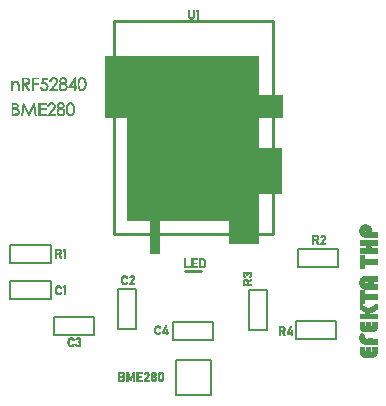
<source format=gbr>
G04 DipTrace 3.2.0.1*
G04 TopSilk.gbr*
%MOIN*%
G04 #@! TF.FileFunction,Legend,Top*
G04 #@! TF.Part,Single*
%ADD10C,0.009843*%
%ADD12C,0.003*%
%ADD13C,0.001969*%
%ADD14C,0.002625*%
%ADD19C,0.007874*%
%ADD26C,0.005906*%
%FSLAX26Y26*%
G04*
G70*
G90*
G75*
G01*
G04 TopSilk*
%LPD*%
X-26303Y-202232D2*
D10*
X24839D1*
X-265754Y629921D2*
X265689D1*
Y-78768D1*
X-265754D1*
Y629921D1*
G36*
X-294856Y513354D2*
X-213785D1*
Y309866D1*
X-294856D1*
Y513354D1*
G37*
G36*
X216124Y208237D2*
X296870D1*
Y55137D1*
X216124D1*
Y208237D1*
G37*
G36*
X213006Y385410D2*
X298039D1*
Y309092D1*
X213006D1*
Y385410D1*
G37*
G36*
X118293Y-35423D2*
X219307D1*
Y-110270D1*
X118293D1*
Y-35423D1*
G37*
G36*
X-144667Y-30546D2*
X-112187D1*
Y-144094D1*
X-144667D1*
Y-30546D1*
G37*
G36*
X-219697Y513354D2*
X218917D1*
Y-35423D1*
X-219697D1*
Y513354D1*
G37*
X-59055Y-498413D2*
D26*
X59055D1*
Y-616524D1*
X-59055D1*
Y-498413D1*
X349623Y-128579D2*
D19*
X483724D1*
Y-188668D1*
X349623D1*
Y-128579D1*
X-68331Y-370274D2*
X65770D1*
Y-430364D1*
X-68331D1*
Y-370274D1*
X341965Y-369251D2*
X476066D1*
Y-429340D1*
X341965D1*
Y-369251D1*
X184619Y-264722D2*
X244709D1*
Y-398823D1*
X184619D1*
Y-264722D1*
X-250757Y-260311D2*
X-190668D1*
Y-394412D1*
X-250757D1*
Y-260311D1*
X-463487Y-353741D2*
X-329386D1*
Y-413831D1*
X-463487D1*
Y-353741D1*
X-609549Y-236608D2*
X-475448D1*
Y-296697D1*
X-609549D1*
Y-236608D1*
X-609476Y-113669D2*
X-475375D1*
Y-173759D1*
X-609476D1*
Y-113669D1*
X-453329Y-249949D2*
D13*
X-447424D1*
X-431676D2*
X-427739D1*
X-455218Y-250933D2*
X-445686D1*
X-433073D2*
X-427739D1*
X-456733Y-251917D2*
X-444253D1*
X-434175D2*
X-427739D1*
X-457875Y-252902D2*
X-443178D1*
X-435027D2*
X-427739D1*
X-458712Y-253886D2*
X-452148D1*
X-448605D2*
X-442325D1*
X-435331D2*
X-427739D1*
X-459331Y-254870D2*
X-453673D1*
X-447083D2*
X-441607D1*
X-435502D2*
X-432660D1*
X-430692D2*
X-427739D1*
X-459767Y-255854D2*
X-454858D1*
X-445920D2*
X-441083D1*
X-435613D2*
X-434629D1*
X-430692D2*
X-427739D1*
X-460050Y-256839D2*
X-455728D1*
X-445105D2*
X-440761D1*
X-430692D2*
X-427739D1*
X-460297Y-257823D2*
X-456365D1*
X-444471D2*
X-440534D1*
X-430692D2*
X-427739D1*
X-460585Y-258807D2*
X-456805D1*
X-430692D2*
X-427739D1*
X-460859Y-259791D2*
X-457057D1*
X-430692D2*
X-427739D1*
X-461038Y-260776D2*
X-457179D1*
X-430692D2*
X-427739D1*
X-461133Y-261760D2*
X-457233D1*
X-430692D2*
X-427739D1*
X-461175Y-262744D2*
X-457254D1*
X-430692D2*
X-427739D1*
X-461193Y-263728D2*
X-457262D1*
X-430692D2*
X-427739D1*
X-461200Y-264713D2*
X-457265D1*
X-430692D2*
X-427739D1*
X-461202Y-265697D2*
X-457266D1*
X-430692D2*
X-427739D1*
X-461199Y-266681D2*
X-457266D1*
X-430692D2*
X-427739D1*
X-461165Y-267665D2*
X-457263D1*
X-430692D2*
X-427739D1*
X-461039Y-268650D2*
X-457228D1*
X-430692D2*
X-427739D1*
X-460804Y-269634D2*
X-457099D1*
X-430692D2*
X-427739D1*
X-460548Y-270618D2*
X-456824D1*
X-430692D2*
X-427739D1*
X-460341Y-271602D2*
X-456404D1*
X-444471D2*
X-440534D1*
X-430692D2*
X-427739D1*
X-460121Y-272587D2*
X-455783D1*
X-445054D2*
X-440724D1*
X-430692D2*
X-427739D1*
X-459805Y-273571D2*
X-454961D1*
X-445830D2*
X-441098D1*
X-430692D2*
X-427739D1*
X-459371Y-274555D2*
X-453095D1*
X-447675D2*
X-441631D1*
X-430692D2*
X-427739D1*
X-458786Y-275539D2*
X-450489D1*
X-450270D2*
X-442258D1*
X-430692D2*
X-427739D1*
X-457965Y-276524D2*
X-443084D1*
X-430692D2*
X-427739D1*
X-456795Y-277508D2*
X-444265D1*
X-430692D2*
X-427739D1*
X-455191Y-278492D2*
X-445771D1*
X-430692D2*
X-427739D1*
X-453329Y-279476D2*
X-447424D1*
X-430692D2*
X-427739D1*
X-232510Y-216386D2*
X-226605D1*
X-208888D2*
X-201999D1*
X-234400Y-217370D2*
X-224867D1*
X-210290D2*
X-200716D1*
X-235915Y-218354D2*
X-223434D1*
X-211426D2*
X-199728D1*
X-237056Y-219339D2*
X-222360D1*
X-212279D2*
X-198985D1*
X-237893Y-220323D2*
X-231329D1*
X-227787D2*
X-221506D1*
X-212911D2*
X-207558D1*
X-204202D2*
X-198383D1*
X-238512Y-221307D2*
X-232854D1*
X-226264D2*
X-220788D1*
X-213352D2*
X-208869D1*
X-202807D2*
X-197885D1*
X-238948Y-222291D2*
X-234039D1*
X-225101D2*
X-220264D1*
X-213621D2*
X-209910D1*
X-201734D2*
X-197539D1*
X-239231Y-223276D2*
X-234909D1*
X-224286D2*
X-219942D1*
X-213810D2*
X-210857D1*
X-201312D2*
X-197348D1*
X-239478Y-224260D2*
X-235546D1*
X-223652D2*
X-219715D1*
X-201307D2*
X-197541D1*
X-239766Y-225244D2*
X-235986D1*
X-201504D2*
X-197794D1*
X-240040Y-226228D2*
X-236238D1*
X-201854D2*
X-198079D1*
X-240220Y-227213D2*
X-236360D1*
X-202287D2*
X-198438D1*
X-240314Y-228197D2*
X-236414D1*
X-202790D2*
X-198890D1*
X-240356Y-229181D2*
X-236435D1*
X-203397D2*
X-199443D1*
X-240374Y-230165D2*
X-236443D1*
X-204123D2*
X-200067D1*
X-240381Y-231150D2*
X-236446D1*
X-204869D2*
X-200699D1*
X-240383Y-232134D2*
X-236447D1*
X-205568D2*
X-201376D1*
X-240380Y-233118D2*
X-236447D1*
X-206280D2*
X-202133D1*
X-240346Y-234102D2*
X-236444D1*
X-207081D2*
X-202893D1*
X-240221Y-235087D2*
X-236409D1*
X-207937D2*
X-203597D1*
X-239985Y-236071D2*
X-236280D1*
X-208753D2*
X-204306D1*
X-239729Y-237055D2*
X-236006D1*
X-209484D2*
X-205077D1*
X-239522Y-238039D2*
X-235586D1*
X-223652D2*
X-219715D1*
X-210205D2*
X-205842D1*
X-239302Y-239024D2*
X-234964D1*
X-224235D2*
X-219905D1*
X-210980D2*
X-206548D1*
X-238986Y-240008D2*
X-234142D1*
X-225011D2*
X-220279D1*
X-211743D2*
X-207263D1*
X-238552Y-240992D2*
X-232277D1*
X-226856D2*
X-220812D1*
X-212411D2*
X-208068D1*
X-237967Y-241976D2*
X-229671D1*
X-229452D2*
X-221439D1*
X-212962D2*
X-208953D1*
X-237146Y-242961D2*
X-222265D1*
X-213368D2*
X-197077D1*
X-235976Y-243945D2*
X-223446D1*
X-213608D2*
X-197077D1*
X-234373Y-244929D2*
X-224952D1*
X-213732D2*
X-197077D1*
X-232510Y-245913D2*
X-226605D1*
X-213810D2*
X-197077D1*
X-411530Y-423050D2*
X-405625D1*
X-387908D2*
X-382003D1*
X-413419Y-424034D2*
X-403887D1*
X-389309D2*
X-380568D1*
X-414934Y-425018D2*
X-402453D1*
X-390446D2*
X-379339D1*
X-416075Y-426003D2*
X-401379D1*
X-391299D2*
X-378376D1*
X-416912Y-426987D2*
X-410349D1*
X-406806D2*
X-400526D1*
X-391931D2*
X-386924D1*
X-383336D2*
X-377620D1*
X-417532Y-427971D2*
X-411874D1*
X-405284D2*
X-399808D1*
X-392372D2*
X-387908D1*
X-382059D2*
X-377343D1*
X-417968Y-428955D2*
X-413059D1*
X-404121D2*
X-399284D1*
X-392641D2*
X-388892D1*
X-381168D2*
X-377193D1*
X-418251Y-429940D2*
X-413928D1*
X-403306D2*
X-398962D1*
X-392829D2*
X-389877D1*
X-380508D2*
X-377129D1*
X-418497Y-430924D2*
X-414566D1*
X-402672D2*
X-398735D1*
X-380336D2*
X-377136D1*
X-418786Y-431908D2*
X-415006D1*
X-380594D2*
X-377255D1*
X-419060Y-432892D2*
X-415257D1*
X-381019D2*
X-377529D1*
X-419239Y-433877D2*
X-415380D1*
X-382125D2*
X-377981D1*
X-419333Y-434861D2*
X-415433D1*
X-383447D2*
X-378701D1*
X-419376Y-435845D2*
X-415455D1*
X-384741D2*
X-379764D1*
X-419394Y-436829D2*
X-415463D1*
X-385382D2*
X-381018D1*
X-419400Y-437814D2*
X-415466D1*
X-385586D2*
X-379854D1*
X-419403Y-438798D2*
X-415467D1*
X-384233D2*
X-378855D1*
X-419400Y-439782D2*
X-415467D1*
X-382790D2*
X-378068D1*
X-419366Y-440766D2*
X-415463D1*
X-381598D2*
X-377434D1*
X-419240Y-441751D2*
X-415429D1*
X-380669D2*
X-376914D1*
X-419005Y-442735D2*
X-415299D1*
X-380340D2*
X-376525D1*
X-418748Y-443719D2*
X-415025D1*
X-380168D2*
X-376299D1*
X-418542Y-444703D2*
X-414605D1*
X-402672D2*
X-398735D1*
X-380131D2*
X-376218D1*
X-418322Y-445688D2*
X-413984D1*
X-403255D2*
X-398925D1*
X-393814D2*
X-389877D1*
X-380194D2*
X-376297D1*
X-418006Y-446672D2*
X-413161D1*
X-404030D2*
X-399299D1*
X-393436D2*
X-389229D1*
X-380731D2*
X-376547D1*
X-417572Y-447656D2*
X-411296D1*
X-405876D2*
X-399832D1*
X-392978D2*
X-387517D1*
X-382414D2*
X-376925D1*
X-416987Y-448640D2*
X-408690D1*
X-408471D2*
X-400459D1*
X-392388D2*
X-385005D1*
X-384913D2*
X-377406D1*
X-416166Y-449625D2*
X-401285D1*
X-391602D2*
X-378076D1*
X-414996Y-450609D2*
X-402465D1*
X-390583D2*
X-379082D1*
X-413392Y-451593D2*
X-403972D1*
X-389316D2*
X-380455D1*
X-411530Y-452577D2*
X-405625D1*
X-387908D2*
X-382003D1*
X-122176Y-383314D2*
X-116270D1*
X-93633D2*
X-89696D1*
X-124065Y-384298D2*
X-114533D1*
X-94007D2*
X-90069D1*
X-125580Y-385282D2*
X-113099D1*
X-94429D2*
X-90492D1*
X-126721Y-386266D2*
X-112025D1*
X-94887D2*
X-90950D1*
X-127558Y-387251D2*
X-120994D1*
X-117452D2*
X-111172D1*
X-95361D2*
X-91428D1*
X-128177Y-388235D2*
X-122520D1*
X-115929D2*
X-110454D1*
X-95815D2*
X-91913D1*
X-128614Y-389219D2*
X-123704D1*
X-114767D2*
X-109929D1*
X-96212D2*
X-92404D1*
X-128896Y-390203D2*
X-124574D1*
X-113951D2*
X-109607D1*
X-96561D2*
X-92894D1*
X-129143Y-391188D2*
X-125211D1*
X-113318D2*
X-109381D1*
X-96942D2*
X-93387D1*
X-129432Y-392172D2*
X-125652D1*
X-97373D2*
X-93878D1*
X-129705Y-393156D2*
X-125903D1*
X-97835D2*
X-94371D1*
X-129885Y-394140D2*
X-126026D1*
X-98316D2*
X-94862D1*
X-129979Y-395125D2*
X-126079D1*
X-98802D2*
X-95352D1*
X-89696D2*
X-86743D1*
X-130022Y-396109D2*
X-126100D1*
X-99293D2*
X-95812D1*
X-89696D2*
X-86743D1*
X-130039Y-397093D2*
X-126108D1*
X-99784D2*
X-96210D1*
X-89696D2*
X-86743D1*
X-130046Y-398077D2*
X-126111D1*
X-100277D2*
X-96561D1*
X-89696D2*
X-86743D1*
X-130049Y-399062D2*
X-126112D1*
X-100768D2*
X-96942D1*
X-89696D2*
X-86743D1*
X-130046Y-400046D2*
X-126113D1*
X-101261D2*
X-97373D1*
X-89696D2*
X-86743D1*
X-130011Y-401030D2*
X-126109D1*
X-101752D2*
X-97838D1*
X-89696D2*
X-86743D1*
X-129886Y-402014D2*
X-126074D1*
X-102241D2*
X-98344D1*
X-89696D2*
X-86743D1*
X-129650Y-402999D2*
X-125945D1*
X-102698D2*
X-98914D1*
X-89696D2*
X-86743D1*
X-129394Y-403983D2*
X-125671D1*
X-103062D2*
X-99538D1*
X-89696D2*
X-86743D1*
X-129188Y-404967D2*
X-125251D1*
X-113318D2*
X-109381D1*
X-103283D2*
X-84774D1*
X-128967Y-405951D2*
X-124630D1*
X-113900D2*
X-109570D1*
X-103394D2*
X-84774D1*
X-128651Y-406936D2*
X-123807D1*
X-114676D2*
X-109944D1*
X-103445D2*
X-84774D1*
X-128218Y-407920D2*
X-121942D1*
X-116522D2*
X-110477D1*
X-103475D2*
X-84774D1*
X-127632Y-408904D2*
X-119336D1*
X-119117D2*
X-111104D1*
X-89696D2*
X-86743D1*
X-126812Y-409888D2*
X-111931D1*
X-89696D2*
X-86743D1*
X-125641Y-410873D2*
X-113111D1*
X-89696D2*
X-86743D1*
X-124038Y-411857D2*
X-114618D1*
X-89696D2*
X-86743D1*
X-122176Y-412841D2*
X-116270D1*
X-89696D2*
X-86743D1*
X-30941Y-159812D2*
X-27004D1*
X-6335D2*
X12366D1*
X19256D2*
X33035D1*
X-30941Y-160797D2*
X-27004D1*
X-6335D2*
X12366D1*
X19256D2*
X34773D1*
X-30941Y-161781D2*
X-27004D1*
X-6335D2*
X12366D1*
X19256D2*
X36203D1*
X-30941Y-162765D2*
X-27004D1*
X-6335D2*
X12366D1*
X19256D2*
X37246D1*
X-30941Y-163749D2*
X-27004D1*
X-6335D2*
X-2398D1*
X19256D2*
X23193D1*
X31854D2*
X38009D1*
X-30941Y-164734D2*
X-27004D1*
X-6335D2*
X-2398D1*
X19256D2*
X23193D1*
X33375D2*
X38616D1*
X-30941Y-165718D2*
X-27004D1*
X-6335D2*
X-2398D1*
X19256D2*
X23193D1*
X34525D2*
X39121D1*
X-30941Y-166702D2*
X-27004D1*
X-6335D2*
X-2398D1*
X19256D2*
X23193D1*
X35399D2*
X39502D1*
X-30941Y-167686D2*
X-27004D1*
X-6335D2*
X-2398D1*
X19256D2*
X23193D1*
X35704D2*
X39729D1*
X-30941Y-168671D2*
X-27004D1*
X-6335D2*
X-2398D1*
X19256D2*
X23193D1*
X35867D2*
X39843D1*
X-30941Y-169655D2*
X-27004D1*
X-6335D2*
X-2398D1*
X19256D2*
X23193D1*
X35941D2*
X39893D1*
X-30941Y-170639D2*
X-27004D1*
X-6335D2*
X-2398D1*
X19256D2*
X23193D1*
X35971D2*
X39913D1*
X-30941Y-171623D2*
X-27004D1*
X-6335D2*
X-2398D1*
X19256D2*
X23193D1*
X35982D2*
X39921D1*
X-30941Y-172608D2*
X-27004D1*
X-6335D2*
X-2398D1*
X19256D2*
X23193D1*
X35986D2*
X39924D1*
X-30941Y-173592D2*
X-27004D1*
X-6335D2*
X10398D1*
X19256D2*
X23193D1*
X35988D2*
X39925D1*
X-30941Y-174576D2*
X-27004D1*
X-6335D2*
X10398D1*
X19256D2*
X23193D1*
X35988D2*
X39925D1*
X-30941Y-175560D2*
X-27004D1*
X-6335D2*
X10398D1*
X19256D2*
X23193D1*
X35988D2*
X39925D1*
X-30941Y-176545D2*
X-27004D1*
X-6335D2*
X10398D1*
X19256D2*
X23193D1*
X35988D2*
X39925D1*
X-30941Y-177529D2*
X-27004D1*
X-6335D2*
X-2398D1*
X19256D2*
X23193D1*
X35988D2*
X39925D1*
X-30941Y-178513D2*
X-27004D1*
X-6335D2*
X-2398D1*
X19256D2*
X23193D1*
X35988D2*
X39925D1*
X-30941Y-179497D2*
X-27004D1*
X-6335D2*
X-2398D1*
X19256D2*
X23193D1*
X35984D2*
X39921D1*
X-30941Y-180482D2*
X-27004D1*
X-6335D2*
X-2398D1*
X19256D2*
X23193D1*
X35946D2*
X39887D1*
X-30941Y-181466D2*
X-27004D1*
X-6335D2*
X-2398D1*
X19256D2*
X23193D1*
X35778D2*
X39757D1*
X-30941Y-182450D2*
X-27004D1*
X-6335D2*
X-2398D1*
X19256D2*
X23193D1*
X35460D2*
X39487D1*
X-30941Y-183434D2*
X-27004D1*
X-6335D2*
X-2398D1*
X19256D2*
X23193D1*
X34540D2*
X39106D1*
X-30941Y-184419D2*
X-27004D1*
X-6335D2*
X-2398D1*
X19256D2*
X23193D1*
X31844D2*
X38656D1*
X-30941Y-185403D2*
X-27004D1*
X-6335D2*
X-2398D1*
X19256D2*
X23193D1*
X27546D2*
X38110D1*
X-30941Y-186387D2*
X-12240D1*
X-6335D2*
X12366D1*
X19256D2*
X37333D1*
X-30941Y-187371D2*
X-12240D1*
X-6335D2*
X12366D1*
X19256D2*
X36177D1*
X-30941Y-188356D2*
X-12240D1*
X-6335D2*
X12366D1*
X19256D2*
X34682D1*
X-30941Y-189340D2*
X-12240D1*
X-6335D2*
X12366D1*
X19256D2*
X33035D1*
X-461092Y-128038D2*
X-446328D1*
X-430580D2*
X-426643D1*
X-461092Y-129022D2*
X-444893D1*
X-431977D2*
X-426643D1*
X-461092Y-130007D2*
X-443665D1*
X-433080D2*
X-426643D1*
X-461092Y-130991D2*
X-442698D1*
X-433932D2*
X-426643D1*
X-461092Y-131975D2*
X-457155D1*
X-447662D2*
X-442015D1*
X-434235D2*
X-426643D1*
X-461092Y-132959D2*
X-457155D1*
X-446384D2*
X-441532D1*
X-434406D2*
X-431564D1*
X-429596D2*
X-426643D1*
X-461092Y-133944D2*
X-457155D1*
X-445489D2*
X-441125D1*
X-434517D2*
X-433533D1*
X-429596D2*
X-426643D1*
X-461092Y-134928D2*
X-457155D1*
X-444818D2*
X-440804D1*
X-429596D2*
X-426643D1*
X-461092Y-135912D2*
X-457155D1*
X-444620D2*
X-440638D1*
X-429596D2*
X-426643D1*
X-461092Y-136896D2*
X-457155D1*
X-444546D2*
X-440662D1*
X-429596D2*
X-426643D1*
X-461092Y-137881D2*
X-457155D1*
X-444792D2*
X-440856D1*
X-429596D2*
X-426643D1*
X-461092Y-138865D2*
X-457155D1*
X-445452D2*
X-441128D1*
X-429596D2*
X-426643D1*
X-461092Y-139849D2*
X-457155D1*
X-448045D2*
X-441456D1*
X-429596D2*
X-426643D1*
X-461092Y-140833D2*
X-457155D1*
X-452492D2*
X-441948D1*
X-429596D2*
X-426643D1*
X-461092Y-141818D2*
X-442672D1*
X-429596D2*
X-426643D1*
X-461092Y-142802D2*
X-443596D1*
X-429596D2*
X-426643D1*
X-461092Y-143786D2*
X-444554D1*
X-429596D2*
X-426643D1*
X-461092Y-144770D2*
X-445397D1*
X-429596D2*
X-426643D1*
X-461092Y-145755D2*
X-457155D1*
X-450421D2*
X-445600D1*
X-429596D2*
X-426643D1*
X-461092Y-146739D2*
X-457155D1*
X-449715D2*
X-445329D1*
X-429596D2*
X-426643D1*
X-461092Y-147723D2*
X-457155D1*
X-449115D2*
X-444876D1*
X-429596D2*
X-426643D1*
X-461092Y-148707D2*
X-457155D1*
X-448574D2*
X-444299D1*
X-429596D2*
X-426643D1*
X-461092Y-149692D2*
X-457155D1*
X-448063D2*
X-443719D1*
X-429596D2*
X-426643D1*
X-461092Y-150676D2*
X-457155D1*
X-447562D2*
X-443175D1*
X-429596D2*
X-426643D1*
X-461092Y-151660D2*
X-457155D1*
X-447068D2*
X-442655D1*
X-429596D2*
X-426643D1*
X-461092Y-152644D2*
X-457155D1*
X-446574D2*
X-442153D1*
X-429596D2*
X-426643D1*
X-461092Y-153629D2*
X-457155D1*
X-446083D2*
X-441655D1*
X-429596D2*
X-426643D1*
X-461092Y-154613D2*
X-457155D1*
X-445593D2*
X-441159D1*
X-429596D2*
X-426643D1*
X-461092Y-155597D2*
X-457155D1*
X-445127D2*
X-440640D1*
X-429596D2*
X-426643D1*
X-461092Y-156581D2*
X-457155D1*
X-444717D2*
X-440065D1*
X-429596D2*
X-426643D1*
X-461092Y-157566D2*
X-457155D1*
X-444360D2*
X-439438D1*
X-429596D2*
X-426643D1*
X396167Y-82341D2*
X410930D1*
X428647D2*
X435537D1*
X396167Y-83325D2*
X412365D1*
X427246D2*
X436819D1*
X396167Y-84310D2*
X413594D1*
X426109D2*
X437808D1*
X396167Y-85294D2*
X414561D1*
X425256D2*
X438551D1*
X396167Y-86278D2*
X400104D1*
X409597D2*
X415244D1*
X424624D2*
X429977D1*
X433333D2*
X439152D1*
X396167Y-87262D2*
X400104D1*
X410874D2*
X415727D1*
X424183D2*
X428666D1*
X434729D2*
X439650D1*
X396167Y-88247D2*
X400104D1*
X411769D2*
X416133D1*
X423915D2*
X427625D1*
X435802D2*
X439997D1*
X396167Y-89231D2*
X400104D1*
X412440D2*
X416454D1*
X423726D2*
X426678D1*
X436224D2*
X440187D1*
X396167Y-90215D2*
X400104D1*
X412639D2*
X416620D1*
X436229D2*
X439995D1*
X396167Y-91199D2*
X400104D1*
X412713D2*
X416597D1*
X436031D2*
X439741D1*
X396167Y-92184D2*
X400104D1*
X412466D2*
X416403D1*
X435682D2*
X439456D1*
X396167Y-93168D2*
X400104D1*
X411807D2*
X416131D1*
X435248D2*
X439097D1*
X396167Y-94152D2*
X400104D1*
X409214D2*
X415802D1*
X434746D2*
X438646D1*
X396167Y-95136D2*
X400104D1*
X404767D2*
X415310D1*
X434138D2*
X438093D1*
X396167Y-96121D2*
X414587D1*
X433413D2*
X437469D1*
X396167Y-97105D2*
X413663D1*
X432666D2*
X436837D1*
X396167Y-98089D2*
X412704D1*
X431967D2*
X436160D1*
X396167Y-99073D2*
X411862D1*
X431256D2*
X435402D1*
X396167Y-100058D2*
X400104D1*
X406837D2*
X411658D1*
X430455D2*
X434643D1*
X396167Y-101042D2*
X400104D1*
X407543D2*
X411929D1*
X429599D2*
X433939D1*
X396167Y-102026D2*
X400104D1*
X408143D2*
X412383D1*
X428783D2*
X433229D1*
X396167Y-103010D2*
X400104D1*
X408685D2*
X412959D1*
X428052D2*
X432458D1*
X396167Y-103995D2*
X400104D1*
X409196D2*
X413539D1*
X427331D2*
X431693D1*
X396167Y-104979D2*
X400104D1*
X409696D2*
X414084D1*
X426555D2*
X430987D1*
X396167Y-105963D2*
X400104D1*
X410190D2*
X414603D1*
X425792D2*
X430273D1*
X396167Y-106948D2*
X400104D1*
X410684D2*
X415106D1*
X425124D2*
X429468D1*
X396167Y-107932D2*
X400104D1*
X411176D2*
X415603D1*
X424573D2*
X428582D1*
X396167Y-108916D2*
X400104D1*
X411666D2*
X416100D1*
X424167D2*
X440458D1*
X396167Y-109900D2*
X400104D1*
X412132D2*
X416619D1*
X423928D2*
X440458D1*
X396167Y-110885D2*
X400104D1*
X412542D2*
X417193D1*
X423804D2*
X440458D1*
X396167Y-111869D2*
X400104D1*
X412899D2*
X417820D1*
X423726D2*
X440458D1*
X170261Y-204572D2*
X174198D1*
X183056D2*
X189946D1*
X168524Y-205556D2*
X175677D1*
X181771D2*
X191229D1*
X167253Y-206541D2*
X177098D1*
X180755D2*
X192213D1*
X166367Y-207525D2*
X178569D1*
X179916D2*
X192922D1*
X165702Y-208509D2*
X183406D1*
X188921D2*
X193398D1*
X165174Y-209493D2*
X169470D1*
X175973D2*
X182128D1*
X189740D2*
X193664D1*
X164784Y-210478D2*
X168895D1*
X176549D2*
X181233D1*
X190325D2*
X193793D1*
X164557Y-211462D2*
X168569D1*
X176878D2*
X180562D1*
X190653D2*
X193848D1*
X164477Y-212446D2*
X168448D1*
X177039D2*
X180326D1*
X190779D2*
X193870D1*
X164556Y-213430D2*
X168453D1*
X177110D2*
X180191D1*
X190715D2*
X193875D1*
X164806Y-214415D2*
X168888D1*
X177151D2*
X180104D1*
X190434D2*
X193843D1*
X165180Y-215399D2*
X169508D1*
X189907D2*
X193715D1*
X165626Y-216383D2*
X170168D1*
X189142D2*
X193441D1*
X166170Y-217367D2*
X170683D1*
X188311D2*
X193021D1*
X166932Y-218352D2*
X170989D1*
X187674D2*
X192412D1*
X168012Y-219336D2*
X171147D1*
X187302D2*
X191518D1*
X169277Y-220320D2*
X171245D1*
X187112D2*
X190322D1*
X186993Y-221304D2*
X188962D1*
X192899Y-227210D2*
X193883D1*
X169277Y-228194D2*
X177151D1*
X190968D2*
X193879D1*
X167994Y-229178D2*
X178143D1*
X189118D2*
X193837D1*
X167006Y-230163D2*
X179202D1*
X187311D2*
X193733D1*
X166263Y-231147D2*
X180491D1*
X185293D2*
X193235D1*
X165662Y-232131D2*
X171480D1*
X174948D2*
X182148D1*
X182838D2*
X192061D1*
X165159Y-233115D2*
X170085D1*
X176343D2*
X190554D1*
X164779Y-234100D2*
X169012D1*
X177416D2*
X188808D1*
X164551Y-235084D2*
X168639D1*
X177789D2*
X186942D1*
X164438Y-236068D2*
X168439D1*
X177989D2*
X185088D1*
X164388Y-237052D2*
X168350D1*
X178078D2*
X183461D1*
X164368Y-238037D2*
X168314D1*
X178114D2*
X182113D1*
X164360Y-239021D2*
X168300D1*
X178128D2*
X181588D1*
X164357Y-240005D2*
X168295D1*
X178133D2*
X181302D1*
X164356Y-240990D2*
X168293D1*
X178134D2*
X181172D1*
X164356Y-241974D2*
X168293D1*
X178135D2*
X181119D1*
X164356Y-242958D2*
X168293D1*
X178135D2*
X181099D1*
X164356Y-243942D2*
X168293D1*
X178135D2*
X181092D1*
X164356Y-244927D2*
X193883D1*
X164356Y-245911D2*
X193883D1*
X164356Y-246895D2*
X193883D1*
X164356Y-247879D2*
X193883D1*
X284206Y-385936D2*
X298970D1*
X321608D2*
X325545D1*
X284206Y-386920D2*
X300405D1*
X321234D2*
X325171D1*
X284206Y-387904D2*
X301633D1*
X320811D2*
X324748D1*
X284206Y-388888D2*
X302600D1*
X320354D2*
X324291D1*
X284206Y-389873D2*
X288143D1*
X297636D2*
X303283D1*
X319879D2*
X323813D1*
X284206Y-390857D2*
X288143D1*
X298914D2*
X303766D1*
X319425D2*
X323327D1*
X284206Y-391841D2*
X288143D1*
X299809D2*
X304172D1*
X319029D2*
X322836D1*
X284206Y-392825D2*
X288143D1*
X300480D2*
X304494D1*
X318679D2*
X322346D1*
X284206Y-393810D2*
X288143D1*
X300678D2*
X304660D1*
X318298D2*
X321853D1*
X284206Y-394794D2*
X288143D1*
X300752D2*
X304636D1*
X317867D2*
X321362D1*
X284206Y-395778D2*
X288143D1*
X300506D2*
X304442D1*
X317405D2*
X320869D1*
X284206Y-396762D2*
X288143D1*
X299846D2*
X304170D1*
X316924D2*
X320378D1*
X284206Y-397747D2*
X288143D1*
X297253D2*
X303842D1*
X316438D2*
X319889D1*
X325545D2*
X328497D1*
X284206Y-398731D2*
X288143D1*
X292806D2*
X303349D1*
X315947D2*
X319428D1*
X325545D2*
X328497D1*
X284206Y-399715D2*
X302626D1*
X315456D2*
X319030D1*
X325545D2*
X328497D1*
X284206Y-400699D2*
X301702D1*
X314963D2*
X318680D1*
X325545D2*
X328497D1*
X284206Y-401684D2*
X300743D1*
X314472D2*
X318298D1*
X325545D2*
X328497D1*
X284206Y-402668D2*
X299901D1*
X313979D2*
X317867D1*
X325545D2*
X328497D1*
X284206Y-403652D2*
X288143D1*
X294877D2*
X299698D1*
X313488D2*
X317402D1*
X325545D2*
X328497D1*
X284206Y-404636D2*
X288143D1*
X295582D2*
X299969D1*
X312999D2*
X316896D1*
X325545D2*
X328497D1*
X284206Y-405621D2*
X288143D1*
X296183D2*
X300422D1*
X312542D2*
X316327D1*
X325545D2*
X328497D1*
X284206Y-406605D2*
X288143D1*
X296724D2*
X300999D1*
X312178D2*
X315702D1*
X325545D2*
X328497D1*
X284206Y-407589D2*
X288143D1*
X297235D2*
X301578D1*
X311957D2*
X330466D1*
X284206Y-408573D2*
X288143D1*
X297736D2*
X302123D1*
X311846D2*
X330466D1*
X284206Y-409558D2*
X288143D1*
X298230D2*
X302643D1*
X311795D2*
X330466D1*
X284206Y-410542D2*
X288143D1*
X298724D2*
X303145D1*
X311765D2*
X330466D1*
X284206Y-411526D2*
X288143D1*
X299215D2*
X303643D1*
X325545D2*
X328497D1*
X284206Y-412510D2*
X288143D1*
X299705D2*
X304139D1*
X325545D2*
X328497D1*
X284206Y-413495D2*
X288143D1*
X300171D2*
X304658D1*
X325545D2*
X328497D1*
X284206Y-414479D2*
X288143D1*
X300581D2*
X305232D1*
X325545D2*
X328497D1*
X284206Y-415463D2*
X288143D1*
X300938D2*
X305860D1*
X325545D2*
X328497D1*
X-17717Y669291D2*
X-14764D1*
X-984D2*
X2953D1*
X12795D2*
X16732D1*
X-17717Y668307D2*
X-14764D1*
X-984D2*
X2953D1*
X11398D2*
X16732D1*
X-17717Y667323D2*
X-14764D1*
X-984D2*
X2953D1*
X10296D2*
X16732D1*
X-17717Y666339D2*
X-14764D1*
X-984D2*
X2953D1*
X9444D2*
X16732D1*
X-17717Y665354D2*
X-14764D1*
X-984D2*
X2953D1*
X9140D2*
X16732D1*
X-17717Y664370D2*
X-14764D1*
X-984D2*
X2953D1*
X8969D2*
X11811D1*
X13780D2*
X16732D1*
X-17717Y663386D2*
X-14764D1*
X-984D2*
X2953D1*
X8858D2*
X9843D1*
X13780D2*
X16732D1*
X-17717Y662402D2*
X-14764D1*
X-984D2*
X2953D1*
X13780D2*
X16732D1*
X-17717Y661417D2*
X-14764D1*
X-984D2*
X2953D1*
X13780D2*
X16732D1*
X-17717Y660433D2*
X-14764D1*
X-984D2*
X2953D1*
X13780D2*
X16732D1*
X-17717Y659449D2*
X-14764D1*
X-984D2*
X2953D1*
X13780D2*
X16732D1*
X-17717Y658465D2*
X-14764D1*
X-984D2*
X2953D1*
X13780D2*
X16732D1*
X-17717Y657480D2*
X-14764D1*
X-984D2*
X2953D1*
X13780D2*
X16732D1*
X-17717Y656496D2*
X-14764D1*
X-984D2*
X2953D1*
X13780D2*
X16732D1*
X-17717Y655512D2*
X-14764D1*
X-984D2*
X2953D1*
X13780D2*
X16732D1*
X-17717Y654528D2*
X-14764D1*
X-984D2*
X2953D1*
X13780D2*
X16732D1*
X-17717Y653543D2*
X-14764D1*
X-984D2*
X2953D1*
X13780D2*
X16732D1*
X-17717Y652559D2*
X-14764D1*
X-984D2*
X2953D1*
X13780D2*
X16732D1*
X-17717Y651575D2*
X-14760D1*
X-984D2*
X2953D1*
X13780D2*
X16732D1*
X-17717Y650591D2*
X-14725D1*
X-988D2*
X2949D1*
X13780D2*
X16732D1*
X-17717Y649606D2*
X-14596D1*
X-1023D2*
X2914D1*
X13780D2*
X16732D1*
X-17713Y648622D2*
X-14322D1*
X-1152D2*
X2789D1*
X13780D2*
X16732D1*
X-17678Y647638D2*
X-13898D1*
X-1434D2*
X2549D1*
X13780D2*
X16732D1*
X-17549Y646654D2*
X-13242D1*
X-1827D2*
X2258D1*
X13780D2*
X16732D1*
X-17275Y645669D2*
X-12339D1*
X-2651D2*
X1923D1*
X13780D2*
X16732D1*
X-16858Y644685D2*
X-10196D1*
X-4683D2*
X1432D1*
X13780D2*
X16732D1*
X-16279Y643701D2*
X-7288D1*
X-7522D2*
X735D1*
X13780D2*
X16732D1*
X-15461Y642717D2*
X-144D1*
X13780D2*
X16732D1*
X-14292Y641732D2*
X-1217D1*
X13780D2*
X16732D1*
X-12689Y640748D2*
X-2512D1*
X13780D2*
X16732D1*
X-10827Y639764D2*
X-3937D1*
X13780D2*
X16732D1*
X-250373Y-538707D2*
X-235609D1*
X-222814D2*
X-218877D1*
X-201160D2*
X-197223D1*
X-189349D2*
X-170648D1*
X-159822D2*
X-152932D1*
X-136199D2*
X-130294D1*
X-111593D2*
X-105688D1*
X-250373Y-539692D2*
X-233872D1*
X-222814D2*
X-218536D1*
X-201500D2*
X-197223D1*
X-189349D2*
X-170648D1*
X-161223D2*
X-151649D1*
X-137634D2*
X-128675D1*
X-113028D2*
X-104253D1*
X-250373Y-540676D2*
X-232601D1*
X-222814D2*
X-218209D1*
X-201828D2*
X-197223D1*
X-189349D2*
X-170648D1*
X-162360D2*
X-150661D1*
X-138863D2*
X-127394D1*
X-114256D2*
X-103024D1*
X-250373Y-541660D2*
X-231715D1*
X-222814D2*
X-217893D1*
X-202144D2*
X-197223D1*
X-189349D2*
X-170648D1*
X-163213D2*
X-149918D1*
X-139826D2*
X-126464D1*
X-115220D2*
X-102061D1*
X-250373Y-542644D2*
X-246436D1*
X-235650D2*
X-231050D1*
X-222814D2*
X-217526D1*
X-202511D2*
X-197223D1*
X-189349D2*
X-185412D1*
X-163844D2*
X-158491D1*
X-155135D2*
X-149316D1*
X-140582D2*
X-134866D1*
X-131513D2*
X-125766D1*
X-115976D2*
X-110374D1*
X-106907D2*
X-101305D1*
X-250373Y-543629D2*
X-246436D1*
X-234831D2*
X-230522D1*
X-222814D2*
X-217101D1*
X-202936D2*
X-197223D1*
X-189349D2*
X-185412D1*
X-164286D2*
X-159802D1*
X-153740D2*
X-148818D1*
X-140859D2*
X-136143D1*
X-130118D2*
X-125221D1*
X-116290D2*
X-111769D1*
X-105511D2*
X-101028D1*
X-250373Y-544613D2*
X-246436D1*
X-234246D2*
X-230135D1*
X-222814D2*
X-216641D1*
X-203395D2*
X-197223D1*
X-189349D2*
X-185412D1*
X-164554D2*
X-160843D1*
X-152667D2*
X-148472D1*
X-141009D2*
X-137035D1*
X-129045D2*
X-124826D1*
X-116567D2*
X-112842D1*
X-104438D2*
X-100878D1*
X-250373Y-545597D2*
X-246436D1*
X-233918D2*
X-229939D1*
X-222814D2*
X-216162D1*
X-203875D2*
X-197223D1*
X-189349D2*
X-185412D1*
X-164743D2*
X-161790D1*
X-152245D2*
X-148281D1*
X-141073D2*
X-137694D1*
X-128676D2*
X-124626D1*
X-116870D2*
X-113215D1*
X-104065D2*
X-100810D1*
X-250373Y-546581D2*
X-246436D1*
X-233796D2*
X-229954D1*
X-222814D2*
X-215675D1*
X-204361D2*
X-197223D1*
X-189349D2*
X-185412D1*
X-152240D2*
X-148474D1*
X-141066D2*
X-137866D1*
X-128518D2*
X-124640D1*
X-117150D2*
X-113415D1*
X-103866D2*
X-100783D1*
X-250373Y-547566D2*
X-246436D1*
X-233801D2*
X-230178D1*
X-222814D2*
X-215188D1*
X-204849D2*
X-197223D1*
X-189349D2*
X-185412D1*
X-152437D2*
X-148727D1*
X-140947D2*
X-137692D1*
X-128510D2*
X-124863D1*
X-117332D2*
X-113505D1*
X-103776D2*
X-100772D1*
X-250373Y-548550D2*
X-246436D1*
X-234316D2*
X-230573D1*
X-222814D2*
X-214728D1*
X-205309D2*
X-197223D1*
X-189349D2*
X-185412D1*
X-152787D2*
X-149012D1*
X-140677D2*
X-137152D1*
X-129031D2*
X-125259D1*
X-117427D2*
X-113541D1*
X-103740D2*
X-100768D1*
X-250373Y-549534D2*
X-246436D1*
X-236747D2*
X-231133D1*
X-222814D2*
X-214330D1*
X-205707D2*
X-197223D1*
X-189349D2*
X-185412D1*
X-153220D2*
X-149371D1*
X-140262D2*
X-135598D1*
X-130709D2*
X-125822D1*
X-117470D2*
X-113554D1*
X-103726D2*
X-100767D1*
X-250373Y-550518D2*
X-246436D1*
X-240992D2*
X-231831D1*
X-222814D2*
X-213980D1*
X-206057D2*
X-203281D1*
X-201160D2*
X-197223D1*
X-189349D2*
X-185412D1*
X-153723D2*
X-149823D1*
X-139694D2*
X-133203D1*
X-133206D2*
X-126562D1*
X-117488D2*
X-113559D1*
X-103722D2*
X-100767D1*
X-250373Y-551503D2*
X-232493D1*
X-222814D2*
X-218877D1*
X-216752D2*
X-213598D1*
X-206438D2*
X-203529D1*
X-201160D2*
X-197223D1*
X-189349D2*
X-185412D1*
X-154331D2*
X-150376D1*
X-138968D2*
X-127420D1*
X-117495D2*
X-113561D1*
X-103720D2*
X-100766D1*
X-250373Y-552487D2*
X-233013D1*
X-222814D2*
X-218877D1*
X-216474D2*
X-213167D1*
X-206869D2*
X-203818D1*
X-201160D2*
X-197223D1*
X-189349D2*
X-172617D1*
X-155056D2*
X-151000D1*
X-138168D2*
X-128325D1*
X-117497D2*
X-113561D1*
X-103719D2*
X-100766D1*
X-250373Y-553471D2*
X-232928D1*
X-222814D2*
X-218877D1*
X-216089D2*
X-212705D1*
X-207331D2*
X-204120D1*
X-201160D2*
X-197223D1*
X-189349D2*
X-172617D1*
X-155802D2*
X-151632D1*
X-139115D2*
X-127345D1*
X-117498D2*
X-113562D1*
X-103719D2*
X-100766D1*
X-250373Y-554455D2*
X-232317D1*
X-222814D2*
X-218877D1*
X-215647D2*
X-212225D1*
X-207812D2*
X-204481D1*
X-201160D2*
X-197223D1*
X-189349D2*
X-172617D1*
X-156501D2*
X-152309D1*
X-139969D2*
X-126399D1*
X-117499D2*
X-113562D1*
X-103719D2*
X-100766D1*
X-250373Y-555440D2*
X-246436D1*
X-235646D2*
X-231569D1*
X-222814D2*
X-218877D1*
X-215174D2*
X-211735D1*
X-208301D2*
X-204905D1*
X-201160D2*
X-197223D1*
X-189349D2*
X-172617D1*
X-157213D2*
X-153066D1*
X-140679D2*
X-136158D1*
X-130643D2*
X-125579D1*
X-117499D2*
X-113562D1*
X-103719D2*
X-100766D1*
X-250373Y-556424D2*
X-246436D1*
X-234792D2*
X-230837D1*
X-222814D2*
X-218877D1*
X-214690D2*
X-211219D1*
X-208818D2*
X-205364D1*
X-201160D2*
X-197223D1*
X-189349D2*
X-185412D1*
X-158014D2*
X-153826D1*
X-141247D2*
X-136978D1*
X-129366D2*
X-124994D1*
X-117499D2*
X-113562D1*
X-103719D2*
X-100766D1*
X-250373Y-557408D2*
X-246436D1*
X-234086D2*
X-230288D1*
X-222814D2*
X-218877D1*
X-214203D2*
X-210645D1*
X-209392D2*
X-205844D1*
X-201160D2*
X-197223D1*
X-189349D2*
X-185412D1*
X-158870D2*
X-154530D1*
X-141660D2*
X-137562D1*
X-128471D2*
X-124662D1*
X-117495D2*
X-113562D1*
X-103719D2*
X-100766D1*
X-250373Y-558392D2*
X-246436D1*
X-233553D2*
X-229970D1*
X-222814D2*
X-218877D1*
X-213744D2*
X-206330D1*
X-201160D2*
X-197223D1*
X-189349D2*
X-185412D1*
X-159686D2*
X-155240D1*
X-141901D2*
X-137894D1*
X-127800D2*
X-124501D1*
X-117460D2*
X-113562D1*
X-103719D2*
X-100766D1*
X-250373Y-559377D2*
X-246436D1*
X-233158D2*
X-229814D1*
X-222814D2*
X-218877D1*
X-213346D2*
X-206817D1*
X-201160D2*
X-197223D1*
X-189349D2*
X-185412D1*
X-160417D2*
X-156011D1*
X-142016D2*
X-138051D1*
X-127605D2*
X-124432D1*
X-117335D2*
X-113558D1*
X-103723D2*
X-100766D1*
X-250373Y-560361D2*
X-246436D1*
X-233278D2*
X-229750D1*
X-222814D2*
X-218877D1*
X-212996D2*
X-207277D1*
X-201160D2*
X-197223D1*
X-189349D2*
X-185412D1*
X-161138D2*
X-156776D1*
X-142033D2*
X-138078D1*
X-127543D2*
X-124408D1*
X-117099D2*
X-113516D1*
X-103765D2*
X-100766D1*
X-250373Y-561345D2*
X-246436D1*
X-233542D2*
X-229758D1*
X-222814D2*
X-218877D1*
X-212611D2*
X-207678D1*
X-201160D2*
X-197223D1*
X-189349D2*
X-185412D1*
X-161913D2*
X-157481D1*
X-141925D2*
X-138009D1*
X-127893D2*
X-124432D1*
X-116843D2*
X-113412D1*
X-103869D2*
X-100770D1*
X-250373Y-562329D2*
X-246436D1*
X-234317D2*
X-229877D1*
X-222814D2*
X-218877D1*
X-212155D2*
X-208052D1*
X-201160D2*
X-197223D1*
X-189349D2*
X-185412D1*
X-162676D2*
X-158196D1*
X-141659D2*
X-137471D1*
X-128906D2*
X-124558D1*
X-116633D2*
X-112868D1*
X-104413D2*
X-100809D1*
X-250373Y-563314D2*
X-246436D1*
X-237088D2*
X-230147D1*
X-222814D2*
X-218877D1*
X-211611D2*
X-208505D1*
X-201160D2*
X-197223D1*
X-189349D2*
X-185412D1*
X-163344D2*
X-159001D1*
X-141245D2*
X-135788D1*
X-130600D2*
X-124831D1*
X-116378D2*
X-111183D1*
X-106098D2*
X-100973D1*
X-250373Y-564298D2*
X-246436D1*
X-241668D2*
X-230566D1*
X-222814D2*
X-218877D1*
X-211003D2*
X-209034D1*
X-201160D2*
X-197223D1*
X-189349D2*
X-185412D1*
X-163895D2*
X-159886D1*
X-140671D2*
X-133289D1*
X-133155D2*
X-125254D1*
X-115932D2*
X-108683D1*
X-108598D2*
X-101376D1*
X-250373Y-565282D2*
X-231174D1*
X-222814D2*
X-218877D1*
X-201160D2*
X-197223D1*
X-189349D2*
X-170648D1*
X-164301D2*
X-148010D1*
X-139891D2*
X-125901D1*
X-115226D2*
X-102065D1*
X-250373Y-566266D2*
X-232069D1*
X-222814D2*
X-218877D1*
X-201160D2*
X-197223D1*
X-189349D2*
X-170648D1*
X-164541D2*
X-148010D1*
X-138874D2*
X-126947D1*
X-114244D2*
X-103041D1*
X-250373Y-567251D2*
X-233265D1*
X-222814D2*
X-218877D1*
X-201160D2*
X-197223D1*
X-189349D2*
X-170648D1*
X-164665D2*
X-148010D1*
X-137607D2*
X-128480D1*
X-112992D2*
X-104290D1*
X-250373Y-568235D2*
X-234625D1*
X-222814D2*
X-218877D1*
X-201160D2*
X-197223D1*
X-189349D2*
X-170648D1*
X-164743D2*
X-148010D1*
X-136199D2*
X-130294D1*
X-111593D2*
X-105688D1*
X570986Y-46042D2*
D12*
X576986D1*
X567177Y-47542D2*
X580789D1*
X564012Y-49042D2*
X583900D1*
X561476Y-50542D2*
X586246D1*
X559476Y-52042D2*
X587886D1*
X557916Y-53542D2*
X589062D1*
X556725Y-55042D2*
X589990D1*
X555812Y-56542D2*
X590759D1*
X555114Y-58042D2*
X591341D1*
X554550Y-59542D2*
X591687D1*
X554007Y-61042D2*
X591860D1*
X553543Y-62542D2*
X591937D1*
X553249Y-64042D2*
X570986D1*
X576691D2*
X591967D1*
X553104Y-65542D2*
X569486D1*
X577574D2*
X591979D1*
X553088Y-67042D2*
X567986D1*
X578110D2*
X591983D1*
X553252Y-68542D2*
X568683D1*
X578486D2*
X591986D1*
X553606Y-70042D2*
X569147D1*
X554040Y-71542D2*
X611486D1*
X554497Y-73042D2*
X611486D1*
X555048Y-74542D2*
X611486D1*
X555693Y-76042D2*
X611486D1*
X556399Y-77542D2*
X611486D1*
X557188Y-79042D2*
X611486D1*
X558179Y-80542D2*
X611486D1*
X559542Y-82042D2*
X611486D1*
X561345Y-83542D2*
X611486D1*
X563621Y-85042D2*
X611486D1*
X566400Y-86542D2*
X611486D1*
X569486Y-88042D2*
X611486D1*
X554486Y-100042D2*
X611486D1*
X554486Y-101542D2*
X611486D1*
X554486Y-103042D2*
X611486D1*
X554486Y-104542D2*
X611486D1*
X554486Y-106042D2*
X611486D1*
X554486Y-107542D2*
X611486D1*
X554486Y-109042D2*
X611486D1*
X554486Y-110542D2*
X611486D1*
X554486Y-112042D2*
X611486D1*
X554486Y-113542D2*
X611486D1*
X554486Y-115042D2*
X611486D1*
X575486Y-119542D2*
X590486D1*
X575486Y-121042D2*
X590780D1*
X575486Y-122542D2*
X591397D1*
X575486Y-124042D2*
X592361D1*
X554486Y-125542D2*
X611486D1*
X554486Y-127042D2*
X611486D1*
X554486Y-128542D2*
X611486D1*
X554486Y-130042D2*
X611486D1*
X554486Y-131542D2*
X611486D1*
X554486Y-133042D2*
X611486D1*
X554486Y-134542D2*
X611486D1*
X554486Y-136042D2*
X611486D1*
X554486Y-137542D2*
X611486D1*
X554486Y-139042D2*
X611486D1*
X554486Y-140542D2*
X611486D1*
X554486Y-148042D2*
X569486D1*
X554486Y-149542D2*
X569486D1*
X554486Y-151042D2*
X569486D1*
X554486Y-152542D2*
X569486D1*
X554486Y-154042D2*
X569486D1*
X554486Y-155542D2*
X569486D1*
X554486Y-157042D2*
X569486D1*
X554486Y-158542D2*
X569486D1*
X554486Y-160042D2*
X569486D1*
X554486Y-161542D2*
X611486D1*
X554486Y-163042D2*
X611486D1*
X554486Y-164542D2*
X611486D1*
X554486Y-166042D2*
X611486D1*
X554486Y-167542D2*
X611486D1*
X554486Y-169042D2*
X611486D1*
X554486Y-170542D2*
X611486D1*
X554486Y-172042D2*
X611486D1*
X554486Y-173542D2*
X611486D1*
X554486Y-175042D2*
X611486D1*
X554486Y-176542D2*
X611486D1*
X554486Y-178042D2*
X611486D1*
X554486Y-179542D2*
X569486D1*
X554486Y-181042D2*
X569486D1*
X554486Y-182542D2*
X569486D1*
X554486Y-184042D2*
X569486D1*
X554486Y-185542D2*
X569486D1*
X554486Y-187042D2*
X569486D1*
X554486Y-188542D2*
X569486D1*
X554486Y-190042D2*
X569486D1*
X554486Y-191542D2*
X569486D1*
X566486Y-220042D2*
X611486D1*
X563426Y-221542D2*
X611486D1*
X560885Y-223042D2*
X611486D1*
X558926Y-224542D2*
X611486D1*
X557413Y-226042D2*
X611486D1*
X556207Y-227542D2*
X611486D1*
X555356Y-229042D2*
X611486D1*
X554823Y-230542D2*
X611486D1*
X554400Y-232042D2*
X611486D1*
X553940Y-233542D2*
X611486D1*
X553515Y-235042D2*
X611486D1*
X553238Y-236542D2*
X570986D1*
X553100Y-238042D2*
X569486D1*
X553087Y-239542D2*
X567986D1*
X582986D2*
X597986D1*
X553251Y-241042D2*
X570890D1*
X582986D2*
X597986D1*
X553600Y-242542D2*
X575564D1*
X582986D2*
X597986D1*
X553987Y-244042D2*
X611486D1*
X554300Y-245542D2*
X611486D1*
X554636Y-247042D2*
X611486D1*
X555117Y-248542D2*
X611486D1*
X555778Y-250042D2*
X611486D1*
X556658Y-251542D2*
X611486D1*
X557801Y-253042D2*
X611486D1*
X559185Y-254542D2*
X611486D1*
X560913Y-256042D2*
X611486D1*
X563216Y-257542D2*
X611486D1*
X566176Y-259042D2*
X611486D1*
X569486Y-260542D2*
X611486D1*
X554486Y-266542D2*
X569486D1*
X554486Y-268042D2*
X569486D1*
X554486Y-269542D2*
X569486D1*
X554486Y-271042D2*
X569486D1*
X554486Y-272542D2*
X569486D1*
X554486Y-274042D2*
X569486D1*
X554486Y-275542D2*
X569486D1*
X554486Y-277042D2*
X569486D1*
X554486Y-278542D2*
X569486D1*
X554486Y-280042D2*
X611486D1*
X554486Y-281542D2*
X611486D1*
X554486Y-283042D2*
X611486D1*
X554486Y-284542D2*
X611486D1*
X554486Y-286042D2*
X611486D1*
X554486Y-287542D2*
X611486D1*
X554486Y-289042D2*
X611486D1*
X554486Y-290542D2*
X611486D1*
X554486Y-292042D2*
X611486D1*
X554486Y-293542D2*
X611486D1*
X554486Y-295042D2*
X611486D1*
X554486Y-296542D2*
X611486D1*
X554486Y-298042D2*
X569486D1*
X554486Y-299542D2*
X569486D1*
X554486Y-301042D2*
X569486D1*
X554486Y-302542D2*
X569486D1*
X554486Y-304042D2*
X569486D1*
X554486Y-305542D2*
X569486D1*
X554486Y-307042D2*
X569486D1*
X554486Y-308542D2*
X569486D1*
X554486Y-310042D2*
X569486D1*
X554486Y-311542D2*
X555986D1*
X609986D2*
X611486D1*
X554486Y-313042D2*
X558754D1*
X606986D2*
X611486D1*
X554486Y-314542D2*
X561382D1*
X603986D2*
X611486D1*
X554486Y-316042D2*
X563988D1*
X600986D2*
X611486D1*
X554486Y-317542D2*
X566672D1*
X597986D2*
X611486D1*
X554486Y-319042D2*
X569342D1*
X594986D2*
X611486D1*
X554486Y-320542D2*
X571925D1*
X591980D2*
X611486D1*
X554491Y-322042D2*
X574571D1*
X588923D2*
X611486D1*
X554550Y-323542D2*
X577530D1*
X585691D2*
X611486D1*
X554806Y-325042D2*
X580892D1*
X582178D2*
X611474D1*
X555291Y-326542D2*
X611357D1*
X556671Y-328042D2*
X611075D1*
X558564Y-329542D2*
X609637D1*
X560907Y-331042D2*
X607410D1*
X563431Y-332542D2*
X604477D1*
X565951Y-334042D2*
X601110D1*
X568519Y-335542D2*
X597567D1*
X571257Y-337042D2*
X593999D1*
X574283Y-338542D2*
X590264D1*
X577913Y-340042D2*
X585803D1*
X582423Y-341542D2*
X580230D1*
X554486Y-344542D2*
X611486D1*
X554486Y-346042D2*
X611486D1*
X554486Y-347542D2*
X611486D1*
X554486Y-349042D2*
X611486D1*
X554486Y-350542D2*
X611486D1*
X554486Y-352042D2*
X611486D1*
X554486Y-353542D2*
X611486D1*
X554486Y-355042D2*
X611486D1*
X554486Y-356542D2*
X611486D1*
X554486Y-358042D2*
X611486D1*
X554486Y-359542D2*
X611486D1*
X554486Y-371542D2*
X569486D1*
X576986D2*
X588986D1*
X596486D2*
X611486D1*
X554486Y-373042D2*
X569486D1*
X576986D2*
X588986D1*
X596486D2*
X611486D1*
X554486Y-374542D2*
X569486D1*
X576986D2*
X588986D1*
X596486D2*
X611486D1*
X554486Y-376042D2*
X569486D1*
X576986D2*
X588986D1*
X596486D2*
X611486D1*
X554486Y-377542D2*
X569491D1*
X576986D2*
X588986D1*
X596486D2*
X611486D1*
X554486Y-379042D2*
X569544D1*
X576986D2*
X588991D1*
X596486D2*
X611486D1*
X554486Y-380542D2*
X569753D1*
X576968D2*
X589044D1*
X596480D2*
X611486D1*
X554486Y-382042D2*
X570133D1*
X576797D2*
X589247D1*
X596409D2*
X611486D1*
X554486Y-383542D2*
X571330D1*
X576388D2*
X589721D1*
X596234D2*
X611486D1*
X554491Y-385042D2*
X573181D1*
X574634D2*
X590573D1*
X595306D2*
X611486D1*
X554544Y-386542D2*
X591883D1*
X593076D2*
X611486D1*
X554735Y-388042D2*
X611480D1*
X555100Y-389542D2*
X611427D1*
X555538Y-391042D2*
X611230D1*
X555996Y-392542D2*
X610812D1*
X556553Y-394042D2*
X610178D1*
X557257Y-395542D2*
X609307D1*
X558213Y-397042D2*
X608163D1*
X559605Y-398542D2*
X606730D1*
X561531Y-400042D2*
X604845D1*
X563909Y-401542D2*
X602353D1*
X566486Y-403042D2*
X599486D1*
X560486Y-407542D2*
X561986D1*
X559217Y-409042D2*
X563428D1*
X558095Y-410542D2*
X564736D1*
X557042Y-412042D2*
X565877D1*
X556055Y-413542D2*
X566986D1*
X555297Y-415042D2*
X568166D1*
X554802Y-416542D2*
X569271D1*
X554392Y-418042D2*
X570207D1*
X553937Y-419542D2*
X570475D1*
X553514Y-421042D2*
X569953D1*
X553244Y-422542D2*
X569061D1*
X553153Y-424042D2*
X567986D1*
X581486D2*
X596486D1*
X553278Y-425542D2*
X570614D1*
X581486D2*
X596486D1*
X553616Y-427042D2*
X574762D1*
X581486D2*
X596486D1*
X554043Y-428542D2*
X611486D1*
X554498Y-430042D2*
X611486D1*
X555054Y-431542D2*
X611486D1*
X555752Y-433042D2*
X611486D1*
X556648Y-434542D2*
X611486D1*
X557791Y-436042D2*
X611486D1*
X559119Y-437542D2*
X611486D1*
X560606Y-439042D2*
X611486D1*
X562381Y-440542D2*
X611486D1*
X564704Y-442042D2*
X611486D1*
X567672Y-443542D2*
X611486D1*
X570986Y-445042D2*
X611486D1*
X554486Y-455542D2*
X569486D1*
X576986D2*
X588986D1*
X596486D2*
X611486D1*
X554486Y-457042D2*
X569486D1*
X576986D2*
X588986D1*
X596486D2*
X611486D1*
X554486Y-458542D2*
X569486D1*
X576986D2*
X588986D1*
X596486D2*
X611486D1*
X554486Y-460042D2*
X569486D1*
X576986D2*
X588986D1*
X596486D2*
X611486D1*
X554486Y-461542D2*
X569491D1*
X576986D2*
X588986D1*
X596486D2*
X611486D1*
X554486Y-463042D2*
X569544D1*
X576986D2*
X588991D1*
X596486D2*
X611486D1*
X554486Y-464542D2*
X569753D1*
X576968D2*
X589044D1*
X596480D2*
X611486D1*
X554486Y-466042D2*
X570133D1*
X576797D2*
X589247D1*
X596409D2*
X611486D1*
X554486Y-467542D2*
X571330D1*
X576388D2*
X589721D1*
X596234D2*
X611486D1*
X554491Y-469042D2*
X573181D1*
X574634D2*
X590573D1*
X595306D2*
X611486D1*
X554544Y-470542D2*
X591883D1*
X593076D2*
X611486D1*
X554735Y-472042D2*
X611480D1*
X555100Y-473542D2*
X611427D1*
X555538Y-475042D2*
X611230D1*
X555996Y-476542D2*
X610812D1*
X556553Y-478042D2*
X610178D1*
X557257Y-479542D2*
X609307D1*
X558213Y-481042D2*
X608163D1*
X559605Y-482542D2*
X606730D1*
X561531Y-484042D2*
X604845D1*
X563909Y-485542D2*
X602353D1*
X566486Y-487042D2*
X599486D1*
X-470568Y443906D2*
D14*
X-462694D1*
X-439072D2*
X-431198D1*
X-395765D2*
X-394453D1*
X-376080D2*
X-369518D1*
X-571618Y442593D2*
X-554558D1*
X-536185D2*
X-516500D1*
X-503377D2*
X-487629D1*
X-472486D2*
X-460530D1*
X-440985D2*
X-429330D1*
X-396422D2*
X-394453D1*
X-377993D2*
X-367600D1*
X-571618Y441281D2*
X-552039D1*
X-536185D2*
X-516500D1*
X-503579D2*
X-487629D1*
X-474170D2*
X-458781D1*
X-442628D2*
X-427814D1*
X-397189D2*
X-394453D1*
X-379636D2*
X-365916D1*
X-571618Y439969D2*
X-550024D1*
X-536185D2*
X-516500D1*
X-503905D2*
X-487629D1*
X-475622D2*
X-470260D1*
X-462957D2*
X-457420D1*
X-443959D2*
X-438764D1*
X-431664D2*
X-426677D1*
X-397991D2*
X-394453D1*
X-380967D2*
X-375772D1*
X-369781D2*
X-364459D1*
X-571618Y438656D2*
X-567681D1*
X-554821D2*
X-548549D1*
X-536185D2*
X-533560D1*
X-504245D2*
X-500752D1*
X-476806D2*
X-472167D1*
X-460929D2*
X-456343D1*
X-444990D2*
X-440671D1*
X-429961D2*
X-425835D1*
X-398836D2*
X-394453D1*
X-382003D2*
X-377679D1*
X-367748D2*
X-363235D1*
X-571618Y437344D2*
X-567681D1*
X-552792D2*
X-547435D1*
X-536185D2*
X-533560D1*
X-504474D2*
X-501201D1*
X-477666D2*
X-473553D1*
X-459395D2*
X-455588D1*
X-445782D2*
X-442057D1*
X-428767D2*
X-425250D1*
X-399718D2*
X-394453D1*
X-382841D2*
X-379065D1*
X-366168D2*
X-362254D1*
X-571618Y436031D2*
X-567681D1*
X-551259D2*
X-547047D1*
X-536185D2*
X-533560D1*
X-504602D2*
X-501591D1*
X-478290D2*
X-474524D1*
X-458230D2*
X-455114D1*
X-446346D2*
X-443022D1*
X-427873D2*
X-424916D1*
X-400576D2*
X-394453D1*
X-383572D2*
X-380040D1*
X-365008D2*
X-361483D1*
X-571618Y434719D2*
X-567681D1*
X-550094D2*
X-546838D1*
X-536185D2*
X-533560D1*
X-504703D2*
X-501845D1*
X-478835D2*
X-475170D1*
X-457824D2*
X-454706D1*
X-446666D2*
X-443755D1*
X-427563D2*
X-424753D1*
X-401445D2*
X-394453D1*
X-384212D2*
X-380729D1*
X-364159D2*
X-360923D1*
X-571618Y433407D2*
X-567681D1*
X-549693D2*
X-546744D1*
X-536185D2*
X-533560D1*
X-504894D2*
X-502024D1*
X-479323D2*
X-475552D1*
X-457606D2*
X-454166D1*
X-446780D2*
X-443839D1*
X-427444D2*
X-424687D1*
X-402337D2*
X-394453D1*
X-384709D2*
X-381255D1*
X-363571D2*
X-360554D1*
X-571618Y432094D2*
X-567681D1*
X-549526D2*
X-546706D1*
X-536185D2*
X-533560D1*
X-505217D2*
X-502284D1*
X-479755D2*
X-475818D1*
X-457513D2*
X-453508D1*
X-446678D2*
X-443615D1*
X-427471D2*
X-424709D1*
X-403199D2*
X-394453D1*
X-385008D2*
X-381741D1*
X-363231D2*
X-360227D1*
X-607051Y430782D2*
X-604427D1*
X-596552D2*
X-588678D1*
X-571618D2*
X-567681D1*
X-549527D2*
X-546697D1*
X-536185D2*
X-533560D1*
X-505557D2*
X-502758D1*
X-457519D2*
X-454119D1*
X-446341D2*
X-443190D1*
X-428084D2*
X-424917D1*
X-404069D2*
X-401267D1*
X-398390D2*
X-394453D1*
X-385158D2*
X-382152D1*
X-363022D2*
X-359844D1*
X-607051Y429470D2*
X-604185D1*
X-599418D2*
X-586810D1*
X-571618D2*
X-567681D1*
X-550026D2*
X-546743D1*
X-536185D2*
X-533560D1*
X-505792D2*
X-503377D1*
X-457677D2*
X-454542D1*
X-445796D2*
X-442207D1*
X-428954D2*
X-425446D1*
X-404961D2*
X-401766D1*
X-398390D2*
X-394453D1*
X-385224D2*
X-382410D1*
X-362783D2*
X-359479D1*
X-607051Y428157D2*
X-603725D1*
X-602504D2*
X-585294D1*
X-571618D2*
X-567681D1*
X-551264D2*
X-546960D1*
X-536185D2*
X-533560D1*
X-505964D2*
X-497981D1*
X-458037D2*
X-454905D1*
X-445038D2*
X-439417D1*
X-431261D2*
X-426314D1*
X-405823D2*
X-402472D1*
X-398390D2*
X-394453D1*
X-385251D2*
X-382543D1*
X-362440D2*
X-359240D1*
X-607051Y426845D2*
X-597602D1*
X-588728D2*
X-584157D1*
X-571618D2*
X-567681D1*
X-555085D2*
X-547368D1*
X-536185D2*
X-533560D1*
X-506222D2*
X-494022D1*
X-458590D2*
X-455355D1*
X-444050D2*
X-435126D1*
X-434769D2*
X-427411D1*
X-406694D2*
X-403251D1*
X-398390D2*
X-394453D1*
X-385261D2*
X-382603D1*
X-362093D2*
X-359114D1*
X-607051Y425533D2*
X-599635D1*
X-587589D2*
X-583315D1*
X-571618D2*
X-567681D1*
X-561270D2*
X-548445D1*
X-536185D2*
X-516500D1*
X-506695D2*
X-491362D1*
X-459346D2*
X-455939D1*
X-442904D2*
X-428628D1*
X-407586D2*
X-404089D1*
X-398390D2*
X-394453D1*
X-385264D2*
X-382627D1*
X-361861D2*
X-359057D1*
X-607051Y424220D2*
X-601215D1*
X-586643D2*
X-582730D1*
X-571618D2*
X-550036D1*
X-536185D2*
X-516500D1*
X-507314D2*
X-503377D1*
X-494498D2*
X-489586D1*
X-460291D2*
X-456668D1*
X-441697D2*
X-429886D1*
X-408448D2*
X-404968D1*
X-398390D2*
X-394453D1*
X-385266D2*
X-382637D1*
X-361737D2*
X-359034D1*
X-607051Y422908D2*
X-602375D1*
X-585886D2*
X-582396D1*
X-571618D2*
X-552346D1*
X-536185D2*
X-516500D1*
X-492592D2*
X-488376D1*
X-461277D2*
X-457496D1*
X-443408D2*
X-427973D1*
X-409319D2*
X-405826D1*
X-398390D2*
X-394453D1*
X-385266D2*
X-382640D1*
X-361681D2*
X-359025D1*
X-607051Y421596D2*
X-603224D1*
X-585335D2*
X-582233D1*
X-571618D2*
X-555076D1*
X-536185D2*
X-533560D1*
X-491206D2*
X-487517D1*
X-462206D2*
X-458337D1*
X-444937D2*
X-438814D1*
X-431461D2*
X-426330D1*
X-410211D2*
X-406695D1*
X-398390D2*
X-394453D1*
X-385266D2*
X-382641D1*
X-361663D2*
X-359021D1*
X-607051Y420283D2*
X-603812D1*
X-585014D2*
X-582162D1*
X-571618D2*
X-567681D1*
X-563486D2*
X-557595D1*
X-536185D2*
X-533560D1*
X-490235D2*
X-486924D1*
X-463154D2*
X-459244D1*
X-446133D2*
X-440889D1*
X-429428D2*
X-424999D1*
X-411073D2*
X-407586D1*
X-398390D2*
X-394453D1*
X-385266D2*
X-382642D1*
X-361701D2*
X-359020D1*
X-607051Y418971D2*
X-604147D1*
X-584855D2*
X-582133D1*
X-571618D2*
X-567681D1*
X-562946D2*
X-559807D1*
X-536185D2*
X-533560D1*
X-489592D2*
X-486540D1*
X-464226D2*
X-460300D1*
X-447019D2*
X-442590D1*
X-427848D2*
X-423968D1*
X-411943D2*
X-408453D1*
X-398390D2*
X-394453D1*
X-385266D2*
X-382642D1*
X-361865D2*
X-359025D1*
X-607051Y417659D2*
X-604310D1*
X-584786D2*
X-582123D1*
X-571618D2*
X-567681D1*
X-562120D2*
X-558500D1*
X-536185D2*
X-533560D1*
X-489234D2*
X-486174D1*
X-465413D2*
X-461480D1*
X-447627D2*
X-443897D1*
X-426688D2*
X-423176D1*
X-412835D2*
X-409366D1*
X-398390D2*
X-394453D1*
X-385266D2*
X-382637D1*
X-362178D2*
X-359071D1*
X-607051Y416346D2*
X-604381D1*
X-584758D2*
X-582119D1*
X-571618D2*
X-567681D1*
X-561188D2*
X-557234D1*
X-536185D2*
X-533560D1*
X-489062D2*
X-485652D1*
X-466669D2*
X-462733D1*
X-447972D2*
X-444914D1*
X-425839D2*
X-422612D1*
X-413697D2*
X-410405D1*
X-398390D2*
X-394453D1*
X-385266D2*
X-382590D1*
X-362514D2*
X-359238D1*
X-607051Y415034D2*
X-604410D1*
X-584747D2*
X-582117D1*
X-571618D2*
X-567681D1*
X-560282D2*
X-556089D1*
X-536185D2*
X-533560D1*
X-488993D2*
X-485004D1*
X-467958D2*
X-464021D1*
X-448140D2*
X-445285D1*
X-425256D2*
X-422286D1*
X-414564D2*
X-411513D1*
X-398390D2*
X-394453D1*
X-385261D2*
X-382423D1*
X-362748D2*
X-359553D1*
X-607051Y413722D2*
X-604421D1*
X-584743D2*
X-582117D1*
X-571618D2*
X-567681D1*
X-559343D2*
X-555091D1*
X-536185D2*
X-533560D1*
X-489009D2*
X-485610D1*
X-469256D2*
X-465324D1*
X-448213D2*
X-445480D1*
X-424967D2*
X-422131D1*
X-415420D2*
X-390516D1*
X-385215D2*
X-382104D1*
X-362916D2*
X-359894D1*
X-607051Y412409D2*
X-604425D1*
X-584742D2*
X-582117D1*
X-571618D2*
X-567681D1*
X-558278D2*
X-554120D1*
X-536185D2*
X-533560D1*
X-489171D2*
X-485992D1*
X-470519D2*
X-466628D1*
X-448237D2*
X-445524D1*
X-424976D2*
X-422108D1*
X-416145D2*
X-390516D1*
X-385043D2*
X-381721D1*
X-363144D2*
X-360169D1*
X-607051Y411097D2*
X-604426D1*
X-584742D2*
X-582117D1*
X-571618D2*
X-567681D1*
X-557139D2*
X-553083D1*
X-536185D2*
X-533560D1*
X-511251D2*
X-508626D1*
X-489532D2*
X-486229D1*
X-471663D2*
X-467893D1*
X-448201D2*
X-445389D1*
X-425271D2*
X-422252D1*
X-416762D2*
X-390516D1*
X-384682D2*
X-381320D1*
X-363532D2*
X-360463D1*
X-607051Y409785D2*
X-604426D1*
X-584742D2*
X-582117D1*
X-571618D2*
X-567681D1*
X-556051D2*
X-552059D1*
X-536185D2*
X-533560D1*
X-510752D2*
X-507762D1*
X-490091D2*
X-486486D1*
X-472660D2*
X-469038D1*
X-448033D2*
X-445032D1*
X-425802D2*
X-422602D1*
X-398390D2*
X-394453D1*
X-384173D2*
X-380828D1*
X-364101D2*
X-360884D1*
X-607051Y408472D2*
X-604426D1*
X-584741D2*
X-582117D1*
X-571618D2*
X-567681D1*
X-555077D2*
X-551117D1*
X-536185D2*
X-533560D1*
X-510188D2*
X-506815D1*
X-490929D2*
X-486885D1*
X-473636D2*
X-470035D1*
X-447669D2*
X-444400D1*
X-426635D2*
X-423107D1*
X-398390D2*
X-394453D1*
X-383579D2*
X-380145D1*
X-364938D2*
X-361462D1*
X-607051Y407160D2*
X-604426D1*
X-584741D2*
X-582117D1*
X-571618D2*
X-567681D1*
X-554115D2*
X-550169D1*
X-536185D2*
X-533560D1*
X-509574D2*
X-505501D1*
X-492056D2*
X-487458D1*
X-474719D2*
X-471008D1*
X-447114D2*
X-443508D1*
X-427773D2*
X-423705D1*
X-398390D2*
X-394453D1*
X-382902D2*
X-379253D1*
X-366051D2*
X-362233D1*
X-607051Y405848D2*
X-604427D1*
X-584741D2*
X-582117D1*
X-571618D2*
X-567681D1*
X-553085D2*
X-549144D1*
X-536185D2*
X-533560D1*
X-508885D2*
X-503304D1*
X-495001D2*
X-488276D1*
X-475910D2*
X-472071D1*
X-446347D2*
X-440484D1*
X-430946D2*
X-424432D1*
X-398390D2*
X-394453D1*
X-382080D2*
X-376682D1*
X-368767D2*
X-363232D1*
X-607051Y404535D2*
X-604427D1*
X-584741D2*
X-582117D1*
X-571618D2*
X-567681D1*
X-552098D2*
X-548160D1*
X-536185D2*
X-533560D1*
X-508015D2*
X-499809D1*
X-499386D2*
X-489487D1*
X-477167D2*
X-453508D1*
X-445307D2*
X-435735D1*
X-435786D2*
X-425468D1*
X-398390D2*
X-394453D1*
X-381016D2*
X-372841D1*
X-372697D2*
X-364437D1*
X-607051Y403223D2*
X-604427D1*
X-584741D2*
X-582117D1*
X-571618D2*
X-567681D1*
X-551293D2*
X-547355D1*
X-536185D2*
X-533560D1*
X-506799D2*
X-491169D1*
X-478455D2*
X-453508D1*
X-443950D2*
X-427009D1*
X-398390D2*
X-394453D1*
X-379651D2*
X-365883D1*
X-607051Y401911D2*
X-604427D1*
X-584741D2*
X-582117D1*
X-571618D2*
X-567681D1*
X-550621D2*
X-546684D1*
X-536185D2*
X-533560D1*
X-505195D2*
X-493249D1*
X-479755D2*
X-453508D1*
X-442261D2*
X-429003D1*
X-398390D2*
X-394453D1*
X-377958D2*
X-367616D1*
X-503377Y400598D2*
X-495503D1*
X-440385D2*
X-431198D1*
X-376080D2*
X-369518D1*
X-477853Y360367D2*
X-469979D1*
X-446357D2*
X-438483D1*
X-414861D2*
X-408299D1*
X-605150Y359055D2*
X-592026D1*
X-568404D2*
X-567092D1*
X-515911D2*
X-492289D1*
X-479771D2*
X-467815D1*
X-448270D2*
X-436615D1*
X-416774D2*
X-406381D1*
X-605150Y357743D2*
X-590113D1*
X-568404D2*
X-566593D1*
X-532971D2*
X-530346D1*
X-515911D2*
X-492289D1*
X-481455D2*
X-466066D1*
X-449913D2*
X-435099D1*
X-418417D2*
X-404697D1*
X-605150Y356430D2*
X-588475D1*
X-568409D2*
X-566029D1*
X-533470D2*
X-530346D1*
X-515911D2*
X-492289D1*
X-482907D2*
X-477545D1*
X-470242D2*
X-464705D1*
X-451244D2*
X-446049D1*
X-438949D2*
X-433962D1*
X-419748D2*
X-414553D1*
X-408562D2*
X-403240D1*
X-605150Y355118D2*
X-602525D1*
X-592339D2*
X-587191D1*
X-568455D2*
X-565420D1*
X-534034D2*
X-530346D1*
X-515911D2*
X-511974D1*
X-484091D2*
X-479452D1*
X-468213D2*
X-463628D1*
X-452275D2*
X-447956D1*
X-437246D2*
X-433120D1*
X-420784D2*
X-416460D1*
X-406529D2*
X-402015D1*
X-605150Y353806D2*
X-602525D1*
X-590479D2*
X-586183D1*
X-568623D2*
X-564782D1*
X-534643D2*
X-530341D1*
X-515911D2*
X-511974D1*
X-484951D2*
X-480838D1*
X-466680D2*
X-462873D1*
X-453067D2*
X-449342D1*
X-436052D2*
X-432535D1*
X-421622D2*
X-417846D1*
X-404949D2*
X-401034D1*
X-605150Y352493D2*
X-602525D1*
X-589048D2*
X-585813D1*
X-568937D2*
X-564135D1*
X-535281D2*
X-530295D1*
X-515911D2*
X-511974D1*
X-485575D2*
X-481808D1*
X-465515D2*
X-462399D1*
X-453630D2*
X-450307D1*
X-435158D2*
X-432201D1*
X-422353D2*
X-418821D1*
X-403789D2*
X-400264D1*
X-605150Y351181D2*
X-602525D1*
X-588556D2*
X-585613D1*
X-569273D2*
X-563481D1*
X-535928D2*
X-530128D1*
X-515911D2*
X-511974D1*
X-486119D2*
X-482455D1*
X-465109D2*
X-461991D1*
X-453951D2*
X-451040D1*
X-434848D2*
X-432037D1*
X-422993D2*
X-419510D1*
X-402940D2*
X-399704D1*
X-605150Y349869D2*
X-602525D1*
X-588341D2*
X-585528D1*
X-569502D2*
X-562827D1*
X-536582D2*
X-529814D1*
X-515911D2*
X-511974D1*
X-486607D2*
X-482837D1*
X-464891D2*
X-461451D1*
X-454065D2*
X-451123D1*
X-434729D2*
X-431971D1*
X-423490D2*
X-420035D1*
X-402352D2*
X-399335D1*
X-605150Y348556D2*
X-602525D1*
X-588315D2*
X-585537D1*
X-569624D2*
X-562170D1*
X-537236D2*
X-529477D1*
X-515911D2*
X-511974D1*
X-487039D2*
X-483102D1*
X-464798D2*
X-460793D1*
X-453963D2*
X-450899D1*
X-434756D2*
X-431994D1*
X-423789D2*
X-420522D1*
X-402012D2*
X-399008D1*
X-605150Y347244D2*
X-602525D1*
X-588809D2*
X-585701D1*
X-569680D2*
X-561515D1*
X-537893D2*
X-529248D1*
X-515911D2*
X-511974D1*
X-464804D2*
X-461404D1*
X-453625D2*
X-450475D1*
X-435369D2*
X-432202D1*
X-423938D2*
X-420933D1*
X-401802D2*
X-398624D1*
X-605150Y345932D2*
X-602525D1*
X-589984D2*
X-586102D1*
X-569708D2*
X-565522D1*
X-562947D2*
X-560858D1*
X-538548D2*
X-535804D1*
X-533229D2*
X-529127D1*
X-515911D2*
X-511974D1*
X-464961D2*
X-461827D1*
X-453081D2*
X-449492D1*
X-436239D2*
X-432731D1*
X-424005D2*
X-421191D1*
X-401564D2*
X-398260D1*
X-605150Y344619D2*
X-602525D1*
X-593118D2*
X-586774D1*
X-569763D2*
X-566289D1*
X-562575D2*
X-560203D1*
X-539205D2*
X-536175D1*
X-532462D2*
X-529071D1*
X-515911D2*
X-511974D1*
X-465322D2*
X-462190D1*
X-452323D2*
X-446702D1*
X-438546D2*
X-433599D1*
X-424031D2*
X-421324D1*
X-401221D2*
X-398020D1*
X-605150Y343307D2*
X-602525D1*
X-597938D2*
X-587654D1*
X-569933D2*
X-566729D1*
X-562063D2*
X-559545D1*
X-539865D2*
X-536687D1*
X-532022D2*
X-529043D1*
X-515911D2*
X-511974D1*
X-465875D2*
X-462640D1*
X-451335D2*
X-442410D1*
X-442054D2*
X-434696D1*
X-424042D2*
X-421384D1*
X-400874D2*
X-397895D1*
X-605150Y341995D2*
X-588563D1*
X-570249D2*
X-566947D1*
X-561473D2*
X-558890D1*
X-540564D2*
X-537278D1*
X-531809D2*
X-528988D1*
X-515911D2*
X-492289D1*
X-466631D2*
X-463224D1*
X-450189D2*
X-435913D1*
X-424045D2*
X-421408D1*
X-400641D2*
X-397838D1*
X-605150Y340682D2*
X-589402D1*
X-570586D2*
X-567085D1*
X-560842D2*
X-558233D1*
X-541345D2*
X-537908D1*
X-531717D2*
X-528817D1*
X-515911D2*
X-492289D1*
X-467575D2*
X-463953D1*
X-448982D2*
X-437171D1*
X-424047D2*
X-421417D1*
X-400518D2*
X-397815D1*
X-605150Y339370D2*
X-587243D1*
X-570815D2*
X-567289D1*
X-560197D2*
X-557578D1*
X-542190D2*
X-538554D1*
X-531675D2*
X-528502D1*
X-515911D2*
X-492289D1*
X-468562D2*
X-464781D1*
X-450693D2*
X-435258D1*
X-424047D2*
X-421421D1*
X-400462D2*
X-397806D1*
X-605150Y338058D2*
X-602525D1*
X-590977D2*
X-585534D1*
X-570936D2*
X-567617D1*
X-559544D2*
X-556921D1*
X-542994D2*
X-539207D1*
X-531615D2*
X-528165D1*
X-515911D2*
X-511974D1*
X-469490D2*
X-465622D1*
X-452222D2*
X-446099D1*
X-438746D2*
X-433615D1*
X-424047D2*
X-421422D1*
X-400444D2*
X-397802D1*
X-605150Y336745D2*
X-602525D1*
X-588948D2*
X-584295D1*
X-570997D2*
X-567959D1*
X-558890D2*
X-556266D1*
X-543732D2*
X-539861D1*
X-531443D2*
X-527936D1*
X-515911D2*
X-511974D1*
X-470438D2*
X-466529D1*
X-453418D2*
X-448174D1*
X-436712D2*
X-432284D1*
X-424047D2*
X-421422D1*
X-400481D2*
X-397801D1*
X-605150Y335433D2*
X-602525D1*
X-587410D2*
X-583365D1*
X-571066D2*
X-568189D1*
X-558233D2*
X-555608D1*
X-544428D2*
X-540518D1*
X-531127D2*
X-527814D1*
X-515911D2*
X-511974D1*
X-471511D2*
X-467585D1*
X-454303D2*
X-449874D1*
X-435133D2*
X-431252D1*
X-424047D2*
X-421423D1*
X-400645D2*
X-397806D1*
X-605150Y334121D2*
X-602525D1*
X-586367D2*
X-582637D1*
X-571242D2*
X-568311D1*
X-557578D2*
X-554953D1*
X-545100D2*
X-541173D1*
X-530790D2*
X-527753D1*
X-515911D2*
X-511974D1*
X-472698D2*
X-468765D1*
X-454912D2*
X-451181D1*
X-433973D2*
X-430461D1*
X-424047D2*
X-421417D1*
X-400959D2*
X-397852D1*
X-605150Y332808D2*
X-602525D1*
X-585628D2*
X-582105D1*
X-571560D2*
X-568372D1*
X-556921D2*
X-554296D1*
X-545763D2*
X-541830D1*
X-530561D2*
X-527684D1*
X-515911D2*
X-511974D1*
X-473953D2*
X-470018D1*
X-455257D2*
X-452199D1*
X-433123D2*
X-429897D1*
X-424047D2*
X-421371D1*
X-401295D2*
X-398019D1*
X-605150Y331496D2*
X-602525D1*
X-584917D2*
X-581793D1*
X-571898D2*
X-568442D1*
X-556266D2*
X-553641D1*
X-546421D2*
X-542485D1*
X-530439D2*
X-527508D1*
X-515911D2*
X-511974D1*
X-475242D2*
X-471306D1*
X-455425D2*
X-452569D1*
X-432541D2*
X-429571D1*
X-424042D2*
X-421204D1*
X-401529D2*
X-398333D1*
X-605150Y330184D2*
X-602525D1*
X-584152D2*
X-581644D1*
X-572127D2*
X-568618D1*
X-555608D2*
X-552984D1*
X-547079D2*
X-543142D1*
X-530378D2*
X-527191D1*
X-515911D2*
X-511974D1*
X-476541D2*
X-472609D1*
X-455497D2*
X-452765D1*
X-432252D2*
X-429416D1*
X-423996D2*
X-420885D1*
X-401696D2*
X-398675D1*
X-605150Y328871D2*
X-602525D1*
X-584813D2*
X-581622D1*
X-572249D2*
X-568935D1*
X-554953D2*
X-552325D1*
X-547738D2*
X-543797D1*
X-530309D2*
X-526853D1*
X-515911D2*
X-511974D1*
X-477803D2*
X-473913D1*
X-455521D2*
X-452809D1*
X-432261D2*
X-429392D1*
X-423824D2*
X-420502D1*
X-401924D2*
X-398950D1*
X-605150Y327559D2*
X-602525D1*
X-585415D2*
X-581767D1*
X-572310D2*
X-569273D1*
X-554296D2*
X-551633D1*
X-548430D2*
X-544455D1*
X-530133D2*
X-526624D1*
X-515911D2*
X-511974D1*
X-478947D2*
X-475178D1*
X-455486D2*
X-452674D1*
X-432556D2*
X-429537D1*
X-423463D2*
X-420101D1*
X-402313D2*
X-399244D1*
X-605150Y326247D2*
X-602525D1*
X-586231D2*
X-582122D1*
X-572379D2*
X-569502D1*
X-553641D2*
X-550868D1*
X-549195D2*
X-545110D1*
X-529815D2*
X-526502D1*
X-515911D2*
X-511974D1*
X-479945D2*
X-476322D1*
X-455318D2*
X-452317D1*
X-433087D2*
X-429886D1*
X-422954D2*
X-419608D1*
X-402882D2*
X-399665D1*
X-605150Y324934D2*
X-602525D1*
X-587362D2*
X-582674D1*
X-572555D2*
X-569629D1*
X-552989D2*
X-545767D1*
X-529478D2*
X-526441D1*
X-515911D2*
X-511974D1*
X-480921D2*
X-477320D1*
X-454953D2*
X-451685D1*
X-433920D2*
X-430391D1*
X-422360D2*
X-418926D1*
X-403719D2*
X-400243D1*
X-605150Y323622D2*
X-602525D1*
X-590975D2*
X-583439D1*
X-572872D2*
X-569731D1*
X-552375D2*
X-546422D1*
X-529248D2*
X-526372D1*
X-515911D2*
X-511974D1*
X-482004D2*
X-478293D1*
X-454399D2*
X-450793D1*
X-435058D2*
X-430990D1*
X-421683D2*
X-418034D1*
X-404832D2*
X-401014D1*
X-605150Y322310D2*
X-602525D1*
X-596716D2*
X-584480D1*
X-573210D2*
X-569922D1*
X-551840D2*
X-547075D1*
X-529127D2*
X-526195D1*
X-515911D2*
X-511974D1*
X-483195D2*
X-479356D1*
X-453632D2*
X-447769D1*
X-438231D2*
X-431717D1*
X-420861D2*
X-415463D1*
X-407548D2*
X-402013D1*
X-605150Y320997D2*
X-585836D1*
X-573440D2*
X-570256D1*
X-551341D2*
X-547696D1*
X-529071D2*
X-525866D1*
X-515911D2*
X-492289D1*
X-484451D2*
X-460793D1*
X-452591D2*
X-443020D1*
X-443070D2*
X-432753D1*
X-419797D2*
X-411621D1*
X-411478D2*
X-403218D1*
X-605150Y319685D2*
X-587525D1*
X-573569D2*
X-570650D1*
X-550737D2*
X-548243D1*
X-529047D2*
X-525475D1*
X-515911D2*
X-492289D1*
X-485740D2*
X-460793D1*
X-451235D2*
X-434294D1*
X-418432D2*
X-404664D1*
X-605150Y318373D2*
X-589402D1*
X-573654D2*
X-571029D1*
X-550031D2*
X-548719D1*
X-529034D2*
X-525097D1*
X-515911D2*
X-492289D1*
X-487039D2*
X-460793D1*
X-449546D2*
X-436288D1*
X-416739D2*
X-406396D1*
X-447669Y317060D2*
X-438483D1*
X-414861D2*
X-408299D1*
X-453329Y-249949D2*
D13*
X-455218Y-250933D1*
X-456733Y-251917D1*
X-457875Y-252902D1*
X-458712Y-253886D1*
X-459331Y-254870D1*
X-459767Y-255854D1*
X-460050Y-256839D1*
X-460297Y-257823D1*
X-460585Y-258807D1*
X-460859Y-259791D1*
X-461038Y-260776D1*
X-461133Y-261760D1*
X-461175Y-262744D1*
X-461193Y-263728D1*
X-461200Y-264713D1*
X-461202Y-265697D1*
X-461199Y-266681D1*
X-461165Y-267665D1*
X-461039Y-268650D1*
X-460804Y-269634D1*
X-460548Y-270618D1*
X-460341Y-271602D1*
X-460121Y-272587D1*
X-459805Y-273571D1*
X-459371Y-274555D1*
X-458786Y-275539D1*
X-457965Y-276524D1*
X-456795Y-277508D1*
X-455191Y-278492D1*
X-453329Y-279476D1*
X-447424Y-249949D2*
X-445686Y-250933D1*
X-444253Y-251917D1*
X-443178Y-252902D1*
X-442325Y-253886D1*
X-441607Y-254870D1*
X-441083Y-255854D1*
X-440761Y-256839D1*
X-440534Y-257823D1*
X-431676Y-249949D2*
X-433073Y-250933D1*
X-434175Y-251917D1*
X-435027Y-252902D1*
X-435331Y-253886D1*
X-435502Y-254870D1*
X-435613Y-255854D1*
X-427739Y-249949D2*
Y-250933D1*
Y-251917D1*
Y-252902D1*
Y-253886D1*
Y-254870D1*
Y-255854D1*
Y-256839D1*
Y-257823D1*
Y-258807D1*
Y-259791D1*
Y-260776D1*
Y-261760D1*
Y-262744D1*
Y-263728D1*
Y-264713D1*
Y-265697D1*
Y-266681D1*
Y-267665D1*
Y-268650D1*
Y-269634D1*
Y-270618D1*
Y-271602D1*
Y-272587D1*
Y-273571D1*
Y-274555D1*
Y-275539D1*
Y-276524D1*
Y-277508D1*
Y-278492D1*
Y-279476D1*
X-450377Y-252902D2*
X-452148Y-253886D1*
X-453673Y-254870D1*
X-454858Y-255854D1*
X-455728Y-256839D1*
X-456365Y-257823D1*
X-456805Y-258807D1*
X-457057Y-259791D1*
X-457179Y-260776D1*
X-457233Y-261760D1*
X-457254Y-262744D1*
X-457262Y-263728D1*
X-457265Y-264713D1*
X-457266Y-265697D1*
Y-266681D1*
X-457263Y-267665D1*
X-457228Y-268650D1*
X-457099Y-269634D1*
X-456824Y-270618D1*
X-456404Y-271602D1*
X-455783Y-272587D1*
X-454961Y-273571D1*
X-453095Y-274555D1*
X-450489Y-275539D1*
X-447424Y-276524D1*
X-450377Y-252902D2*
X-448605Y-253886D1*
X-447083Y-254870D1*
X-445920Y-255854D1*
X-445105Y-256839D1*
X-444471Y-257823D1*
X-430692Y-253886D2*
X-432660Y-254870D1*
X-434629Y-255854D1*
X-430692Y-253886D2*
Y-254870D1*
Y-255854D1*
Y-256839D1*
Y-257823D1*
Y-258807D1*
Y-259791D1*
Y-260776D1*
Y-261760D1*
Y-262744D1*
Y-263728D1*
Y-264713D1*
Y-265697D1*
Y-266681D1*
Y-267665D1*
Y-268650D1*
Y-269634D1*
Y-270618D1*
Y-271602D1*
Y-272587D1*
Y-273571D1*
Y-274555D1*
Y-275539D1*
Y-276524D1*
Y-277508D1*
Y-278492D1*
Y-279476D1*
X-444471Y-271602D2*
X-445054Y-272587D1*
X-445830Y-273571D1*
X-447675Y-274555D1*
X-450270Y-275539D1*
X-453329Y-276524D1*
X-440534Y-271602D2*
X-440724Y-272587D1*
X-441098Y-273571D1*
X-441631Y-274555D1*
X-442258Y-275539D1*
X-443084Y-276524D1*
X-444265Y-277508D1*
X-445771Y-278492D1*
X-447424Y-279476D1*
X-232510Y-216386D2*
X-234400Y-217370D1*
X-235915Y-218354D1*
X-237056Y-219339D1*
X-237893Y-220323D1*
X-238512Y-221307D1*
X-238948Y-222291D1*
X-239231Y-223276D1*
X-239478Y-224260D1*
X-239766Y-225244D1*
X-240040Y-226228D1*
X-240220Y-227213D1*
X-240314Y-228197D1*
X-240356Y-229181D1*
X-240374Y-230165D1*
X-240381Y-231150D1*
X-240383Y-232134D1*
X-240380Y-233118D1*
X-240346Y-234102D1*
X-240221Y-235087D1*
X-239985Y-236071D1*
X-239729Y-237055D1*
X-239522Y-238039D1*
X-239302Y-239024D1*
X-238986Y-240008D1*
X-238552Y-240992D1*
X-237967Y-241976D1*
X-237146Y-242961D1*
X-235976Y-243945D1*
X-234373Y-244929D1*
X-232510Y-245913D1*
X-226605Y-216386D2*
X-224867Y-217370D1*
X-223434Y-218354D1*
X-222360Y-219339D1*
X-221506Y-220323D1*
X-220788Y-221307D1*
X-220264Y-222291D1*
X-219942Y-223276D1*
X-219715Y-224260D1*
X-208888Y-216386D2*
X-210290Y-217370D1*
X-211426Y-218354D1*
X-212279Y-219339D1*
X-212911Y-220323D1*
X-213352Y-221307D1*
X-213621Y-222291D1*
X-213810Y-223276D1*
X-201999Y-216386D2*
X-200716Y-217370D1*
X-199728Y-218354D1*
X-198985Y-219339D1*
X-198383Y-220323D1*
X-197885Y-221307D1*
X-197539Y-222291D1*
X-197348Y-223276D1*
X-197541Y-224260D1*
X-197794Y-225244D1*
X-198079Y-226228D1*
X-198438Y-227213D1*
X-198890Y-228197D1*
X-199443Y-229181D1*
X-200067Y-230165D1*
X-200699Y-231150D1*
X-201376Y-232134D1*
X-202133Y-233118D1*
X-202893Y-234102D1*
X-203597Y-235087D1*
X-204306Y-236071D1*
X-205077Y-237055D1*
X-205842Y-238039D1*
X-206548Y-239024D1*
X-207263Y-240008D1*
X-208068Y-240992D1*
X-208953Y-241976D1*
X-209873Y-242961D1*
X-229558Y-219339D2*
X-231329Y-220323D1*
X-232854Y-221307D1*
X-234039Y-222291D1*
X-234909Y-223276D1*
X-235546Y-224260D1*
X-235986Y-225244D1*
X-236238Y-226228D1*
X-236360Y-227213D1*
X-236414Y-228197D1*
X-236435Y-229181D1*
X-236443Y-230165D1*
X-236446Y-231150D1*
X-236447Y-232134D1*
Y-233118D1*
X-236444Y-234102D1*
X-236409Y-235087D1*
X-236280Y-236071D1*
X-236006Y-237055D1*
X-235586Y-238039D1*
X-234964Y-239024D1*
X-234142Y-240008D1*
X-232277Y-240992D1*
X-229671Y-241976D1*
X-226605Y-242961D1*
X-229558Y-219339D2*
X-227787Y-220323D1*
X-226264Y-221307D1*
X-225101Y-222291D1*
X-224286Y-223276D1*
X-223652Y-224260D1*
X-205936Y-219339D2*
X-207558Y-220323D1*
X-208869Y-221307D1*
X-209910Y-222291D1*
X-210857Y-223276D1*
X-205936Y-219339D2*
X-204202Y-220323D1*
X-202807Y-221307D1*
X-201734Y-222291D1*
X-201312Y-223276D1*
X-201307Y-224260D1*
X-201504Y-225244D1*
X-201854Y-226228D1*
X-202287Y-227213D1*
X-202790Y-228197D1*
X-203397Y-229181D1*
X-204123Y-230165D1*
X-204869Y-231150D1*
X-205568Y-232134D1*
X-206280Y-233118D1*
X-207081Y-234102D1*
X-207937Y-235087D1*
X-208753Y-236071D1*
X-209484Y-237055D1*
X-210205Y-238039D1*
X-210980Y-239024D1*
X-211743Y-240008D1*
X-212411Y-240992D1*
X-212962Y-241976D1*
X-213368Y-242961D1*
X-213608Y-243945D1*
X-213732Y-244929D1*
X-213810Y-245913D1*
X-223652Y-238039D2*
X-224235Y-239024D1*
X-225011Y-240008D1*
X-226856Y-240992D1*
X-229452Y-241976D1*
X-232510Y-242961D1*
X-219715Y-238039D2*
X-219905Y-239024D1*
X-220279Y-240008D1*
X-220812Y-240992D1*
X-221439Y-241976D1*
X-222265Y-242961D1*
X-223446Y-243945D1*
X-224952Y-244929D1*
X-226605Y-245913D1*
X-197077Y-242961D2*
Y-243945D1*
Y-244929D1*
Y-245913D1*
X-411530Y-423050D2*
X-413419Y-424034D1*
X-414934Y-425018D1*
X-416075Y-426003D1*
X-416912Y-426987D1*
X-417532Y-427971D1*
X-417968Y-428955D1*
X-418251Y-429940D1*
X-418497Y-430924D1*
X-418786Y-431908D1*
X-419060Y-432892D1*
X-419239Y-433877D1*
X-419333Y-434861D1*
X-419376Y-435845D1*
X-419394Y-436829D1*
X-419400Y-437814D1*
X-419403Y-438798D1*
X-419400Y-439782D1*
X-419366Y-440766D1*
X-419240Y-441751D1*
X-419005Y-442735D1*
X-418748Y-443719D1*
X-418542Y-444703D1*
X-418322Y-445688D1*
X-418006Y-446672D1*
X-417572Y-447656D1*
X-416987Y-448640D1*
X-416166Y-449625D1*
X-414996Y-450609D1*
X-413392Y-451593D1*
X-411530Y-452577D1*
X-405625Y-423050D2*
X-403887Y-424034D1*
X-402453Y-425018D1*
X-401379Y-426003D1*
X-400526Y-426987D1*
X-399808Y-427971D1*
X-399284Y-428955D1*
X-398962Y-429940D1*
X-398735Y-430924D1*
X-387908Y-423050D2*
X-389309Y-424034D1*
X-390446Y-425018D1*
X-391299Y-426003D1*
X-391931Y-426987D1*
X-392372Y-427971D1*
X-392641Y-428955D1*
X-392829Y-429940D1*
X-382003Y-423050D2*
X-380568Y-424034D1*
X-379339Y-425018D1*
X-378376Y-426003D1*
X-377620Y-426987D1*
X-377343Y-427971D1*
X-377193Y-428955D1*
X-377129Y-429940D1*
X-377136Y-430924D1*
X-377255Y-431908D1*
X-377529Y-432892D1*
X-377981Y-433877D1*
X-378701Y-434861D1*
X-379764Y-435845D1*
X-381018Y-436829D1*
X-379854Y-437814D1*
X-378855Y-438798D1*
X-378068Y-439782D1*
X-377434Y-440766D1*
X-376914Y-441751D1*
X-376525Y-442735D1*
X-376299Y-443719D1*
X-376218Y-444703D1*
X-376297Y-445688D1*
X-376547Y-446672D1*
X-376925Y-447656D1*
X-377406Y-448640D1*
X-378076Y-449625D1*
X-379082Y-450609D1*
X-380455Y-451593D1*
X-382003Y-452577D1*
X-408577Y-426003D2*
X-410349Y-426987D1*
X-411874Y-427971D1*
X-413059Y-428955D1*
X-413928Y-429940D1*
X-414566Y-430924D1*
X-415006Y-431908D1*
X-415257Y-432892D1*
X-415380Y-433877D1*
X-415433Y-434861D1*
X-415455Y-435845D1*
X-415463Y-436829D1*
X-415466Y-437814D1*
X-415467Y-438798D1*
Y-439782D1*
X-415463Y-440766D1*
X-415429Y-441751D1*
X-415299Y-442735D1*
X-415025Y-443719D1*
X-414605Y-444703D1*
X-413984Y-445688D1*
X-413161Y-446672D1*
X-411296Y-447656D1*
X-408690Y-448640D1*
X-405625Y-449625D1*
X-408577Y-426003D2*
X-406806Y-426987D1*
X-405284Y-427971D1*
X-404121Y-428955D1*
X-403306Y-429940D1*
X-402672Y-430924D1*
X-385940Y-426003D2*
X-386924Y-426987D1*
X-387908Y-427971D1*
X-388892Y-428955D1*
X-389877Y-429940D1*
X-384955Y-426003D2*
X-383336Y-426987D1*
X-382059Y-427971D1*
X-381168Y-428955D1*
X-380508Y-429940D1*
X-380336Y-430924D1*
X-380594Y-431908D1*
X-381019Y-432892D1*
X-382125Y-433877D1*
X-383447Y-434861D1*
X-384741Y-435845D1*
X-385382Y-436829D1*
X-385586Y-437814D1*
X-384233Y-438798D1*
X-382790Y-439782D1*
X-381598Y-440766D1*
X-380669Y-441751D1*
X-380340Y-442735D1*
X-380168Y-443719D1*
X-380131Y-444703D1*
X-380194Y-445688D1*
X-380731Y-446672D1*
X-382414Y-447656D1*
X-384913Y-448640D1*
X-387908Y-449625D1*
X-402672Y-444703D2*
X-403255Y-445688D1*
X-404030Y-446672D1*
X-405876Y-447656D1*
X-408471Y-448640D1*
X-411530Y-449625D1*
X-398735Y-444703D2*
X-398925Y-445688D1*
X-399299Y-446672D1*
X-399832Y-447656D1*
X-400459Y-448640D1*
X-401285Y-449625D1*
X-402465Y-450609D1*
X-403972Y-451593D1*
X-405625Y-452577D1*
X-393814Y-445688D2*
X-393436Y-446672D1*
X-392978Y-447656D1*
X-392388Y-448640D1*
X-391602Y-449625D1*
X-390583Y-450609D1*
X-389316Y-451593D1*
X-387908Y-452577D1*
X-389877Y-445688D2*
X-389229Y-446672D1*
X-387517Y-447656D1*
X-385005Y-448640D1*
X-382003Y-449625D1*
X-122176Y-383314D2*
X-124065Y-384298D1*
X-125580Y-385282D1*
X-126721Y-386266D1*
X-127558Y-387251D1*
X-128177Y-388235D1*
X-128614Y-389219D1*
X-128896Y-390203D1*
X-129143Y-391188D1*
X-129432Y-392172D1*
X-129705Y-393156D1*
X-129885Y-394140D1*
X-129979Y-395125D1*
X-130022Y-396109D1*
X-130039Y-397093D1*
X-130046Y-398077D1*
X-130049Y-399062D1*
X-130046Y-400046D1*
X-130011Y-401030D1*
X-129886Y-402014D1*
X-129650Y-402999D1*
X-129394Y-403983D1*
X-129188Y-404967D1*
X-128967Y-405951D1*
X-128651Y-406936D1*
X-128218Y-407920D1*
X-127632Y-408904D1*
X-126812Y-409888D1*
X-125641Y-410873D1*
X-124038Y-411857D1*
X-122176Y-412841D1*
X-116270Y-383314D2*
X-114533Y-384298D1*
X-113099Y-385282D1*
X-112025Y-386266D1*
X-111172Y-387251D1*
X-110454Y-388235D1*
X-109929Y-389219D1*
X-109607Y-390203D1*
X-109381Y-391188D1*
X-93633Y-383314D2*
X-94007Y-384298D1*
X-94429Y-385282D1*
X-94887Y-386266D1*
X-95361Y-387251D1*
X-95815Y-388235D1*
X-96212Y-389219D1*
X-96561Y-390203D1*
X-96942Y-391188D1*
X-97373Y-392172D1*
X-97835Y-393156D1*
X-98316Y-394140D1*
X-98802Y-395125D1*
X-99293Y-396109D1*
X-99784Y-397093D1*
X-100277Y-398077D1*
X-100768Y-399062D1*
X-101261Y-400046D1*
X-101752Y-401030D1*
X-102241Y-402014D1*
X-102698Y-402999D1*
X-103062Y-403983D1*
X-103283Y-404967D1*
X-103394Y-405951D1*
X-103445Y-406936D1*
X-103475Y-407920D1*
X-89696Y-383314D2*
X-90069Y-384298D1*
X-90492Y-385282D1*
X-90950Y-386266D1*
X-91428Y-387251D1*
X-91913Y-388235D1*
X-92404Y-389219D1*
X-92894Y-390203D1*
X-93387Y-391188D1*
X-93878Y-392172D1*
X-94371Y-393156D1*
X-94862Y-394140D1*
X-95352Y-395125D1*
X-95812Y-396109D1*
X-96210Y-397093D1*
X-96561Y-398077D1*
X-96942Y-399062D1*
X-97373Y-400046D1*
X-97838Y-401030D1*
X-98344Y-402014D1*
X-98914Y-402999D1*
X-99538Y-403983D1*
X-91664Y-404967D1*
X-119223Y-386266D2*
X-120994Y-387251D1*
X-122520Y-388235D1*
X-123704Y-389219D1*
X-124574Y-390203D1*
X-125211Y-391188D1*
X-125652Y-392172D1*
X-125903Y-393156D1*
X-126026Y-394140D1*
X-126079Y-395125D1*
X-126100Y-396109D1*
X-126108Y-397093D1*
X-126111Y-398077D1*
X-126112Y-399062D1*
X-126113Y-400046D1*
X-126109Y-401030D1*
X-126074Y-402014D1*
X-125945Y-402999D1*
X-125671Y-403983D1*
X-125251Y-404967D1*
X-124630Y-405951D1*
X-123807Y-406936D1*
X-121942Y-407920D1*
X-119336Y-408904D1*
X-116270Y-409888D1*
X-119223Y-386266D2*
X-117452Y-387251D1*
X-115929Y-388235D1*
X-114767Y-389219D1*
X-113951Y-390203D1*
X-113318Y-391188D1*
X-89696Y-395125D2*
Y-396109D1*
Y-397093D1*
Y-398077D1*
Y-399062D1*
Y-400046D1*
Y-401030D1*
Y-402014D1*
Y-402999D1*
Y-403983D1*
X-98554Y-404967D1*
X-86743Y-395125D2*
Y-396109D1*
Y-397093D1*
Y-398077D1*
Y-399062D1*
Y-400046D1*
Y-401030D1*
Y-402014D1*
Y-402999D1*
Y-403983D1*
Y-404967D1*
X-84774D1*
Y-405951D1*
Y-406936D1*
Y-407920D1*
Y-408904D1*
X-86743D1*
Y-409888D1*
Y-410873D1*
Y-411857D1*
Y-412841D1*
X-113318Y-404967D2*
X-113900Y-405951D1*
X-114676Y-406936D1*
X-116522Y-407920D1*
X-119117Y-408904D1*
X-122176Y-409888D1*
X-109381Y-404967D2*
X-109570Y-405951D1*
X-109944Y-406936D1*
X-110477Y-407920D1*
X-111104Y-408904D1*
X-111931Y-409888D1*
X-113111Y-410873D1*
X-114618Y-411857D1*
X-116270Y-412841D1*
X-89696Y-407920D2*
Y-408904D1*
Y-409888D1*
Y-410873D1*
Y-411857D1*
Y-412841D1*
X-30941Y-159812D2*
Y-160797D1*
Y-161781D1*
Y-162765D1*
Y-163749D1*
Y-164734D1*
Y-165718D1*
Y-166702D1*
Y-167686D1*
Y-168671D1*
Y-169655D1*
Y-170639D1*
Y-171623D1*
Y-172608D1*
Y-173592D1*
Y-174576D1*
Y-175560D1*
Y-176545D1*
Y-177529D1*
Y-178513D1*
Y-179497D1*
Y-180482D1*
Y-181466D1*
Y-182450D1*
Y-183434D1*
Y-184419D1*
Y-185403D1*
Y-186387D1*
Y-187371D1*
Y-188356D1*
Y-189340D1*
X-27004Y-159812D2*
Y-160797D1*
Y-161781D1*
Y-162765D1*
Y-163749D1*
Y-164734D1*
Y-165718D1*
Y-166702D1*
Y-167686D1*
Y-168671D1*
Y-169655D1*
Y-170639D1*
Y-171623D1*
Y-172608D1*
Y-173592D1*
Y-174576D1*
Y-175560D1*
Y-176545D1*
Y-177529D1*
Y-178513D1*
Y-179497D1*
Y-180482D1*
Y-181466D1*
Y-182450D1*
Y-183434D1*
Y-184419D1*
Y-185403D1*
Y-186387D1*
X-6335Y-159812D2*
Y-160797D1*
Y-161781D1*
Y-162765D1*
Y-163749D1*
Y-164734D1*
Y-165718D1*
Y-166702D1*
Y-167686D1*
Y-168671D1*
Y-169655D1*
Y-170639D1*
Y-171623D1*
Y-172608D1*
Y-173592D1*
Y-174576D1*
Y-175560D1*
Y-176545D1*
Y-177529D1*
Y-178513D1*
Y-179497D1*
Y-180482D1*
Y-181466D1*
Y-182450D1*
Y-183434D1*
Y-184419D1*
Y-185403D1*
Y-186387D1*
Y-187371D1*
Y-188356D1*
Y-189340D1*
X12366Y-159812D2*
Y-160797D1*
Y-161781D1*
Y-162765D1*
X19256Y-159812D2*
Y-160797D1*
Y-161781D1*
Y-162765D1*
Y-163749D1*
Y-164734D1*
Y-165718D1*
Y-166702D1*
Y-167686D1*
Y-168671D1*
Y-169655D1*
Y-170639D1*
Y-171623D1*
Y-172608D1*
Y-173592D1*
Y-174576D1*
Y-175560D1*
Y-176545D1*
Y-177529D1*
Y-178513D1*
Y-179497D1*
Y-180482D1*
Y-181466D1*
Y-182450D1*
Y-183434D1*
Y-184419D1*
Y-185403D1*
Y-186387D1*
Y-187371D1*
Y-188356D1*
Y-189340D1*
X33035Y-159812D2*
X34773Y-160797D1*
X36203Y-161781D1*
X37246Y-162765D1*
X38009Y-163749D1*
X38616Y-164734D1*
X39121Y-165718D1*
X39502Y-166702D1*
X39729Y-167686D1*
X39843Y-168671D1*
X39893Y-169655D1*
X39913Y-170639D1*
X39921Y-171623D1*
X39924Y-172608D1*
X39925Y-173592D1*
Y-174576D1*
Y-175560D1*
Y-176545D1*
Y-177529D1*
Y-178513D1*
X39921Y-179497D1*
X39887Y-180482D1*
X39757Y-181466D1*
X39487Y-182450D1*
X39106Y-183434D1*
X38656Y-184419D1*
X38110Y-185403D1*
X37333Y-186387D1*
X36177Y-187371D1*
X34682Y-188356D1*
X33035Y-189340D1*
X-2398Y-162765D2*
Y-163749D1*
Y-164734D1*
Y-165718D1*
Y-166702D1*
Y-167686D1*
Y-168671D1*
Y-169655D1*
Y-170639D1*
Y-171623D1*
Y-172608D1*
Y-173592D1*
X23193Y-162765D2*
Y-163749D1*
Y-164734D1*
Y-165718D1*
Y-166702D1*
Y-167686D1*
Y-168671D1*
Y-169655D1*
Y-170639D1*
Y-171623D1*
Y-172608D1*
Y-173592D1*
Y-174576D1*
Y-175560D1*
Y-176545D1*
Y-177529D1*
Y-178513D1*
Y-179497D1*
Y-180482D1*
Y-181466D1*
Y-182450D1*
Y-183434D1*
Y-184419D1*
Y-185403D1*
X31067Y-186387D1*
X30083Y-162765D2*
X31854Y-163749D1*
X33375Y-164734D1*
X34525Y-165718D1*
X35399Y-166702D1*
X35704Y-167686D1*
X35867Y-168671D1*
X35941Y-169655D1*
X35971Y-170639D1*
X35982Y-171623D1*
X35986Y-172608D1*
X35988Y-173592D1*
Y-174576D1*
Y-175560D1*
Y-176545D1*
Y-177529D1*
Y-178513D1*
X35984Y-179497D1*
X35946Y-180482D1*
X35778Y-181466D1*
X35460Y-182450D1*
X34540Y-183434D1*
X31844Y-184419D1*
X27546Y-185403D1*
X22209Y-186387D1*
X10398Y-173592D2*
Y-174576D1*
Y-175560D1*
Y-176545D1*
X-2398D2*
Y-177529D1*
Y-178513D1*
Y-179497D1*
Y-180482D1*
Y-181466D1*
Y-182450D1*
Y-183434D1*
Y-184419D1*
Y-185403D1*
Y-186387D1*
X-12240D2*
Y-187371D1*
Y-188356D1*
Y-189340D1*
X12366Y-186387D2*
Y-187371D1*
Y-188356D1*
Y-189340D1*
X-461092Y-128038D2*
Y-129022D1*
Y-130007D1*
Y-130991D1*
Y-131975D1*
Y-132959D1*
Y-133944D1*
Y-134928D1*
Y-135912D1*
Y-136896D1*
Y-137881D1*
Y-138865D1*
Y-139849D1*
Y-140833D1*
Y-141818D1*
Y-142802D1*
Y-143786D1*
Y-144770D1*
Y-145755D1*
Y-146739D1*
Y-147723D1*
Y-148707D1*
Y-149692D1*
Y-150676D1*
Y-151660D1*
Y-152644D1*
Y-153629D1*
Y-154613D1*
Y-155597D1*
Y-156581D1*
Y-157566D1*
X-446328Y-128038D2*
X-444893Y-129022D1*
X-443665Y-130007D1*
X-442698Y-130991D1*
X-442015Y-131975D1*
X-441532Y-132959D1*
X-441125Y-133944D1*
X-440804Y-134928D1*
X-440638Y-135912D1*
X-440662Y-136896D1*
X-440856Y-137881D1*
X-441128Y-138865D1*
X-441456Y-139849D1*
X-441948Y-140833D1*
X-442672Y-141818D1*
X-443596Y-142802D1*
X-444554Y-143786D1*
X-445397Y-144770D1*
X-445600Y-145755D1*
X-445329Y-146739D1*
X-444876Y-147723D1*
X-444299Y-148707D1*
X-443719Y-149692D1*
X-443175Y-150676D1*
X-442655Y-151660D1*
X-442153Y-152644D1*
X-441655Y-153629D1*
X-441159Y-154613D1*
X-440640Y-155597D1*
X-440065Y-156581D1*
X-439438Y-157566D1*
X-430580Y-128038D2*
X-431977Y-129022D1*
X-433080Y-130007D1*
X-433932Y-130991D1*
X-434235Y-131975D1*
X-434406Y-132959D1*
X-434517Y-133944D1*
X-426643Y-128038D2*
Y-129022D1*
Y-130007D1*
Y-130991D1*
Y-131975D1*
Y-132959D1*
Y-133944D1*
Y-134928D1*
Y-135912D1*
Y-136896D1*
Y-137881D1*
Y-138865D1*
Y-139849D1*
Y-140833D1*
Y-141818D1*
Y-142802D1*
Y-143786D1*
Y-144770D1*
Y-145755D1*
Y-146739D1*
Y-147723D1*
Y-148707D1*
Y-149692D1*
Y-150676D1*
Y-151660D1*
Y-152644D1*
Y-153629D1*
Y-154613D1*
Y-155597D1*
Y-156581D1*
Y-157566D1*
X-457155Y-130991D2*
Y-131975D1*
Y-132959D1*
Y-133944D1*
Y-134928D1*
Y-135912D1*
Y-136896D1*
Y-137881D1*
Y-138865D1*
Y-139849D1*
Y-140833D1*
X-448297Y-141818D1*
X-449281Y-130991D2*
X-447662Y-131975D1*
X-446384Y-132959D1*
X-445489Y-133944D1*
X-444818Y-134928D1*
X-444620Y-135912D1*
X-444546Y-136896D1*
X-444792Y-137881D1*
X-445452Y-138865D1*
X-448045Y-139849D1*
X-452492Y-140833D1*
X-458139Y-141818D1*
X-429596Y-131975D2*
X-431564Y-132959D1*
X-433533Y-133944D1*
X-429596Y-131975D2*
Y-132959D1*
Y-133944D1*
Y-134928D1*
Y-135912D1*
Y-136896D1*
Y-137881D1*
Y-138865D1*
Y-139849D1*
Y-140833D1*
Y-141818D1*
Y-142802D1*
Y-143786D1*
Y-144770D1*
Y-145755D1*
Y-146739D1*
Y-147723D1*
Y-148707D1*
Y-149692D1*
Y-150676D1*
Y-151660D1*
Y-152644D1*
Y-153629D1*
Y-154613D1*
Y-155597D1*
Y-156581D1*
Y-157566D1*
X-457155Y-144770D2*
Y-145755D1*
Y-146739D1*
Y-147723D1*
Y-148707D1*
Y-149692D1*
Y-150676D1*
Y-151660D1*
Y-152644D1*
Y-153629D1*
Y-154613D1*
Y-155597D1*
Y-156581D1*
Y-157566D1*
X-451249Y-144770D2*
X-450421Y-145755D1*
X-449715Y-146739D1*
X-449115Y-147723D1*
X-448574Y-148707D1*
X-448063Y-149692D1*
X-447562Y-150676D1*
X-447068Y-151660D1*
X-446574Y-152644D1*
X-446083Y-153629D1*
X-445593Y-154613D1*
X-445127Y-155597D1*
X-444717Y-156581D1*
X-444360Y-157566D1*
X396167Y-82341D2*
Y-83325D1*
Y-84310D1*
Y-85294D1*
Y-86278D1*
Y-87262D1*
Y-88247D1*
Y-89231D1*
Y-90215D1*
Y-91199D1*
Y-92184D1*
Y-93168D1*
Y-94152D1*
Y-95136D1*
Y-96121D1*
Y-97105D1*
Y-98089D1*
Y-99073D1*
Y-100058D1*
Y-101042D1*
Y-102026D1*
Y-103010D1*
Y-103995D1*
Y-104979D1*
Y-105963D1*
Y-106948D1*
Y-107932D1*
Y-108916D1*
Y-109900D1*
Y-110885D1*
Y-111869D1*
X410930Y-82341D2*
X412365Y-83325D1*
X413594Y-84310D1*
X414561Y-85294D1*
X415244Y-86278D1*
X415727Y-87262D1*
X416133Y-88247D1*
X416454Y-89231D1*
X416620Y-90215D1*
X416597Y-91199D1*
X416403Y-92184D1*
X416131Y-93168D1*
X415802Y-94152D1*
X415310Y-95136D1*
X414587Y-96121D1*
X413663Y-97105D1*
X412704Y-98089D1*
X411862Y-99073D1*
X411658Y-100058D1*
X411929Y-101042D1*
X412383Y-102026D1*
X412959Y-103010D1*
X413539Y-103995D1*
X414084Y-104979D1*
X414603Y-105963D1*
X415106Y-106948D1*
X415603Y-107932D1*
X416100Y-108916D1*
X416619Y-109900D1*
X417193Y-110885D1*
X417820Y-111869D1*
X428647Y-82341D2*
X427246Y-83325D1*
X426109Y-84310D1*
X425256Y-85294D1*
X424624Y-86278D1*
X424183Y-87262D1*
X423915Y-88247D1*
X423726Y-89231D1*
X435537Y-82341D2*
X436819Y-83325D1*
X437808Y-84310D1*
X438551Y-85294D1*
X439152Y-86278D1*
X439650Y-87262D1*
X439997Y-88247D1*
X440187Y-89231D1*
X439995Y-90215D1*
X439741Y-91199D1*
X439456Y-92184D1*
X439097Y-93168D1*
X438646Y-94152D1*
X438093Y-95136D1*
X437469Y-96121D1*
X436837Y-97105D1*
X436160Y-98089D1*
X435402Y-99073D1*
X434643Y-100058D1*
X433939Y-101042D1*
X433229Y-102026D1*
X432458Y-103010D1*
X431693Y-103995D1*
X430987Y-104979D1*
X430273Y-105963D1*
X429468Y-106948D1*
X428582Y-107932D1*
X427663Y-108916D1*
X400104Y-85294D2*
Y-86278D1*
Y-87262D1*
Y-88247D1*
Y-89231D1*
Y-90215D1*
Y-91199D1*
Y-92184D1*
Y-93168D1*
Y-94152D1*
Y-95136D1*
X408962Y-96121D1*
X407978Y-85294D2*
X409597Y-86278D1*
X410874Y-87262D1*
X411769Y-88247D1*
X412440Y-89231D1*
X412639Y-90215D1*
X412713Y-91199D1*
X412466Y-92184D1*
X411807Y-93168D1*
X409214Y-94152D1*
X404767Y-95136D1*
X399119Y-96121D1*
X431600Y-85294D2*
X429977Y-86278D1*
X428666Y-87262D1*
X427625Y-88247D1*
X426678Y-89231D1*
X431600Y-85294D2*
X433333Y-86278D1*
X434729Y-87262D1*
X435802Y-88247D1*
X436224Y-89231D1*
X436229Y-90215D1*
X436031Y-91199D1*
X435682Y-92184D1*
X435248Y-93168D1*
X434746Y-94152D1*
X434138Y-95136D1*
X433413Y-96121D1*
X432666Y-97105D1*
X431967Y-98089D1*
X431256Y-99073D1*
X430455Y-100058D1*
X429599Y-101042D1*
X428783Y-102026D1*
X428052Y-103010D1*
X427331Y-103995D1*
X426555Y-104979D1*
X425792Y-105963D1*
X425124Y-106948D1*
X424573Y-107932D1*
X424167Y-108916D1*
X423928Y-109900D1*
X423804Y-110885D1*
X423726Y-111869D1*
X400104Y-99073D2*
Y-100058D1*
Y-101042D1*
Y-102026D1*
Y-103010D1*
Y-103995D1*
Y-104979D1*
Y-105963D1*
Y-106948D1*
Y-107932D1*
Y-108916D1*
Y-109900D1*
Y-110885D1*
Y-111869D1*
X406009Y-99073D2*
X406837Y-100058D1*
X407543Y-101042D1*
X408143Y-102026D1*
X408685Y-103010D1*
X409196Y-103995D1*
X409696Y-104979D1*
X410190Y-105963D1*
X410684Y-106948D1*
X411176Y-107932D1*
X411666Y-108916D1*
X412132Y-109900D1*
X412542Y-110885D1*
X412899Y-111869D1*
X440458Y-108916D2*
Y-109900D1*
Y-110885D1*
Y-111869D1*
X170261Y-204572D2*
X168524Y-205556D1*
X167253Y-206541D1*
X166367Y-207525D1*
X165702Y-208509D1*
X165174Y-209493D1*
X164784Y-210478D1*
X164557Y-211462D1*
X164477Y-212446D1*
X164556Y-213430D1*
X164806Y-214415D1*
X165180Y-215399D1*
X165626Y-216383D1*
X166170Y-217367D1*
X166932Y-218352D1*
X168012Y-219336D1*
X169277Y-220320D1*
X174198Y-204572D2*
X175677Y-205556D1*
X177098Y-206541D1*
X178569Y-207525D1*
X180104Y-208509D1*
X183056Y-204572D2*
X181771Y-205556D1*
X180755Y-206541D1*
X179916Y-207525D1*
X179119Y-208509D1*
X189946Y-204572D2*
X191229Y-205556D1*
X192213Y-206541D1*
X192922Y-207525D1*
X193398Y-208509D1*
X193664Y-209493D1*
X193793Y-210478D1*
X193848Y-211462D1*
X193870Y-212446D1*
X193875Y-213430D1*
X193843Y-214415D1*
X193715Y-215399D1*
X193441Y-216383D1*
X193021Y-217367D1*
X192412Y-218352D1*
X191518Y-219336D1*
X190322Y-220320D1*
X188962Y-221304D1*
X185025Y-207525D2*
X183406Y-208509D1*
X182128Y-209493D1*
X181233Y-210478D1*
X180562Y-211462D1*
X180326Y-212446D1*
X180191Y-213430D1*
X180104Y-214415D1*
X187978Y-207525D2*
X188921Y-208509D1*
X189740Y-209493D1*
X190325Y-210478D1*
X190653Y-211462D1*
X190779Y-212446D1*
X190715Y-213430D1*
X190434Y-214415D1*
X189907Y-215399D1*
X189142Y-216383D1*
X188311Y-217367D1*
X187674Y-218352D1*
X187302Y-219336D1*
X187112Y-220320D1*
X186993Y-221304D1*
X170261Y-208509D2*
X169470Y-209493D1*
X168895Y-210478D1*
X168569Y-211462D1*
X168448Y-212446D1*
X168453Y-213430D1*
X168888Y-214415D1*
X169508Y-215399D1*
X170168Y-216383D1*
X170683Y-217367D1*
X170989Y-218352D1*
X171147Y-219336D1*
X171245Y-220320D1*
X175182Y-208509D2*
X175973Y-209493D1*
X176549Y-210478D1*
X176878Y-211462D1*
X177039Y-212446D1*
X177110Y-213430D1*
X177151Y-214415D1*
X192899Y-227210D2*
X190968Y-228194D1*
X189118Y-229178D1*
X187311Y-230163D1*
X185293Y-231147D1*
X182838Y-232131D1*
X180104Y-233115D1*
X193883Y-227210D2*
X193879Y-228194D1*
X193837Y-229178D1*
X193733Y-230163D1*
X193235Y-231147D1*
X192061Y-232131D1*
X190554Y-233115D1*
X188808Y-234100D1*
X186942Y-235084D1*
X185088Y-236068D1*
X183461Y-237052D1*
X182113Y-238037D1*
X181588Y-239021D1*
X181302Y-240005D1*
X181172Y-240990D1*
X181119Y-241974D1*
X181099Y-242958D1*
X181092Y-243942D1*
X181088Y-244927D1*
X169277Y-228194D2*
X167994Y-229178D1*
X167006Y-230163D1*
X166263Y-231147D1*
X165662Y-232131D1*
X165159Y-233115D1*
X164779Y-234100D1*
X164551Y-235084D1*
X164438Y-236068D1*
X164388Y-237052D1*
X164368Y-238037D1*
X164360Y-239021D1*
X164357Y-240005D1*
X164356Y-240990D1*
Y-241974D1*
Y-242958D1*
Y-243942D1*
Y-244927D1*
Y-245911D1*
Y-246895D1*
Y-247879D1*
X177151Y-228194D2*
X178143Y-229178D1*
X179202Y-230163D1*
X180491Y-231147D1*
X182148Y-232131D1*
X184041Y-233115D1*
X173214Y-231147D2*
X171480Y-232131D1*
X170085Y-233115D1*
X169012Y-234100D1*
X168639Y-235084D1*
X168439Y-236068D1*
X168350Y-237052D1*
X168314Y-238037D1*
X168300Y-239021D1*
X168295Y-240005D1*
X168293Y-240990D1*
Y-241974D1*
Y-242958D1*
Y-243942D1*
X177151Y-244927D1*
X173214Y-231147D2*
X174948Y-232131D1*
X176343Y-233115D1*
X177416Y-234100D1*
X177789Y-235084D1*
X177989Y-236068D1*
X178078Y-237052D1*
X178114Y-238037D1*
X178128Y-239021D1*
X178133Y-240005D1*
X178134Y-240990D1*
X178135Y-241974D1*
Y-242958D1*
Y-243942D1*
X169277Y-244927D1*
X193883D2*
Y-245911D1*
Y-246895D1*
Y-247879D1*
X284206Y-385936D2*
Y-386920D1*
Y-387904D1*
Y-388888D1*
Y-389873D1*
Y-390857D1*
Y-391841D1*
Y-392825D1*
Y-393810D1*
Y-394794D1*
Y-395778D1*
Y-396762D1*
Y-397747D1*
Y-398731D1*
Y-399715D1*
Y-400699D1*
Y-401684D1*
Y-402668D1*
Y-403652D1*
Y-404636D1*
Y-405621D1*
Y-406605D1*
Y-407589D1*
Y-408573D1*
Y-409558D1*
Y-410542D1*
Y-411526D1*
Y-412510D1*
Y-413495D1*
Y-414479D1*
Y-415463D1*
X298970Y-385936D2*
X300405Y-386920D1*
X301633Y-387904D1*
X302600Y-388888D1*
X303283Y-389873D1*
X303766Y-390857D1*
X304172Y-391841D1*
X304494Y-392825D1*
X304660Y-393810D1*
X304636Y-394794D1*
X304442Y-395778D1*
X304170Y-396762D1*
X303842Y-397747D1*
X303349Y-398731D1*
X302626Y-399715D1*
X301702Y-400699D1*
X300743Y-401684D1*
X299901Y-402668D1*
X299698Y-403652D1*
X299969Y-404636D1*
X300422Y-405621D1*
X300999Y-406605D1*
X301578Y-407589D1*
X302123Y-408573D1*
X302643Y-409558D1*
X303145Y-410542D1*
X303643Y-411526D1*
X304139Y-412510D1*
X304658Y-413495D1*
X305232Y-414479D1*
X305860Y-415463D1*
X321608Y-385936D2*
X321234Y-386920D1*
X320811Y-387904D1*
X320354Y-388888D1*
X319879Y-389873D1*
X319425Y-390857D1*
X319029Y-391841D1*
X318679Y-392825D1*
X318298Y-393810D1*
X317867Y-394794D1*
X317405Y-395778D1*
X316924Y-396762D1*
X316438Y-397747D1*
X315947Y-398731D1*
X315456Y-399715D1*
X314963Y-400699D1*
X314472Y-401684D1*
X313979Y-402668D1*
X313488Y-403652D1*
X312999Y-404636D1*
X312542Y-405621D1*
X312178Y-406605D1*
X311957Y-407589D1*
X311846Y-408573D1*
X311795Y-409558D1*
X311765Y-410542D1*
X325545Y-385936D2*
X325171Y-386920D1*
X324748Y-387904D1*
X324291Y-388888D1*
X323813Y-389873D1*
X323327Y-390857D1*
X322836Y-391841D1*
X322346Y-392825D1*
X321853Y-393810D1*
X321362Y-394794D1*
X320869Y-395778D1*
X320378Y-396762D1*
X319889Y-397747D1*
X319428Y-398731D1*
X319030Y-399715D1*
X318680Y-400699D1*
X318298Y-401684D1*
X317867Y-402668D1*
X317402Y-403652D1*
X316896Y-404636D1*
X316327Y-405621D1*
X315702Y-406605D1*
X323576Y-407589D1*
X288143Y-388888D2*
Y-389873D1*
Y-390857D1*
Y-391841D1*
Y-392825D1*
Y-393810D1*
Y-394794D1*
Y-395778D1*
Y-396762D1*
Y-397747D1*
Y-398731D1*
X297001Y-399715D1*
X296017Y-388888D2*
X297636Y-389873D1*
X298914Y-390857D1*
X299809Y-391841D1*
X300480Y-392825D1*
X300678Y-393810D1*
X300752Y-394794D1*
X300506Y-395778D1*
X299846Y-396762D1*
X297253Y-397747D1*
X292806Y-398731D1*
X287159Y-399715D1*
X325545Y-397747D2*
Y-398731D1*
Y-399715D1*
Y-400699D1*
Y-401684D1*
Y-402668D1*
Y-403652D1*
Y-404636D1*
Y-405621D1*
Y-406605D1*
X316686Y-407589D1*
X328497Y-397747D2*
Y-398731D1*
Y-399715D1*
Y-400699D1*
Y-401684D1*
Y-402668D1*
Y-403652D1*
Y-404636D1*
Y-405621D1*
Y-406605D1*
Y-407589D1*
X330466D1*
Y-408573D1*
Y-409558D1*
Y-410542D1*
Y-411526D1*
X328497D1*
Y-412510D1*
Y-413495D1*
Y-414479D1*
Y-415463D1*
X288143Y-402668D2*
Y-403652D1*
Y-404636D1*
Y-405621D1*
Y-406605D1*
Y-407589D1*
Y-408573D1*
Y-409558D1*
Y-410542D1*
Y-411526D1*
Y-412510D1*
Y-413495D1*
Y-414479D1*
Y-415463D1*
X294049Y-402668D2*
X294877Y-403652D1*
X295582Y-404636D1*
X296183Y-405621D1*
X296724Y-406605D1*
X297235Y-407589D1*
X297736Y-408573D1*
X298230Y-409558D1*
X298724Y-410542D1*
X299215Y-411526D1*
X299705Y-412510D1*
X300171Y-413495D1*
X300581Y-414479D1*
X300938Y-415463D1*
X325545Y-410542D2*
Y-411526D1*
Y-412510D1*
Y-413495D1*
Y-414479D1*
Y-415463D1*
X-17717Y669291D2*
Y668307D1*
Y667323D1*
Y666339D1*
Y665354D1*
Y664370D1*
Y663386D1*
Y662402D1*
Y661417D1*
Y660433D1*
Y659449D1*
Y658465D1*
Y657480D1*
Y656496D1*
Y655512D1*
Y654528D1*
Y653543D1*
Y652559D1*
Y651575D1*
Y650591D1*
Y649606D1*
X-17713Y648622D1*
X-17678Y647638D1*
X-17549Y646654D1*
X-17275Y645669D1*
X-16858Y644685D1*
X-16279Y643701D1*
X-15461Y642717D1*
X-14292Y641732D1*
X-12689Y640748D1*
X-10827Y639764D1*
X-14764Y669291D2*
Y668307D1*
Y667323D1*
Y666339D1*
Y665354D1*
Y664370D1*
Y663386D1*
Y662402D1*
Y661417D1*
Y660433D1*
Y659449D1*
Y658465D1*
Y657480D1*
Y656496D1*
Y655512D1*
Y654528D1*
Y653543D1*
Y652559D1*
X-14760Y651575D1*
X-14725Y650591D1*
X-14596Y649606D1*
X-14322Y648622D1*
X-13898Y647638D1*
X-13242Y646654D1*
X-12339Y645669D1*
X-10196Y644685D1*
X-7288Y643701D1*
X-3937Y642717D1*
X-984Y669291D2*
Y668307D1*
Y667323D1*
Y666339D1*
Y665354D1*
Y664370D1*
Y663386D1*
Y662402D1*
Y661417D1*
Y660433D1*
Y659449D1*
Y658465D1*
Y657480D1*
Y656496D1*
Y655512D1*
Y654528D1*
Y653543D1*
Y652559D1*
Y651575D1*
X-988Y650591D1*
X-1023Y649606D1*
X-1152Y648622D1*
X-1434Y647638D1*
X-1827Y646654D1*
X-2651Y645669D1*
X-4683Y644685D1*
X-7522Y643701D1*
X-10827Y642717D1*
X2953Y669291D2*
Y668307D1*
Y667323D1*
Y666339D1*
Y665354D1*
Y664370D1*
Y663386D1*
Y662402D1*
Y661417D1*
Y660433D1*
Y659449D1*
Y658465D1*
Y657480D1*
Y656496D1*
Y655512D1*
Y654528D1*
Y653543D1*
Y652559D1*
Y651575D1*
X2949Y650591D1*
X2914Y649606D1*
X2789Y648622D1*
X2549Y647638D1*
X2258Y646654D1*
X1923Y645669D1*
X1432Y644685D1*
X735Y643701D1*
X-144Y642717D1*
X-1217Y641732D1*
X-2512Y640748D1*
X-3937Y639764D1*
X12795Y669291D2*
X11398Y668307D1*
X10296Y667323D1*
X9444Y666339D1*
X9140Y665354D1*
X8969Y664370D1*
X8858Y663386D1*
X16732Y669291D2*
Y668307D1*
Y667323D1*
Y666339D1*
Y665354D1*
Y664370D1*
Y663386D1*
Y662402D1*
Y661417D1*
Y660433D1*
Y659449D1*
Y658465D1*
Y657480D1*
Y656496D1*
Y655512D1*
Y654528D1*
Y653543D1*
Y652559D1*
Y651575D1*
Y650591D1*
Y649606D1*
Y648622D1*
Y647638D1*
Y646654D1*
Y645669D1*
Y644685D1*
Y643701D1*
Y642717D1*
Y641732D1*
Y640748D1*
Y639764D1*
X13780Y665354D2*
X11811Y664370D1*
X9843Y663386D1*
X13780Y665354D2*
Y664370D1*
Y663386D1*
Y662402D1*
Y661417D1*
Y660433D1*
Y659449D1*
Y658465D1*
Y657480D1*
Y656496D1*
Y655512D1*
Y654528D1*
Y653543D1*
Y652559D1*
Y651575D1*
Y650591D1*
Y649606D1*
Y648622D1*
Y647638D1*
Y646654D1*
Y645669D1*
Y644685D1*
Y643701D1*
Y642717D1*
Y641732D1*
Y640748D1*
Y639764D1*
X-250373Y-538707D2*
Y-539692D1*
Y-540676D1*
Y-541660D1*
Y-542644D1*
Y-543629D1*
Y-544613D1*
Y-545597D1*
Y-546581D1*
Y-547566D1*
Y-548550D1*
Y-549534D1*
Y-550518D1*
Y-551503D1*
Y-552487D1*
Y-553471D1*
Y-554455D1*
Y-555440D1*
Y-556424D1*
Y-557408D1*
Y-558392D1*
Y-559377D1*
Y-560361D1*
Y-561345D1*
Y-562329D1*
Y-563314D1*
Y-564298D1*
Y-565282D1*
Y-566266D1*
Y-567251D1*
Y-568235D1*
X-235609Y-538707D2*
X-233872Y-539692D1*
X-232601Y-540676D1*
X-231715Y-541660D1*
X-231050Y-542644D1*
X-230522Y-543629D1*
X-230135Y-544613D1*
X-229939Y-545597D1*
X-229954Y-546581D1*
X-230178Y-547566D1*
X-230573Y-548550D1*
X-231133Y-549534D1*
X-231831Y-550518D1*
X-232493Y-551503D1*
X-233013Y-552487D1*
X-232928Y-553471D1*
X-232317Y-554455D1*
X-231569Y-555440D1*
X-230837Y-556424D1*
X-230288Y-557408D1*
X-229970Y-558392D1*
X-229814Y-559377D1*
X-229750Y-560361D1*
X-229758Y-561345D1*
X-229877Y-562329D1*
X-230147Y-563314D1*
X-230566Y-564298D1*
X-231174Y-565282D1*
X-232069Y-566266D1*
X-233265Y-567251D1*
X-234625Y-568235D1*
X-222814Y-538707D2*
Y-539692D1*
Y-540676D1*
Y-541660D1*
Y-542644D1*
Y-543629D1*
Y-544613D1*
Y-545597D1*
Y-546581D1*
Y-547566D1*
Y-548550D1*
Y-549534D1*
Y-550518D1*
Y-551503D1*
Y-552487D1*
Y-553471D1*
Y-554455D1*
Y-555440D1*
Y-556424D1*
Y-557408D1*
Y-558392D1*
Y-559377D1*
Y-560361D1*
Y-561345D1*
Y-562329D1*
Y-563314D1*
Y-564298D1*
Y-565282D1*
Y-566266D1*
Y-567251D1*
Y-568235D1*
X-218877Y-538707D2*
X-218536Y-539692D1*
X-218209Y-540676D1*
X-217893Y-541660D1*
X-217526Y-542644D1*
X-217101Y-543629D1*
X-216641Y-544613D1*
X-216162Y-545597D1*
X-215675Y-546581D1*
X-215188Y-547566D1*
X-214728Y-548550D1*
X-214330Y-549534D1*
X-213980Y-550518D1*
X-213598Y-551503D1*
X-213167Y-552487D1*
X-212705Y-553471D1*
X-212225Y-554455D1*
X-211735Y-555440D1*
X-211219Y-556424D1*
X-210645Y-557408D1*
X-210018Y-558392D1*
X-201160Y-538707D2*
X-201500Y-539692D1*
X-201828Y-540676D1*
X-202144Y-541660D1*
X-202511Y-542644D1*
X-202936Y-543629D1*
X-203395Y-544613D1*
X-203875Y-545597D1*
X-204361Y-546581D1*
X-204849Y-547566D1*
X-205309Y-548550D1*
X-205707Y-549534D1*
X-206057Y-550518D1*
X-206438Y-551503D1*
X-206869Y-552487D1*
X-207331Y-553471D1*
X-207812Y-554455D1*
X-208301Y-555440D1*
X-208818Y-556424D1*
X-209392Y-557408D1*
X-210018Y-558392D1*
X-197223Y-538707D2*
Y-539692D1*
Y-540676D1*
Y-541660D1*
Y-542644D1*
Y-543629D1*
Y-544613D1*
Y-545597D1*
Y-546581D1*
Y-547566D1*
Y-548550D1*
Y-549534D1*
Y-550518D1*
Y-551503D1*
Y-552487D1*
Y-553471D1*
Y-554455D1*
Y-555440D1*
Y-556424D1*
Y-557408D1*
Y-558392D1*
Y-559377D1*
Y-560361D1*
Y-561345D1*
Y-562329D1*
Y-563314D1*
Y-564298D1*
Y-565282D1*
Y-566266D1*
Y-567251D1*
Y-568235D1*
X-189349Y-538707D2*
Y-539692D1*
Y-540676D1*
Y-541660D1*
Y-542644D1*
Y-543629D1*
Y-544613D1*
Y-545597D1*
Y-546581D1*
Y-547566D1*
Y-548550D1*
Y-549534D1*
Y-550518D1*
Y-551503D1*
Y-552487D1*
Y-553471D1*
Y-554455D1*
Y-555440D1*
Y-556424D1*
Y-557408D1*
Y-558392D1*
Y-559377D1*
Y-560361D1*
Y-561345D1*
Y-562329D1*
Y-563314D1*
Y-564298D1*
Y-565282D1*
Y-566266D1*
Y-567251D1*
Y-568235D1*
X-170648Y-538707D2*
Y-539692D1*
Y-540676D1*
Y-541660D1*
X-159822Y-538707D2*
X-161223Y-539692D1*
X-162360Y-540676D1*
X-163213Y-541660D1*
X-163844Y-542644D1*
X-164286Y-543629D1*
X-164554Y-544613D1*
X-164743Y-545597D1*
X-152932Y-538707D2*
X-151649Y-539692D1*
X-150661Y-540676D1*
X-149918Y-541660D1*
X-149316Y-542644D1*
X-148818Y-543629D1*
X-148472Y-544613D1*
X-148281Y-545597D1*
X-148474Y-546581D1*
X-148727Y-547566D1*
X-149012Y-548550D1*
X-149371Y-549534D1*
X-149823Y-550518D1*
X-150376Y-551503D1*
X-151000Y-552487D1*
X-151632Y-553471D1*
X-152309Y-554455D1*
X-153066Y-555440D1*
X-153826Y-556424D1*
X-154530Y-557408D1*
X-155240Y-558392D1*
X-156011Y-559377D1*
X-156776Y-560361D1*
X-157481Y-561345D1*
X-158196Y-562329D1*
X-159001Y-563314D1*
X-159886Y-564298D1*
X-160806Y-565282D1*
X-136199Y-538707D2*
X-137634Y-539692D1*
X-138863Y-540676D1*
X-139826Y-541660D1*
X-140582Y-542644D1*
X-140859Y-543629D1*
X-141009Y-544613D1*
X-141073Y-545597D1*
X-141066Y-546581D1*
X-140947Y-547566D1*
X-140677Y-548550D1*
X-140262Y-549534D1*
X-139694Y-550518D1*
X-138968Y-551503D1*
X-138168Y-552487D1*
X-139115Y-553471D1*
X-139969Y-554455D1*
X-140679Y-555440D1*
X-141247Y-556424D1*
X-141660Y-557408D1*
X-141901Y-558392D1*
X-142016Y-559377D1*
X-142033Y-560361D1*
X-141925Y-561345D1*
X-141659Y-562329D1*
X-141245Y-563314D1*
X-140671Y-564298D1*
X-139891Y-565282D1*
X-138874Y-566266D1*
X-137607Y-567251D1*
X-136199Y-568235D1*
X-130294Y-538707D2*
X-128675Y-539692D1*
X-127394Y-540676D1*
X-126464Y-541660D1*
X-125766Y-542644D1*
X-125221Y-543629D1*
X-124826Y-544613D1*
X-124626Y-545597D1*
X-124640Y-546581D1*
X-124863Y-547566D1*
X-125259Y-548550D1*
X-125822Y-549534D1*
X-126562Y-550518D1*
X-127420Y-551503D1*
X-128325Y-552487D1*
X-127345Y-553471D1*
X-126399Y-554455D1*
X-125579Y-555440D1*
X-124994Y-556424D1*
X-124662Y-557408D1*
X-124501Y-558392D1*
X-124432Y-559377D1*
X-124408Y-560361D1*
X-124432Y-561345D1*
X-124558Y-562329D1*
X-124831Y-563314D1*
X-125254Y-564298D1*
X-125901Y-565282D1*
X-126947Y-566266D1*
X-128480Y-567251D1*
X-130294Y-568235D1*
X-111593Y-538707D2*
X-113028Y-539692D1*
X-114256Y-540676D1*
X-115220Y-541660D1*
X-115976Y-542644D1*
X-116290Y-543629D1*
X-116567Y-544613D1*
X-116870Y-545597D1*
X-117150Y-546581D1*
X-117332Y-547566D1*
X-117427Y-548550D1*
X-117470Y-549534D1*
X-117488Y-550518D1*
X-117495Y-551503D1*
X-117497Y-552487D1*
X-117498Y-553471D1*
X-117499Y-554455D1*
Y-555440D1*
Y-556424D1*
X-117495Y-557408D1*
X-117460Y-558392D1*
X-117335Y-559377D1*
X-117099Y-560361D1*
X-116843Y-561345D1*
X-116633Y-562329D1*
X-116378Y-563314D1*
X-115932Y-564298D1*
X-115226Y-565282D1*
X-114244Y-566266D1*
X-112992Y-567251D1*
X-111593Y-568235D1*
X-105688Y-538707D2*
X-104253Y-539692D1*
X-103024Y-540676D1*
X-102061Y-541660D1*
X-101305Y-542644D1*
X-101028Y-543629D1*
X-100878Y-544613D1*
X-100810Y-545597D1*
X-100783Y-546581D1*
X-100772Y-547566D1*
X-100768Y-548550D1*
X-100767Y-549534D1*
Y-550518D1*
X-100766Y-551503D1*
Y-552487D1*
Y-553471D1*
Y-554455D1*
Y-555440D1*
Y-556424D1*
Y-557408D1*
Y-558392D1*
Y-559377D1*
Y-560361D1*
X-100770Y-561345D1*
X-100809Y-562329D1*
X-100973Y-563314D1*
X-101376Y-564298D1*
X-102065Y-565282D1*
X-103041Y-566266D1*
X-104290Y-567251D1*
X-105688Y-568235D1*
X-246436Y-541660D2*
Y-542644D1*
Y-543629D1*
Y-544613D1*
Y-545597D1*
Y-546581D1*
Y-547566D1*
Y-548550D1*
Y-549534D1*
Y-550518D1*
X-236593Y-551503D1*
Y-541660D2*
X-235650Y-542644D1*
X-234831Y-543629D1*
X-234246Y-544613D1*
X-233918Y-545597D1*
X-233796Y-546581D1*
X-233801Y-547566D1*
X-234316Y-548550D1*
X-236747Y-549534D1*
X-240992Y-550518D1*
X-246436Y-551503D1*
X-185412Y-541660D2*
Y-542644D1*
Y-543629D1*
Y-544613D1*
Y-545597D1*
Y-546581D1*
Y-547566D1*
Y-548550D1*
Y-549534D1*
Y-550518D1*
Y-551503D1*
Y-552487D1*
X-156869Y-541660D2*
X-158491Y-542644D1*
X-159802Y-543629D1*
X-160843Y-544613D1*
X-161790Y-545597D1*
X-156869Y-541660D2*
X-155135Y-542644D1*
X-153740Y-543629D1*
X-152667Y-544613D1*
X-152245Y-545597D1*
X-152240Y-546581D1*
X-152437Y-547566D1*
X-152787Y-548550D1*
X-153220Y-549534D1*
X-153723Y-550518D1*
X-154331Y-551503D1*
X-155056Y-552487D1*
X-155802Y-553471D1*
X-156501Y-554455D1*
X-157213Y-555440D1*
X-158014Y-556424D1*
X-158870Y-557408D1*
X-159686Y-558392D1*
X-160417Y-559377D1*
X-161138Y-560361D1*
X-161913Y-561345D1*
X-162676Y-562329D1*
X-163344Y-563314D1*
X-163895Y-564298D1*
X-164301Y-565282D1*
X-164541Y-566266D1*
X-164665Y-567251D1*
X-164743Y-568235D1*
X-133247Y-541660D2*
X-134866Y-542644D1*
X-136143Y-543629D1*
X-137035Y-544613D1*
X-137694Y-545597D1*
X-137866Y-546581D1*
X-137692Y-547566D1*
X-137152Y-548550D1*
X-135598Y-549534D1*
X-133203Y-550518D1*
X-130294Y-551503D1*
X-133247Y-541660D2*
X-131513Y-542644D1*
X-130118Y-543629D1*
X-129045Y-544613D1*
X-128676Y-545597D1*
X-128518Y-546581D1*
X-128510Y-547566D1*
X-129031Y-548550D1*
X-130709Y-549534D1*
X-133206Y-550518D1*
X-136199Y-551503D1*
X-108640Y-541660D2*
X-110374Y-542644D1*
X-111769Y-543629D1*
X-112842Y-544613D1*
X-113215Y-545597D1*
X-113415Y-546581D1*
X-113505Y-547566D1*
X-113541Y-548550D1*
X-113554Y-549534D1*
X-113559Y-550518D1*
X-113561Y-551503D1*
Y-552487D1*
X-113562Y-553471D1*
Y-554455D1*
Y-555440D1*
Y-556424D1*
Y-557408D1*
Y-558392D1*
X-113558Y-559377D1*
X-113516Y-560361D1*
X-113412Y-561345D1*
X-112868Y-562329D1*
X-111183Y-563314D1*
X-108683Y-564298D1*
X-105688Y-565282D1*
X-108640Y-541660D2*
X-106907Y-542644D1*
X-105511Y-543629D1*
X-104438Y-544613D1*
X-104065Y-545597D1*
X-103866Y-546581D1*
X-103776Y-547566D1*
X-103740Y-548550D1*
X-103726Y-549534D1*
X-103722Y-550518D1*
X-103720Y-551503D1*
X-103719Y-552487D1*
Y-553471D1*
Y-554455D1*
Y-555440D1*
Y-556424D1*
Y-557408D1*
Y-558392D1*
X-103723Y-559377D1*
X-103765Y-560361D1*
X-103869Y-561345D1*
X-104413Y-562329D1*
X-106098Y-563314D1*
X-108598Y-564298D1*
X-111593Y-565282D1*
X-203129Y-549534D2*
X-203281Y-550518D1*
X-203529Y-551503D1*
X-203818Y-552487D1*
X-204120Y-553471D1*
X-204481Y-554455D1*
X-204905Y-555440D1*
X-205364Y-556424D1*
X-205844Y-557408D1*
X-206330Y-558392D1*
X-206817Y-559377D1*
X-207277Y-560361D1*
X-207678Y-561345D1*
X-208052Y-562329D1*
X-208505Y-563314D1*
X-209034Y-564298D1*
X-201160Y-549534D2*
Y-550518D1*
Y-551503D1*
Y-552487D1*
Y-553471D1*
Y-554455D1*
Y-555440D1*
Y-556424D1*
Y-557408D1*
Y-558392D1*
Y-559377D1*
Y-560361D1*
Y-561345D1*
Y-562329D1*
Y-563314D1*
Y-564298D1*
Y-565282D1*
Y-566266D1*
Y-567251D1*
Y-568235D1*
X-218877Y-550518D2*
Y-551503D1*
Y-552487D1*
Y-553471D1*
Y-554455D1*
Y-555440D1*
Y-556424D1*
Y-557408D1*
Y-558392D1*
Y-559377D1*
Y-560361D1*
Y-561345D1*
Y-562329D1*
Y-563314D1*
Y-564298D1*
Y-565282D1*
Y-566266D1*
Y-567251D1*
Y-568235D1*
X-216908Y-550518D2*
X-216752Y-551503D1*
X-216474Y-552487D1*
X-216089Y-553471D1*
X-215647Y-554455D1*
X-215174Y-555440D1*
X-214690Y-556424D1*
X-214203Y-557408D1*
X-213744Y-558392D1*
X-213346Y-559377D1*
X-212996Y-560361D1*
X-212611Y-561345D1*
X-212155Y-562329D1*
X-211611Y-563314D1*
X-211003Y-564298D1*
X-172617Y-552487D2*
Y-553471D1*
Y-554455D1*
Y-555440D1*
X-246436Y-554455D2*
Y-555440D1*
Y-556424D1*
Y-557408D1*
Y-558392D1*
Y-559377D1*
Y-560361D1*
Y-561345D1*
Y-562329D1*
Y-563314D1*
Y-564298D1*
X-237577Y-565282D1*
X-236593Y-554455D2*
X-235646Y-555440D1*
X-234792Y-556424D1*
X-234086Y-557408D1*
X-233553Y-558392D1*
X-233158Y-559377D1*
X-233278Y-560361D1*
X-233542Y-561345D1*
X-234317Y-562329D1*
X-237088Y-563314D1*
X-241668Y-564298D1*
X-247420Y-565282D1*
X-135215Y-554455D2*
X-136158Y-555440D1*
X-136978Y-556424D1*
X-137562Y-557408D1*
X-137894Y-558392D1*
X-138051Y-559377D1*
X-138078Y-560361D1*
X-138009Y-561345D1*
X-137471Y-562329D1*
X-135788Y-563314D1*
X-133289Y-564298D1*
X-130294Y-565282D1*
X-132262Y-554455D2*
X-130643Y-555440D1*
X-129366Y-556424D1*
X-128471Y-557408D1*
X-127800Y-558392D1*
X-127605Y-559377D1*
X-127543Y-560361D1*
X-127893Y-561345D1*
X-128906Y-562329D1*
X-130600Y-563314D1*
X-133155Y-564298D1*
X-136199Y-565282D1*
X-185412Y-555440D2*
Y-556424D1*
Y-557408D1*
Y-558392D1*
Y-559377D1*
Y-560361D1*
Y-561345D1*
Y-562329D1*
Y-563314D1*
Y-564298D1*
Y-565282D1*
X-170648D2*
Y-566266D1*
Y-567251D1*
Y-568235D1*
X-148010Y-565282D2*
Y-566266D1*
Y-567251D1*
Y-568235D1*
X570986Y-46042D2*
D12*
X567177Y-47542D1*
X564012Y-49042D1*
X561476Y-50542D1*
X559476Y-52042D1*
X557916Y-53542D1*
X556725Y-55042D1*
X555812Y-56542D1*
X555114Y-58042D1*
X554550Y-59542D1*
X554007Y-61042D1*
X553543Y-62542D1*
X553249Y-64042D1*
X553104Y-65542D1*
X553088Y-67042D1*
X553252Y-68542D1*
X553606Y-70042D1*
X554040Y-71542D1*
X554497Y-73042D1*
X555048Y-74542D1*
X555693Y-76042D1*
X556399Y-77542D1*
X557188Y-79042D1*
X558179Y-80542D1*
X559542Y-82042D1*
X561345Y-83542D1*
X563621Y-85042D1*
X566400Y-86542D1*
X569486Y-88042D1*
X576986Y-46042D2*
X580789Y-47542D1*
X583900Y-49042D1*
X586246Y-50542D1*
X587886Y-52042D1*
X589062Y-53542D1*
X589990Y-55042D1*
X590759Y-56542D1*
X591341Y-58042D1*
X591687Y-59542D1*
X591860Y-61042D1*
X591937Y-62542D1*
X591967Y-64042D1*
X591979Y-65542D1*
X591983Y-67042D1*
X591986Y-68542D1*
X576986Y-70042D1*
X572486Y-62542D2*
X570986Y-64042D1*
X569486Y-65542D1*
X567986Y-67042D1*
X568683Y-68542D1*
X569147Y-70042D1*
X569486Y-71542D1*
X575486Y-62542D2*
X576691Y-64042D1*
X577574Y-65542D1*
X578110Y-67042D1*
X578486Y-68542D1*
X593486Y-70042D1*
X611486Y-71542D2*
Y-73042D1*
Y-74542D1*
Y-76042D1*
Y-77542D1*
Y-79042D1*
Y-80542D1*
Y-82042D1*
Y-83542D1*
Y-85042D1*
Y-86542D1*
Y-88042D1*
X554486Y-100042D2*
Y-101542D1*
Y-103042D1*
Y-104542D1*
Y-106042D1*
Y-107542D1*
Y-109042D1*
Y-110542D1*
Y-112042D1*
Y-113542D1*
Y-115042D1*
X611486Y-100042D2*
Y-101542D1*
Y-103042D1*
Y-104542D1*
Y-106042D1*
Y-107542D1*
Y-109042D1*
Y-110542D1*
Y-112042D1*
Y-113542D1*
Y-115042D1*
X575486Y-119542D2*
Y-121042D1*
Y-122542D1*
Y-124042D1*
Y-125542D1*
X590486Y-119542D2*
X590780Y-121042D1*
X591397Y-122542D1*
X592361Y-124042D1*
X593486Y-125542D1*
X554486D2*
Y-127042D1*
Y-128542D1*
Y-130042D1*
Y-131542D1*
Y-133042D1*
Y-134542D1*
Y-136042D1*
Y-137542D1*
Y-139042D1*
Y-140542D1*
X611486Y-125542D2*
Y-127042D1*
Y-128542D1*
Y-130042D1*
Y-131542D1*
Y-133042D1*
Y-134542D1*
Y-136042D1*
Y-137542D1*
Y-139042D1*
Y-140542D1*
X554486Y-148042D2*
Y-149542D1*
Y-151042D1*
Y-152542D1*
Y-154042D1*
Y-155542D1*
Y-157042D1*
Y-158542D1*
Y-160042D1*
Y-161542D1*
Y-163042D1*
Y-164542D1*
Y-166042D1*
Y-167542D1*
Y-169042D1*
Y-170542D1*
Y-172042D1*
Y-173542D1*
Y-175042D1*
Y-176542D1*
Y-178042D1*
Y-179542D1*
Y-181042D1*
Y-182542D1*
Y-184042D1*
Y-185542D1*
Y-187042D1*
Y-188542D1*
Y-190042D1*
Y-191542D1*
X569486Y-148042D2*
Y-149542D1*
Y-151042D1*
Y-152542D1*
Y-154042D1*
Y-155542D1*
Y-157042D1*
Y-158542D1*
Y-160042D1*
Y-161542D1*
X611486D2*
Y-163042D1*
Y-164542D1*
Y-166042D1*
Y-167542D1*
Y-169042D1*
Y-170542D1*
Y-172042D1*
Y-173542D1*
Y-175042D1*
Y-176542D1*
Y-178042D1*
X569486D2*
Y-179542D1*
Y-181042D1*
Y-182542D1*
Y-184042D1*
Y-185542D1*
Y-187042D1*
Y-188542D1*
Y-190042D1*
Y-191542D1*
X566486Y-220042D2*
X563426Y-221542D1*
X560885Y-223042D1*
X558926Y-224542D1*
X557413Y-226042D1*
X556207Y-227542D1*
X555356Y-229042D1*
X554823Y-230542D1*
X554400Y-232042D1*
X553940Y-233542D1*
X553515Y-235042D1*
X553238Y-236542D1*
X553100Y-238042D1*
X553087Y-239542D1*
X553251Y-241042D1*
X553600Y-242542D1*
X553987Y-244042D1*
X554300Y-245542D1*
X554636Y-247042D1*
X555117Y-248542D1*
X555778Y-250042D1*
X556658Y-251542D1*
X557801Y-253042D1*
X559185Y-254542D1*
X560913Y-256042D1*
X563216Y-257542D1*
X566176Y-259042D1*
X569486Y-260542D1*
X611486Y-220042D2*
Y-221542D1*
Y-223042D1*
Y-224542D1*
Y-226042D1*
Y-227542D1*
Y-229042D1*
Y-230542D1*
Y-232042D1*
Y-233542D1*
Y-235042D1*
X572486D2*
X570986Y-236542D1*
X569486Y-238042D1*
X567986Y-239542D1*
X570890Y-241042D1*
X575564Y-242542D1*
X581486Y-244042D1*
X582986Y-239542D2*
Y-241042D1*
Y-242542D1*
X570986Y-244042D1*
X597986Y-239542D2*
Y-241042D1*
Y-242542D1*
Y-244042D1*
X611486D1*
Y-245542D1*
Y-247042D1*
Y-248542D1*
Y-250042D1*
Y-251542D1*
Y-253042D1*
Y-254542D1*
Y-256042D1*
Y-257542D1*
Y-259042D1*
Y-260542D1*
X554486Y-266542D2*
Y-268042D1*
Y-269542D1*
Y-271042D1*
Y-272542D1*
Y-274042D1*
Y-275542D1*
Y-277042D1*
Y-278542D1*
Y-280042D1*
Y-281542D1*
Y-283042D1*
Y-284542D1*
Y-286042D1*
Y-287542D1*
Y-289042D1*
Y-290542D1*
Y-292042D1*
Y-293542D1*
Y-295042D1*
Y-296542D1*
Y-298042D1*
Y-299542D1*
Y-301042D1*
Y-302542D1*
Y-304042D1*
Y-305542D1*
Y-307042D1*
Y-308542D1*
Y-310042D1*
Y-311542D1*
Y-313042D1*
Y-314542D1*
Y-316042D1*
Y-317542D1*
Y-319042D1*
Y-320542D1*
X554491Y-322042D1*
X554550Y-323542D1*
X554806Y-325042D1*
X555291Y-326542D1*
X556671Y-328042D1*
X558564Y-329542D1*
X560907Y-331042D1*
X563431Y-332542D1*
X565951Y-334042D1*
X568519Y-335542D1*
X571257Y-337042D1*
X574283Y-338542D1*
X577913Y-340042D1*
X582423Y-341542D1*
X587486Y-343042D1*
X569486Y-266542D2*
Y-268042D1*
Y-269542D1*
Y-271042D1*
Y-272542D1*
Y-274042D1*
Y-275542D1*
Y-277042D1*
Y-278542D1*
Y-280042D1*
X611486D2*
Y-281542D1*
Y-283042D1*
Y-284542D1*
Y-286042D1*
Y-287542D1*
Y-289042D1*
Y-290542D1*
Y-292042D1*
Y-293542D1*
Y-295042D1*
Y-296542D1*
X569486D2*
Y-298042D1*
Y-299542D1*
Y-301042D1*
Y-302542D1*
Y-304042D1*
Y-305542D1*
Y-307042D1*
Y-308542D1*
Y-310042D1*
X555986Y-311542D1*
X558754Y-313042D1*
X561382Y-314542D1*
X563988Y-316042D1*
X566672Y-317542D1*
X569342Y-319042D1*
X571925Y-320542D1*
X574571Y-322042D1*
X577530Y-323542D1*
X580892Y-325042D1*
X584486Y-326542D1*
X609986Y-311542D2*
X606986Y-313042D1*
X603986Y-314542D1*
X600986Y-316042D1*
X597986Y-317542D1*
X594986Y-319042D1*
X591980Y-320542D1*
X588923Y-322042D1*
X585691Y-323542D1*
X582178Y-325042D1*
X578486Y-326542D1*
X611486Y-311542D2*
Y-313042D1*
Y-314542D1*
Y-316042D1*
Y-317542D1*
Y-319042D1*
Y-320542D1*
Y-322042D1*
Y-323542D1*
X611474Y-325042D1*
X611357Y-326542D1*
X611075Y-328042D1*
X609637Y-329542D1*
X607410Y-331042D1*
X604477Y-332542D1*
X601110Y-334042D1*
X597567Y-335542D1*
X593999Y-337042D1*
X590264Y-338542D1*
X585803Y-340042D1*
X580230Y-341542D1*
X573986Y-343042D1*
X554486Y-344542D2*
Y-346042D1*
Y-347542D1*
Y-349042D1*
Y-350542D1*
Y-352042D1*
Y-353542D1*
Y-355042D1*
Y-356542D1*
Y-358042D1*
Y-359542D1*
X611486Y-344542D2*
Y-346042D1*
Y-347542D1*
Y-349042D1*
Y-350542D1*
Y-352042D1*
Y-353542D1*
Y-355042D1*
Y-356542D1*
Y-358042D1*
Y-359542D1*
X554486Y-371542D2*
Y-373042D1*
Y-374542D1*
Y-376042D1*
Y-377542D1*
Y-379042D1*
Y-380542D1*
Y-382042D1*
Y-383542D1*
X554491Y-385042D1*
X554544Y-386542D1*
X554735Y-388042D1*
X555100Y-389542D1*
X555538Y-391042D1*
X555996Y-392542D1*
X556553Y-394042D1*
X557257Y-395542D1*
X558213Y-397042D1*
X559605Y-398542D1*
X561531Y-400042D1*
X563909Y-401542D1*
X566486Y-403042D1*
X569486Y-371542D2*
Y-373042D1*
Y-374542D1*
Y-376042D1*
X569491Y-377542D1*
X569544Y-379042D1*
X569753Y-380542D1*
X570133Y-382042D1*
X571330Y-383542D1*
X573181Y-385042D1*
X575486Y-386542D1*
X576986Y-371542D2*
Y-373042D1*
Y-374542D1*
Y-376042D1*
Y-377542D1*
Y-379042D1*
X576968Y-380542D1*
X576797Y-382042D1*
X576388Y-383542D1*
X574634Y-385042D1*
X572486Y-386542D1*
X588986Y-371542D2*
Y-373042D1*
Y-374542D1*
Y-376042D1*
Y-377542D1*
X588991Y-379042D1*
X589044Y-380542D1*
X589247Y-382042D1*
X589721Y-383542D1*
X590573Y-385042D1*
X591883Y-386542D1*
X593486Y-388042D1*
X596486Y-371542D2*
Y-373042D1*
Y-374542D1*
Y-376042D1*
Y-377542D1*
Y-379042D1*
X596480Y-380542D1*
X596409Y-382042D1*
X596234Y-383542D1*
X595306Y-385042D1*
X593076Y-386542D1*
X590486Y-388042D1*
X611486Y-371542D2*
Y-373042D1*
Y-374542D1*
Y-376042D1*
Y-377542D1*
Y-379042D1*
Y-380542D1*
Y-382042D1*
Y-383542D1*
Y-385042D1*
Y-386542D1*
X611480Y-388042D1*
X611427Y-389542D1*
X611230Y-391042D1*
X610812Y-392542D1*
X610178Y-394042D1*
X609307Y-395542D1*
X608163Y-397042D1*
X606730Y-398542D1*
X604845Y-400042D1*
X602353Y-401542D1*
X599486Y-403042D1*
X560486Y-407542D2*
X559217Y-409042D1*
X558095Y-410542D1*
X557042Y-412042D1*
X556055Y-413542D1*
X555297Y-415042D1*
X554802Y-416542D1*
X554392Y-418042D1*
X553937Y-419542D1*
X553514Y-421042D1*
X553244Y-422542D1*
X553153Y-424042D1*
X553278Y-425542D1*
X553616Y-427042D1*
X554043Y-428542D1*
X554498Y-430042D1*
X555054Y-431542D1*
X555752Y-433042D1*
X556648Y-434542D1*
X557791Y-436042D1*
X559119Y-437542D1*
X560606Y-439042D1*
X562381Y-440542D1*
X564704Y-442042D1*
X567672Y-443542D1*
X570986Y-445042D1*
X561986Y-407542D2*
X563428Y-409042D1*
X564736Y-410542D1*
X565877Y-412042D1*
X566986Y-413542D1*
X568166Y-415042D1*
X569271Y-416542D1*
X570207Y-418042D1*
X570475Y-419542D1*
X569953Y-421042D1*
X569061Y-422542D1*
X567986Y-424042D1*
X570614Y-425542D1*
X574762Y-427042D1*
X579986Y-428542D1*
X581486Y-424042D2*
Y-425542D1*
Y-427042D1*
X570986Y-428542D1*
X596486Y-424042D2*
Y-425542D1*
Y-427042D1*
Y-428542D1*
X611486D1*
Y-430042D1*
Y-431542D1*
Y-433042D1*
Y-434542D1*
Y-436042D1*
Y-437542D1*
Y-439042D1*
Y-440542D1*
Y-442042D1*
Y-443542D1*
Y-445042D1*
X554486Y-455542D2*
Y-457042D1*
Y-458542D1*
Y-460042D1*
Y-461542D1*
Y-463042D1*
Y-464542D1*
Y-466042D1*
Y-467542D1*
X554491Y-469042D1*
X554544Y-470542D1*
X554735Y-472042D1*
X555100Y-473542D1*
X555538Y-475042D1*
X555996Y-476542D1*
X556553Y-478042D1*
X557257Y-479542D1*
X558213Y-481042D1*
X559605Y-482542D1*
X561531Y-484042D1*
X563909Y-485542D1*
X566486Y-487042D1*
X569486Y-455542D2*
Y-457042D1*
Y-458542D1*
Y-460042D1*
X569491Y-461542D1*
X569544Y-463042D1*
X569753Y-464542D1*
X570133Y-466042D1*
X571330Y-467542D1*
X573181Y-469042D1*
X575486Y-470542D1*
X576986Y-455542D2*
Y-457042D1*
Y-458542D1*
Y-460042D1*
Y-461542D1*
Y-463042D1*
X576968Y-464542D1*
X576797Y-466042D1*
X576388Y-467542D1*
X574634Y-469042D1*
X572486Y-470542D1*
X588986Y-455542D2*
Y-457042D1*
Y-458542D1*
Y-460042D1*
Y-461542D1*
X588991Y-463042D1*
X589044Y-464542D1*
X589247Y-466042D1*
X589721Y-467542D1*
X590573Y-469042D1*
X591883Y-470542D1*
X593486Y-472042D1*
X596486Y-455542D2*
Y-457042D1*
Y-458542D1*
Y-460042D1*
Y-461542D1*
Y-463042D1*
X596480Y-464542D1*
X596409Y-466042D1*
X596234Y-467542D1*
X595306Y-469042D1*
X593076Y-470542D1*
X590486Y-472042D1*
X611486Y-455542D2*
Y-457042D1*
Y-458542D1*
Y-460042D1*
Y-461542D1*
Y-463042D1*
Y-464542D1*
Y-466042D1*
Y-467542D1*
Y-469042D1*
Y-470542D1*
X611480Y-472042D1*
X611427Y-473542D1*
X611230Y-475042D1*
X610812Y-476542D1*
X610178Y-478042D1*
X609307Y-479542D1*
X608163Y-481042D1*
X606730Y-482542D1*
X604845Y-484042D1*
X602353Y-485542D1*
X599486Y-487042D1*
X-470568Y443906D2*
D14*
X-472486Y442593D1*
X-474170Y441281D1*
X-475622Y439969D1*
X-476806Y438656D1*
X-477666Y437344D1*
X-478290Y436031D1*
X-478835Y434719D1*
X-479323Y433407D1*
X-479755Y432094D1*
X-462694Y443906D2*
X-460530Y442593D1*
X-458781Y441281D1*
X-457420Y439969D1*
X-456343Y438656D1*
X-455588Y437344D1*
X-455114Y436031D1*
X-454706Y434719D1*
X-454166Y433407D1*
X-453508Y432094D1*
X-454119Y430782D1*
X-454542Y429470D1*
X-454905Y428157D1*
X-455355Y426845D1*
X-455939Y425533D1*
X-456668Y424220D1*
X-457496Y422908D1*
X-458337Y421596D1*
X-459244Y420283D1*
X-460300Y418971D1*
X-461480Y417659D1*
X-462733Y416346D1*
X-464021Y415034D1*
X-465324Y413722D1*
X-466628Y412409D1*
X-467893Y411097D1*
X-469038Y409785D1*
X-470035Y408472D1*
X-471008Y407160D1*
X-472071Y405848D1*
X-473193Y404535D1*
X-439072Y443906D2*
X-440985Y442593D1*
X-442628Y441281D1*
X-443959Y439969D1*
X-444990Y438656D1*
X-445782Y437344D1*
X-446346Y436031D1*
X-446666Y434719D1*
X-446780Y433407D1*
X-446678Y432094D1*
X-446341Y430782D1*
X-445796Y429470D1*
X-445038Y428157D1*
X-444050Y426845D1*
X-442904Y425533D1*
X-441697Y424220D1*
X-443408Y422908D1*
X-444937Y421596D1*
X-446133Y420283D1*
X-447019Y418971D1*
X-447627Y417659D1*
X-447972Y416346D1*
X-448140Y415034D1*
X-448213Y413722D1*
X-448237Y412409D1*
X-448201Y411097D1*
X-448033Y409785D1*
X-447669Y408472D1*
X-447114Y407160D1*
X-446347Y405848D1*
X-445307Y404535D1*
X-443950Y403223D1*
X-442261Y401911D1*
X-440385Y400598D1*
X-431198Y443906D2*
X-429330Y442593D1*
X-427814Y441281D1*
X-426677Y439969D1*
X-425835Y438656D1*
X-425250Y437344D1*
X-424916Y436031D1*
X-424753Y434719D1*
X-424687Y433407D1*
X-424709Y432094D1*
X-424917Y430782D1*
X-425446Y429470D1*
X-426314Y428157D1*
X-427411Y426845D1*
X-428628Y425533D1*
X-429886Y424220D1*
X-427973Y422908D1*
X-426330Y421596D1*
X-424999Y420283D1*
X-423968Y418971D1*
X-423176Y417659D1*
X-422612Y416346D1*
X-422286Y415034D1*
X-422131Y413722D1*
X-422108Y412409D1*
X-422252Y411097D1*
X-422602Y409785D1*
X-423107Y408472D1*
X-423705Y407160D1*
X-424432Y405848D1*
X-425468Y404535D1*
X-427009Y403223D1*
X-429003Y401911D1*
X-431198Y400598D1*
X-395765Y443906D2*
X-396422Y442593D1*
X-397189Y441281D1*
X-397991Y439969D1*
X-398836Y438656D1*
X-399718Y437344D1*
X-400576Y436031D1*
X-401445Y434719D1*
X-402337Y433407D1*
X-403199Y432094D1*
X-404069Y430782D1*
X-404961Y429470D1*
X-405823Y428157D1*
X-406694Y426845D1*
X-407586Y425533D1*
X-408448Y424220D1*
X-409319Y422908D1*
X-410211Y421596D1*
X-411073Y420283D1*
X-411943Y418971D1*
X-412835Y417659D1*
X-413697Y416346D1*
X-414564Y415034D1*
X-415420Y413722D1*
X-416145Y412409D1*
X-416762Y411097D1*
X-394453Y443906D2*
Y442593D1*
Y441281D1*
Y439969D1*
Y438656D1*
Y437344D1*
Y436031D1*
Y434719D1*
Y433407D1*
Y432094D1*
Y430782D1*
Y429470D1*
Y428157D1*
Y426845D1*
Y425533D1*
Y424220D1*
Y422908D1*
Y421596D1*
Y420283D1*
Y418971D1*
Y417659D1*
Y416346D1*
Y415034D1*
Y413722D1*
X-390516D1*
Y412409D1*
Y411097D1*
Y409785D1*
X-394453D1*
Y408472D1*
Y407160D1*
Y405848D1*
Y404535D1*
Y403223D1*
Y401911D1*
X-376080Y443906D2*
X-377993Y442593D1*
X-379636Y441281D1*
X-380967Y439969D1*
X-382003Y438656D1*
X-382841Y437344D1*
X-383572Y436031D1*
X-384212Y434719D1*
X-384709Y433407D1*
X-385008Y432094D1*
X-385158Y430782D1*
X-385224Y429470D1*
X-385251Y428157D1*
X-385261Y426845D1*
X-385264Y425533D1*
X-385266Y424220D1*
Y422908D1*
Y421596D1*
Y420283D1*
Y418971D1*
Y417659D1*
Y416346D1*
X-385261Y415034D1*
X-385215Y413722D1*
X-385043Y412409D1*
X-384682Y411097D1*
X-384173Y409785D1*
X-383579Y408472D1*
X-382902Y407160D1*
X-382080Y405848D1*
X-381016Y404535D1*
X-379651Y403223D1*
X-377958Y401911D1*
X-376080Y400598D1*
X-369518Y443906D2*
X-367600Y442593D1*
X-365916Y441281D1*
X-364459Y439969D1*
X-363235Y438656D1*
X-362254Y437344D1*
X-361483Y436031D1*
X-360923Y434719D1*
X-360554Y433407D1*
X-360227Y432094D1*
X-359844Y430782D1*
X-359479Y429470D1*
X-359240Y428157D1*
X-359114Y426845D1*
X-359057Y425533D1*
X-359034Y424220D1*
X-359025Y422908D1*
X-359021Y421596D1*
X-359020Y420283D1*
X-359025Y418971D1*
X-359071Y417659D1*
X-359238Y416346D1*
X-359553Y415034D1*
X-359894Y413722D1*
X-360169Y412409D1*
X-360463Y411097D1*
X-360884Y409785D1*
X-361462Y408472D1*
X-362233Y407160D1*
X-363232Y405848D1*
X-364437Y404535D1*
X-365883Y403223D1*
X-367616Y401911D1*
X-369518Y400598D1*
X-571618Y442593D2*
Y441281D1*
Y439969D1*
Y438656D1*
Y437344D1*
Y436031D1*
Y434719D1*
Y433407D1*
Y432094D1*
Y430782D1*
Y429470D1*
Y428157D1*
Y426845D1*
Y425533D1*
Y424220D1*
Y422908D1*
Y421596D1*
Y420283D1*
Y418971D1*
Y417659D1*
Y416346D1*
Y415034D1*
Y413722D1*
Y412409D1*
Y411097D1*
Y409785D1*
Y408472D1*
Y407160D1*
Y405848D1*
Y404535D1*
Y403223D1*
Y401911D1*
X-554558Y442593D2*
X-552039Y441281D1*
X-550024Y439969D1*
X-548549Y438656D1*
X-547435Y437344D1*
X-547047Y436031D1*
X-546838Y434719D1*
X-546744Y433407D1*
X-546706Y432094D1*
X-546697Y430782D1*
X-546743Y429470D1*
X-546960Y428157D1*
X-547368Y426845D1*
X-548445Y425533D1*
X-550036Y424220D1*
X-552346Y422908D1*
X-555076Y421596D1*
X-557595Y420283D1*
X-559807Y418971D1*
X-558500Y417659D1*
X-557234Y416346D1*
X-556089Y415034D1*
X-555091Y413722D1*
X-554120Y412409D1*
X-553083Y411097D1*
X-552059Y409785D1*
X-551117Y408472D1*
X-550169Y407160D1*
X-549144Y405848D1*
X-548160Y404535D1*
X-547355Y403223D1*
X-546684Y401911D1*
X-536185Y442593D2*
Y441281D1*
Y439969D1*
Y438656D1*
Y437344D1*
Y436031D1*
Y434719D1*
Y433407D1*
Y432094D1*
Y430782D1*
Y429470D1*
Y428157D1*
Y426845D1*
Y425533D1*
Y424220D1*
Y422908D1*
Y421596D1*
Y420283D1*
Y418971D1*
Y417659D1*
Y416346D1*
Y415034D1*
Y413722D1*
Y412409D1*
Y411097D1*
Y409785D1*
Y408472D1*
Y407160D1*
Y405848D1*
Y404535D1*
Y403223D1*
Y401911D1*
X-516500Y442593D2*
Y441281D1*
Y439969D1*
X-503377Y442593D2*
X-503579Y441281D1*
X-503905Y439969D1*
X-504245Y438656D1*
X-504474Y437344D1*
X-504602Y436031D1*
X-504703Y434719D1*
X-504894Y433407D1*
X-505217Y432094D1*
X-505557Y430782D1*
X-505792Y429470D1*
X-505964Y428157D1*
X-506222Y426845D1*
X-506695Y425533D1*
X-507314Y424220D1*
X-487629Y442593D2*
Y441281D1*
Y439969D1*
Y438656D1*
X-500752D1*
X-501201Y437344D1*
X-501591Y436031D1*
X-501845Y434719D1*
X-502024Y433407D1*
X-502284Y432094D1*
X-502758Y430782D1*
X-503377Y429470D1*
X-497981Y428157D1*
X-494022Y426845D1*
X-491362Y425533D1*
X-489586Y424220D1*
X-488376Y422908D1*
X-487517Y421596D1*
X-486924Y420283D1*
X-486540Y418971D1*
X-486174Y417659D1*
X-485652Y416346D1*
X-485004Y415034D1*
X-485610Y413722D1*
X-485992Y412409D1*
X-486229Y411097D1*
X-486486Y409785D1*
X-486885Y408472D1*
X-487458Y407160D1*
X-488276Y405848D1*
X-489487Y404535D1*
X-491169Y403223D1*
X-493249Y401911D1*
X-495503Y400598D1*
X-467944Y441281D2*
X-470260Y439969D1*
X-472167Y438656D1*
X-473553Y437344D1*
X-474524Y436031D1*
X-475170Y434719D1*
X-475552Y433407D1*
X-475818Y432094D1*
X-465319Y441281D2*
X-462957Y439969D1*
X-460929Y438656D1*
X-459395Y437344D1*
X-458230Y436031D1*
X-457824Y434719D1*
X-457606Y433407D1*
X-457513Y432094D1*
X-457519Y430782D1*
X-457677Y429470D1*
X-458037Y428157D1*
X-458590Y426845D1*
X-459346Y425533D1*
X-460291Y424220D1*
X-461277Y422908D1*
X-462206Y421596D1*
X-463154Y420283D1*
X-464226Y418971D1*
X-465413Y417659D1*
X-466669Y416346D1*
X-467958Y415034D1*
X-469256Y413722D1*
X-470519Y412409D1*
X-471663Y411097D1*
X-472660Y409785D1*
X-473636Y408472D1*
X-474719Y407160D1*
X-475910Y405848D1*
X-477167Y404535D1*
X-478455Y403223D1*
X-479755Y401911D1*
X-436448Y441281D2*
X-438764Y439969D1*
X-440671Y438656D1*
X-442057Y437344D1*
X-443022Y436031D1*
X-443755Y434719D1*
X-443839Y433407D1*
X-443615Y432094D1*
X-443190Y430782D1*
X-442207Y429470D1*
X-439417Y428157D1*
X-435126Y426845D1*
X-429886Y425533D1*
X-433823Y441281D2*
X-431664Y439969D1*
X-429961Y438656D1*
X-428767Y437344D1*
X-427873Y436031D1*
X-427563Y434719D1*
X-427444Y433407D1*
X-427471Y432094D1*
X-428084Y430782D1*
X-428954Y429470D1*
X-431261Y428157D1*
X-434769Y426845D1*
X-439072Y425533D1*
X-373455Y441281D2*
X-375772Y439969D1*
X-377679Y438656D1*
X-379065Y437344D1*
X-380040Y436031D1*
X-380729Y434719D1*
X-381255Y433407D1*
X-381741Y432094D1*
X-382152Y430782D1*
X-382410Y429470D1*
X-382543Y428157D1*
X-382603Y426845D1*
X-382627Y425533D1*
X-382637Y424220D1*
X-382640Y422908D1*
X-382641Y421596D1*
X-382642Y420283D1*
Y418971D1*
X-382637Y417659D1*
X-382590Y416346D1*
X-382423Y415034D1*
X-382104Y413722D1*
X-381721Y412409D1*
X-381320Y411097D1*
X-380828Y409785D1*
X-380145Y408472D1*
X-379253Y407160D1*
X-376682Y405848D1*
X-372841Y404535D1*
X-368206Y403223D1*
X-372143Y441281D2*
X-369781Y439969D1*
X-367748Y438656D1*
X-366168Y437344D1*
X-365008Y436031D1*
X-364159Y434719D1*
X-363571Y433407D1*
X-363231Y432094D1*
X-363022Y430782D1*
X-362783Y429470D1*
X-362440Y428157D1*
X-362093Y426845D1*
X-361861Y425533D1*
X-361737Y424220D1*
X-361681Y422908D1*
X-361663Y421596D1*
X-361701Y420283D1*
X-361865Y418971D1*
X-362178Y417659D1*
X-362514Y416346D1*
X-362748Y415034D1*
X-362916Y413722D1*
X-363144Y412409D1*
X-363532Y411097D1*
X-364101Y409785D1*
X-364938Y408472D1*
X-366051Y407160D1*
X-368767Y405848D1*
X-372697Y404535D1*
X-377392Y403223D1*
X-567681Y439969D2*
Y438656D1*
Y437344D1*
Y436031D1*
Y434719D1*
Y433407D1*
Y432094D1*
Y430782D1*
Y429470D1*
Y428157D1*
Y426845D1*
Y425533D1*
X-555870Y424220D1*
X-557182Y439969D2*
X-554821Y438656D1*
X-552792Y437344D1*
X-551259Y436031D1*
X-550094Y434719D1*
X-549693Y433407D1*
X-549526Y432094D1*
X-549527Y430782D1*
X-550026Y429470D1*
X-551264Y428157D1*
X-555085Y426845D1*
X-561270Y425533D1*
X-568993Y424220D1*
X-533560Y439969D2*
Y438656D1*
Y437344D1*
Y436031D1*
Y434719D1*
Y433407D1*
Y432094D1*
Y430782D1*
Y429470D1*
Y428157D1*
Y426845D1*
Y425533D1*
X-607051Y430782D2*
Y429470D1*
Y428157D1*
Y426845D1*
Y425533D1*
Y424220D1*
Y422908D1*
Y421596D1*
Y420283D1*
Y418971D1*
Y417659D1*
Y416346D1*
Y415034D1*
Y413722D1*
Y412409D1*
Y411097D1*
Y409785D1*
Y408472D1*
Y407160D1*
Y405848D1*
Y404535D1*
Y403223D1*
Y401911D1*
X-604427Y430782D2*
X-604185Y429470D1*
X-603725Y428157D1*
X-603114Y426845D1*
X-596552Y430782D2*
X-599418Y429470D1*
X-602504Y428157D1*
X-605739Y426845D1*
X-588678Y430782D2*
X-586810Y429470D1*
X-585294Y428157D1*
X-584157Y426845D1*
X-583315Y425533D1*
X-582730Y424220D1*
X-582396Y422908D1*
X-582233Y421596D1*
X-582162Y420283D1*
X-582133Y418971D1*
X-582123Y417659D1*
X-582119Y416346D1*
X-582117Y415034D1*
Y413722D1*
Y412409D1*
Y411097D1*
Y409785D1*
Y408472D1*
Y407160D1*
Y405848D1*
Y404535D1*
Y403223D1*
Y401911D1*
X-401014Y432094D2*
X-401267Y430782D1*
X-401766Y429470D1*
X-402472Y428157D1*
X-403251Y426845D1*
X-404089Y425533D1*
X-404968Y424220D1*
X-405826Y422908D1*
X-406695Y421596D1*
X-407586Y420283D1*
X-408453Y418971D1*
X-409366Y417659D1*
X-410405Y416346D1*
X-411513Y415034D1*
X-401014Y413722D1*
X-398390Y432094D2*
Y430782D1*
Y429470D1*
Y428157D1*
Y426845D1*
Y425533D1*
Y424220D1*
Y422908D1*
Y421596D1*
Y420283D1*
Y418971D1*
Y417659D1*
Y416346D1*
Y415034D1*
X-410201Y413722D1*
X-595240Y428157D2*
X-597602Y426845D1*
X-599635Y425533D1*
X-601215Y424220D1*
X-602375Y422908D1*
X-603224Y421596D1*
X-603812Y420283D1*
X-604147Y418971D1*
X-604310Y417659D1*
X-604381Y416346D1*
X-604410Y415034D1*
X-604421Y413722D1*
X-604425Y412409D1*
X-604426Y411097D1*
Y409785D1*
Y408472D1*
Y407160D1*
X-604427Y405848D1*
Y404535D1*
Y403223D1*
Y401911D1*
X-589991Y428157D2*
X-588728Y426845D1*
X-587589Y425533D1*
X-586643Y424220D1*
X-585886Y422908D1*
X-585335Y421596D1*
X-585014Y420283D1*
X-584855Y418971D1*
X-584786Y417659D1*
X-584758Y416346D1*
X-584747Y415034D1*
X-584743Y413722D1*
X-584742Y412409D1*
Y411097D1*
Y409785D1*
X-584741Y408472D1*
Y407160D1*
Y405848D1*
Y404535D1*
Y403223D1*
Y401911D1*
X-516500Y425533D2*
Y424220D1*
Y422908D1*
X-502064Y425533D2*
X-503377Y424220D1*
X-496815Y425533D2*
X-494498Y424220D1*
X-492592Y422908D1*
X-491206Y421596D1*
X-490235Y420283D1*
X-489592Y418971D1*
X-489234Y417659D1*
X-489062Y416346D1*
X-488993Y415034D1*
X-489009Y413722D1*
X-489171Y412409D1*
X-489532Y411097D1*
X-490091Y409785D1*
X-490929Y408472D1*
X-492056Y407160D1*
X-495001Y405848D1*
X-499386Y404535D1*
X-504689Y403223D1*
X-533560Y422908D2*
Y421596D1*
Y420283D1*
Y418971D1*
Y417659D1*
Y416346D1*
Y415034D1*
Y413722D1*
Y412409D1*
Y411097D1*
Y409785D1*
Y408472D1*
Y407160D1*
Y405848D1*
Y404535D1*
Y403223D1*
Y401911D1*
X-436448Y422908D2*
X-438814Y421596D1*
X-440889Y420283D1*
X-442590Y418971D1*
X-443897Y417659D1*
X-444914Y416346D1*
X-445285Y415034D1*
X-445480Y413722D1*
X-445524Y412409D1*
X-445389Y411097D1*
X-445032Y409785D1*
X-444400Y408472D1*
X-443508Y407160D1*
X-440484Y405848D1*
X-435735Y404535D1*
X-429886Y403223D1*
X-433823Y422908D2*
X-431461Y421596D1*
X-429428Y420283D1*
X-427848Y418971D1*
X-426688Y417659D1*
X-425839Y416346D1*
X-425256Y415034D1*
X-424967Y413722D1*
X-424976Y412409D1*
X-425271Y411097D1*
X-425802Y409785D1*
X-426635Y408472D1*
X-427773Y407160D1*
X-430946Y405848D1*
X-435786Y404535D1*
X-441697Y403223D1*
X-567681Y421596D2*
Y420283D1*
Y418971D1*
Y417659D1*
Y416346D1*
Y415034D1*
Y413722D1*
Y412409D1*
Y411097D1*
Y409785D1*
Y408472D1*
Y407160D1*
Y405848D1*
Y404535D1*
Y403223D1*
Y401911D1*
X-563744Y421596D2*
X-563486Y420283D1*
X-562946Y418971D1*
X-562120Y417659D1*
X-561188Y416346D1*
X-560282Y415034D1*
X-559343Y413722D1*
X-558278Y412409D1*
X-557139Y411097D1*
X-556051Y409785D1*
X-555077Y408472D1*
X-554115Y407160D1*
X-553085Y405848D1*
X-552098Y404535D1*
X-551293Y403223D1*
X-550621Y401911D1*
X-511251Y411097D2*
X-510752Y409785D1*
X-510188Y408472D1*
X-509574Y407160D1*
X-508885Y405848D1*
X-508015Y404535D1*
X-506799Y403223D1*
X-505195Y401911D1*
X-503377Y400598D1*
X-508626Y411097D2*
X-507762Y409785D1*
X-506815Y408472D1*
X-505501Y407160D1*
X-503304Y405848D1*
X-499809Y404535D1*
X-495503Y403223D1*
X-398390Y411097D2*
Y409785D1*
Y408472D1*
Y407160D1*
Y405848D1*
Y404535D1*
Y403223D1*
Y401911D1*
X-453508Y404535D2*
Y403223D1*
Y401911D1*
X-477853Y360367D2*
X-479771Y359055D1*
X-481455Y357743D1*
X-482907Y356430D1*
X-484091Y355118D1*
X-484951Y353806D1*
X-485575Y352493D1*
X-486119Y351181D1*
X-486607Y349869D1*
X-487039Y348556D1*
X-469979Y360367D2*
X-467815Y359055D1*
X-466066Y357743D1*
X-464705Y356430D1*
X-463628Y355118D1*
X-462873Y353806D1*
X-462399Y352493D1*
X-461991Y351181D1*
X-461451Y349869D1*
X-460793Y348556D1*
X-461404Y347244D1*
X-461827Y345932D1*
X-462190Y344619D1*
X-462640Y343307D1*
X-463224Y341995D1*
X-463953Y340682D1*
X-464781Y339370D1*
X-465622Y338058D1*
X-466529Y336745D1*
X-467585Y335433D1*
X-468765Y334121D1*
X-470018Y332808D1*
X-471306Y331496D1*
X-472609Y330184D1*
X-473913Y328871D1*
X-475178Y327559D1*
X-476322Y326247D1*
X-477320Y324934D1*
X-478293Y323622D1*
X-479356Y322310D1*
X-480478Y320997D1*
X-446357Y360367D2*
X-448270Y359055D1*
X-449913Y357743D1*
X-451244Y356430D1*
X-452275Y355118D1*
X-453067Y353806D1*
X-453630Y352493D1*
X-453951Y351181D1*
X-454065Y349869D1*
X-453963Y348556D1*
X-453625Y347244D1*
X-453081Y345932D1*
X-452323Y344619D1*
X-451335Y343307D1*
X-450189Y341995D1*
X-448982Y340682D1*
X-450693Y339370D1*
X-452222Y338058D1*
X-453418Y336745D1*
X-454303Y335433D1*
X-454912Y334121D1*
X-455257Y332808D1*
X-455425Y331496D1*
X-455497Y330184D1*
X-455521Y328871D1*
X-455486Y327559D1*
X-455318Y326247D1*
X-454953Y324934D1*
X-454399Y323622D1*
X-453632Y322310D1*
X-452591Y320997D1*
X-451235Y319685D1*
X-449546Y318373D1*
X-447669Y317060D1*
X-438483Y360367D2*
X-436615Y359055D1*
X-435099Y357743D1*
X-433962Y356430D1*
X-433120Y355118D1*
X-432535Y353806D1*
X-432201Y352493D1*
X-432037Y351181D1*
X-431971Y349869D1*
X-431994Y348556D1*
X-432202Y347244D1*
X-432731Y345932D1*
X-433599Y344619D1*
X-434696Y343307D1*
X-435913Y341995D1*
X-437171Y340682D1*
X-435258Y339370D1*
X-433615Y338058D1*
X-432284Y336745D1*
X-431252Y335433D1*
X-430461Y334121D1*
X-429897Y332808D1*
X-429571Y331496D1*
X-429416Y330184D1*
X-429392Y328871D1*
X-429537Y327559D1*
X-429886Y326247D1*
X-430391Y324934D1*
X-430990Y323622D1*
X-431717Y322310D1*
X-432753Y320997D1*
X-434294Y319685D1*
X-436288Y318373D1*
X-438483Y317060D1*
X-414861Y360367D2*
X-416774Y359055D1*
X-418417Y357743D1*
X-419748Y356430D1*
X-420784Y355118D1*
X-421622Y353806D1*
X-422353Y352493D1*
X-422993Y351181D1*
X-423490Y349869D1*
X-423789Y348556D1*
X-423938Y347244D1*
X-424005Y345932D1*
X-424031Y344619D1*
X-424042Y343307D1*
X-424045Y341995D1*
X-424047Y340682D1*
Y339370D1*
Y338058D1*
Y336745D1*
Y335433D1*
Y334121D1*
Y332808D1*
X-424042Y331496D1*
X-423996Y330184D1*
X-423824Y328871D1*
X-423463Y327559D1*
X-422954Y326247D1*
X-422360Y324934D1*
X-421683Y323622D1*
X-420861Y322310D1*
X-419797Y320997D1*
X-418432Y319685D1*
X-416739Y318373D1*
X-414861Y317060D1*
X-408299Y360367D2*
X-406381Y359055D1*
X-404697Y357743D1*
X-403240Y356430D1*
X-402015Y355118D1*
X-401034Y353806D1*
X-400264Y352493D1*
X-399704Y351181D1*
X-399335Y349869D1*
X-399008Y348556D1*
X-398624Y347244D1*
X-398260Y345932D1*
X-398020Y344619D1*
X-397895Y343307D1*
X-397838Y341995D1*
X-397815Y340682D1*
X-397806Y339370D1*
X-397802Y338058D1*
X-397801Y336745D1*
X-397806Y335433D1*
X-397852Y334121D1*
X-398019Y332808D1*
X-398333Y331496D1*
X-398675Y330184D1*
X-398950Y328871D1*
X-399244Y327559D1*
X-399665Y326247D1*
X-400243Y324934D1*
X-401014Y323622D1*
X-402013Y322310D1*
X-403218Y320997D1*
X-404664Y319685D1*
X-406396Y318373D1*
X-408299Y317060D1*
X-605150Y359055D2*
Y357743D1*
Y356430D1*
Y355118D1*
Y353806D1*
Y352493D1*
Y351181D1*
Y349869D1*
Y348556D1*
Y347244D1*
Y345932D1*
Y344619D1*
Y343307D1*
Y341995D1*
Y340682D1*
Y339370D1*
Y338058D1*
Y336745D1*
Y335433D1*
Y334121D1*
Y332808D1*
Y331496D1*
Y330184D1*
Y328871D1*
Y327559D1*
Y326247D1*
Y324934D1*
Y323622D1*
Y322310D1*
Y320997D1*
Y319685D1*
Y318373D1*
X-592026Y359055D2*
X-590113Y357743D1*
X-588475Y356430D1*
X-587191Y355118D1*
X-586183Y353806D1*
X-585813Y352493D1*
X-585613Y351181D1*
X-585528Y349869D1*
X-585537Y348556D1*
X-585701Y347244D1*
X-586102Y345932D1*
X-586774Y344619D1*
X-587654Y343307D1*
X-588563Y341995D1*
X-589402Y340682D1*
X-587243Y339370D1*
X-585534Y338058D1*
X-584295Y336745D1*
X-583365Y335433D1*
X-582637Y334121D1*
X-582105Y332808D1*
X-581793Y331496D1*
X-581644Y330184D1*
X-581622Y328871D1*
X-581767Y327559D1*
X-582122Y326247D1*
X-582674Y324934D1*
X-583439Y323622D1*
X-584480Y322310D1*
X-585836Y320997D1*
X-587525Y319685D1*
X-589402Y318373D1*
X-568404Y359055D2*
Y357743D1*
X-568409Y356430D1*
X-568455Y355118D1*
X-568623Y353806D1*
X-568937Y352493D1*
X-569273Y351181D1*
X-569502Y349869D1*
X-569624Y348556D1*
X-569680Y347244D1*
X-569708Y345932D1*
X-569763Y344619D1*
X-569933Y343307D1*
X-570249Y341995D1*
X-570586Y340682D1*
X-570815Y339370D1*
X-570936Y338058D1*
X-570997Y336745D1*
X-571066Y335433D1*
X-571242Y334121D1*
X-571560Y332808D1*
X-571898Y331496D1*
X-572127Y330184D1*
X-572249Y328871D1*
X-572310Y327559D1*
X-572379Y326247D1*
X-572555Y324934D1*
X-572872Y323622D1*
X-573210Y322310D1*
X-573440Y320997D1*
X-573569Y319685D1*
X-573654Y318373D1*
X-567092Y359055D2*
X-566593Y357743D1*
X-566029Y356430D1*
X-565420Y355118D1*
X-564782Y353806D1*
X-564135Y352493D1*
X-563481Y351181D1*
X-562827Y349869D1*
X-562170Y348556D1*
X-561515Y347244D1*
X-560858Y345932D1*
X-560203Y344619D1*
X-559545Y343307D1*
X-558890Y341995D1*
X-558233Y340682D1*
X-557578Y339370D1*
X-556921Y338058D1*
X-556266Y336745D1*
X-555608Y335433D1*
X-554953Y334121D1*
X-554296Y332808D1*
X-553641Y331496D1*
X-552984Y330184D1*
X-552325Y328871D1*
X-551633Y327559D1*
X-550868Y326247D1*
X-550031Y324934D1*
X-515911Y359055D2*
Y357743D1*
Y356430D1*
Y355118D1*
Y353806D1*
Y352493D1*
Y351181D1*
Y349869D1*
Y348556D1*
Y347244D1*
Y345932D1*
Y344619D1*
Y343307D1*
Y341995D1*
Y340682D1*
Y339370D1*
Y338058D1*
Y336745D1*
Y335433D1*
Y334121D1*
Y332808D1*
Y331496D1*
Y330184D1*
Y328871D1*
Y327559D1*
Y326247D1*
Y324934D1*
Y323622D1*
Y322310D1*
Y320997D1*
Y319685D1*
Y318373D1*
X-492289Y359055D2*
Y357743D1*
Y356430D1*
X-532971Y357743D2*
X-533470Y356430D1*
X-534034Y355118D1*
X-534643Y353806D1*
X-535281Y352493D1*
X-535928Y351181D1*
X-536582Y349869D1*
X-537236Y348556D1*
X-537893Y347244D1*
X-538548Y345932D1*
X-539205Y344619D1*
X-539865Y343307D1*
X-540564Y341995D1*
X-541345Y340682D1*
X-542190Y339370D1*
X-542994Y338058D1*
X-543732Y336745D1*
X-544428Y335433D1*
X-545100Y334121D1*
X-545763Y332808D1*
X-546421Y331496D1*
X-547079Y330184D1*
X-547738Y328871D1*
X-548430Y327559D1*
X-549195Y326247D1*
X-550031Y324934D1*
X-530346Y357743D2*
Y356430D1*
Y355118D1*
X-530341Y353806D1*
X-530295Y352493D1*
X-530128Y351181D1*
X-529814Y349869D1*
X-529477Y348556D1*
X-529248Y347244D1*
X-529127Y345932D1*
X-529071Y344619D1*
X-529043Y343307D1*
X-528988Y341995D1*
X-528817Y340682D1*
X-528502Y339370D1*
X-528165Y338058D1*
X-527936Y336745D1*
X-527814Y335433D1*
X-527753Y334121D1*
X-527684Y332808D1*
X-527508Y331496D1*
X-527191Y330184D1*
X-526853Y328871D1*
X-526624Y327559D1*
X-526502Y326247D1*
X-526441Y324934D1*
X-526372Y323622D1*
X-526195Y322310D1*
X-525866Y320997D1*
X-525475Y319685D1*
X-525097Y318373D1*
X-475228Y357743D2*
X-477545Y356430D1*
X-479452Y355118D1*
X-480838Y353806D1*
X-481808Y352493D1*
X-482455Y351181D1*
X-482837Y349869D1*
X-483102Y348556D1*
X-472604Y357743D2*
X-470242Y356430D1*
X-468213Y355118D1*
X-466680Y353806D1*
X-465515Y352493D1*
X-465109Y351181D1*
X-464891Y349869D1*
X-464798Y348556D1*
X-464804Y347244D1*
X-464961Y345932D1*
X-465322Y344619D1*
X-465875Y343307D1*
X-466631Y341995D1*
X-467575Y340682D1*
X-468562Y339370D1*
X-469490Y338058D1*
X-470438Y336745D1*
X-471511Y335433D1*
X-472698Y334121D1*
X-473953Y332808D1*
X-475242Y331496D1*
X-476541Y330184D1*
X-477803Y328871D1*
X-478947Y327559D1*
X-479945Y326247D1*
X-480921Y324934D1*
X-482004Y323622D1*
X-483195Y322310D1*
X-484451Y320997D1*
X-485740Y319685D1*
X-487039Y318373D1*
X-443732Y357743D2*
X-446049Y356430D1*
X-447956Y355118D1*
X-449342Y353806D1*
X-450307Y352493D1*
X-451040Y351181D1*
X-451123Y349869D1*
X-450899Y348556D1*
X-450475Y347244D1*
X-449492Y345932D1*
X-446702Y344619D1*
X-442410Y343307D1*
X-437171Y341995D1*
X-441108Y357743D2*
X-438949Y356430D1*
X-437246Y355118D1*
X-436052Y353806D1*
X-435158Y352493D1*
X-434848Y351181D1*
X-434729Y349869D1*
X-434756Y348556D1*
X-435369Y347244D1*
X-436239Y345932D1*
X-438546Y344619D1*
X-442054Y343307D1*
X-446357Y341995D1*
X-412236Y357743D2*
X-414553Y356430D1*
X-416460Y355118D1*
X-417846Y353806D1*
X-418821Y352493D1*
X-419510Y351181D1*
X-420035Y349869D1*
X-420522Y348556D1*
X-420933Y347244D1*
X-421191Y345932D1*
X-421324Y344619D1*
X-421384Y343307D1*
X-421408Y341995D1*
X-421417Y340682D1*
X-421421Y339370D1*
X-421422Y338058D1*
Y336745D1*
X-421423Y335433D1*
X-421417Y334121D1*
X-421371Y332808D1*
X-421204Y331496D1*
X-420885Y330184D1*
X-420502Y328871D1*
X-420101Y327559D1*
X-419608Y326247D1*
X-418926Y324934D1*
X-418034Y323622D1*
X-415463Y322310D1*
X-411621Y320997D1*
X-406987Y319685D1*
X-410924Y357743D2*
X-408562Y356430D1*
X-406529Y355118D1*
X-404949Y353806D1*
X-403789Y352493D1*
X-402940Y351181D1*
X-402352Y349869D1*
X-402012Y348556D1*
X-401802Y347244D1*
X-401564Y345932D1*
X-401221Y344619D1*
X-400874Y343307D1*
X-400641Y341995D1*
X-400518Y340682D1*
X-400462Y339370D1*
X-400444Y338058D1*
X-400481Y336745D1*
X-400645Y335433D1*
X-400959Y334121D1*
X-401295Y332808D1*
X-401529Y331496D1*
X-401696Y330184D1*
X-401924Y328871D1*
X-402313Y327559D1*
X-402882Y326247D1*
X-403719Y324934D1*
X-404832Y323622D1*
X-407548Y322310D1*
X-411478Y320997D1*
X-416173Y319685D1*
X-602525Y356430D2*
Y355118D1*
Y353806D1*
Y352493D1*
Y351181D1*
Y349869D1*
Y348556D1*
Y347244D1*
Y345932D1*
Y344619D1*
Y343307D1*
X-594651Y341995D1*
Y356430D2*
X-592339Y355118D1*
X-590479Y353806D1*
X-589048Y352493D1*
X-588556Y351181D1*
X-588341Y349869D1*
X-588315Y348556D1*
X-588809Y347244D1*
X-589984Y345932D1*
X-593118Y344619D1*
X-597938Y343307D1*
X-603837Y341995D1*
X-511974Y356430D2*
Y355118D1*
Y353806D1*
Y352493D1*
Y351181D1*
Y349869D1*
Y348556D1*
Y347244D1*
Y345932D1*
Y344619D1*
Y343307D1*
Y341995D1*
X-564467Y347244D2*
X-565522Y345932D1*
X-566289Y344619D1*
X-566729Y343307D1*
X-566947Y341995D1*
X-567085Y340682D1*
X-567289Y339370D1*
X-567617Y338058D1*
X-567959Y336745D1*
X-568189Y335433D1*
X-568311Y334121D1*
X-568372Y332808D1*
X-568442Y331496D1*
X-568618Y330184D1*
X-568935Y328871D1*
X-569273Y327559D1*
X-569502Y326247D1*
X-569629Y324934D1*
X-569731Y323622D1*
X-569922Y322310D1*
X-570256Y320997D1*
X-570650Y319685D1*
X-571029Y318373D1*
X-563155Y347244D2*
X-562947Y345932D1*
X-562575Y344619D1*
X-562063Y343307D1*
X-561473Y341995D1*
X-560842Y340682D1*
X-560197Y339370D1*
X-559544Y338058D1*
X-558890Y336745D1*
X-558233Y335433D1*
X-557578Y334121D1*
X-556921Y332808D1*
X-556266Y331496D1*
X-555608Y330184D1*
X-554953Y328871D1*
X-554296Y327559D1*
X-553641Y326247D1*
X-552989Y324934D1*
X-552375Y323622D1*
X-551840Y322310D1*
X-551341Y320997D1*
X-550737Y319685D1*
X-550031Y318373D1*
X-535596Y347244D2*
X-535804Y345932D1*
X-536175Y344619D1*
X-536687Y343307D1*
X-537278Y341995D1*
X-537908Y340682D1*
X-538554Y339370D1*
X-539207Y338058D1*
X-539861Y336745D1*
X-540518Y335433D1*
X-541173Y334121D1*
X-541830Y332808D1*
X-542485Y331496D1*
X-543142Y330184D1*
X-543797Y328871D1*
X-544455Y327559D1*
X-545110Y326247D1*
X-545767Y324934D1*
X-546422Y323622D1*
X-547075Y322310D1*
X-547696Y320997D1*
X-548243Y319685D1*
X-548719Y318373D1*
X-534283Y347244D2*
X-533229Y345932D1*
X-532462Y344619D1*
X-532022Y343307D1*
X-531809Y341995D1*
X-531717Y340682D1*
X-531675Y339370D1*
X-531615Y338058D1*
X-531443Y336745D1*
X-531127Y335433D1*
X-530790Y334121D1*
X-530561Y332808D1*
X-530439Y331496D1*
X-530378Y330184D1*
X-530309Y328871D1*
X-530133Y327559D1*
X-529815Y326247D1*
X-529478Y324934D1*
X-529248Y323622D1*
X-529127Y322310D1*
X-529071Y320997D1*
X-529047Y319685D1*
X-529034Y318373D1*
X-492289Y341995D2*
Y340682D1*
Y339370D1*
X-602525D2*
Y338058D1*
Y336745D1*
Y335433D1*
Y334121D1*
Y332808D1*
Y331496D1*
Y330184D1*
Y328871D1*
Y327559D1*
Y326247D1*
Y324934D1*
Y323622D1*
Y322310D1*
X-592026Y320997D1*
X-593339Y339370D2*
X-590977Y338058D1*
X-588948Y336745D1*
X-587410Y335433D1*
X-586367Y334121D1*
X-585628Y332808D1*
X-584917Y331496D1*
X-584152Y330184D1*
X-584813Y328871D1*
X-585415Y327559D1*
X-586231Y326247D1*
X-587362Y324934D1*
X-590975Y323622D1*
X-596716Y322310D1*
X-603837Y320997D1*
X-511974Y339370D2*
Y338058D1*
Y336745D1*
Y335433D1*
Y334121D1*
Y332808D1*
Y331496D1*
Y330184D1*
Y328871D1*
Y327559D1*
Y326247D1*
Y324934D1*
Y323622D1*
Y322310D1*
Y320997D1*
X-443732Y339370D2*
X-446099Y338058D1*
X-448174Y336745D1*
X-449874Y335433D1*
X-451181Y334121D1*
X-452199Y332808D1*
X-452569Y331496D1*
X-452765Y330184D1*
X-452809Y328871D1*
X-452674Y327559D1*
X-452317Y326247D1*
X-451685Y324934D1*
X-450793Y323622D1*
X-447769Y322310D1*
X-443020Y320997D1*
X-437171Y319685D1*
X-441108Y339370D2*
X-438746Y338058D1*
X-436712Y336745D1*
X-435133Y335433D1*
X-433973Y334121D1*
X-433123Y332808D1*
X-432541Y331496D1*
X-432252Y330184D1*
X-432261Y328871D1*
X-432556Y327559D1*
X-433087Y326247D1*
X-433920Y324934D1*
X-435058Y323622D1*
X-438231Y322310D1*
X-443070Y320997D1*
X-448982Y319685D1*
X-492289Y320997D2*
Y319685D1*
Y318373D1*
X-460793Y320997D2*
Y319685D1*
Y318373D1*
M02*

</source>
